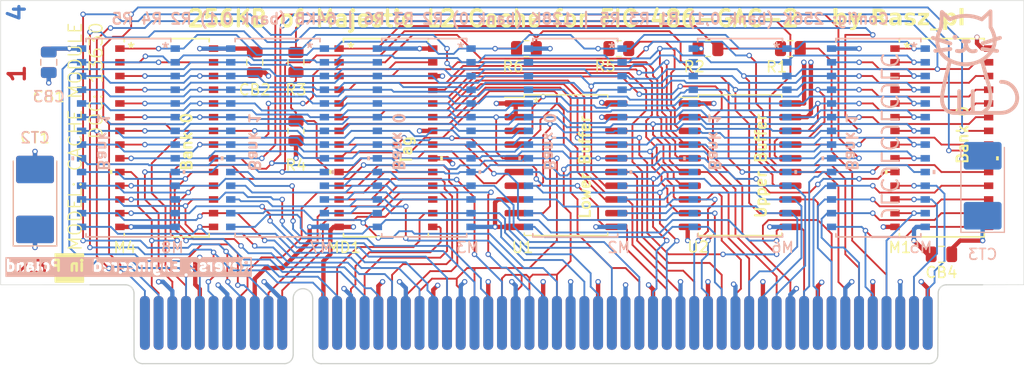
<source format=kicad_pcb>
(kicad_pcb (version 20221018) (generator pcbnew)
  (layers (0 "F.Cu" signal) (1 "In1.Cu" power) (2 "In2.Cu" power) (31 "B.Cu" signal) (36 "B.SilkS" user "B.Silkscreen") (37 "F.SilkS" user "F.Silkscreen") (38 "B.Mask" user) (39 "F.Mask" user) (44 "Edge.Cuts" user))
  (net 0 "")
  (net 1 "+5V")
  (net 2 "Bank0_CS")
  (net 3 "Bank1_CS")
  (net 4 "Bank1_A3")
  (net 5 "Net-(U2-2Y0)")
  (net 8 "Bank0_A3")
  (net 9 "Cache_A17")
  (net 10 "Cache_A15")
  (net 11 "Cache_A10")
  (net 12 "Cache_A9")
  (net 13 "Cache_A8")
  (net 14 "Cache_A7")
  (net 15 "Cache_A6")
  (net 16 "Cache_A5")
  (net 17 "Cache_A4")
  (net 18 "Cache_A13")
  (net 19 "Cache_A14")
  (net 20 "Bank0_OE")
  (net 21 "Bank1_OE")
  (net 22 "CPU_D0")
  (net 23 "CPU_D2")
  (net 24 "CPU_D1")
  (net 25 "CPU_D3")
  (net 26 "CPU_A4")
  (net 27 "GND")
  (net 28 "CPU_D4")
  (net 29 "CPU_D5")
  (net 30 "CPU_D6")
  (net 31 "CPU_D7")
  (net 32 "CPU_D8")
  (net 33 "CPU_D9")
  (net 34 "CPU_D10")
  (net 35 "CPU_D11")
  (net 36 "TAG_Q3")
  (net 37 "TAG_Q7")
  (net 38 "TAG_Q6")
  (net 39 "TAG_Q5")
  (net 40 "TAG_Q4")
  (net 41 "TAG_Q2")
  (net 42 "TAG_Q1")
  (net 43 "TAG_Q0")
  (net 44 "CPU_D12")
  (net 45 "CPU_D13")
  (net 46 "CPU_D14")
  (net 47 "CPU_D15")
  (net 48 "CPU_D16")
  (net 49 "CPU_D17")
  (net 50 "CPU_D18")
  (net 51 "CPU_D19")
  (net 52 "CPU_D20")
  (net 53 "CPU_D21")
  (net 54 "CPU_D22")
  (net 55 "CPU_D23")
  (net 56 "CPU_D24")
  (net 57 "CPU_D25")
  (net 58 "CPU_D26")
  (net 59 "CPU_D27")
  (net 60 "CPU_D28")
  (net 61 "CPU_D29")
  (net 62 "CPU_D30")
  (net 63 "CPU_D31")
  (net 64 "CPU_A17")
  (net 65 "CPU_A13")
  (net 66 "CPU_A15")
  (net 67 "CPU_A14")
  (net 68 "CPU_A16")
  (net 69 "CPU_A12")
  (net 70 "CPU_A11")
  (net 71 "CPU_A10")
  (net 72 "CPU_A9")
  (net 73 "CPU_A8")
  (net 74 "CPU_A7")
  (net 75 "CPU_A6")
  (net 76 "CPU_A5")
  (net 77 "Cache_A12")
  (net 78 "Cache_A11")
  (net 79 "TAG_WE")
  (net 80 "Byte_WE3")
  (net 81 "Byte_WE2")
  (net 82 "Byte_WE0")
  (net 83 "Byte_WE1")
  (net 84 "Cache_A16")
  (net 93 "TAG_A17")
  (net 94 "TAG_A16")
  (footprint "Resistor_SMD:R_0805_2012Metric" (layer "F.Cu") (at 169.9025 82.55 180)
    (fp_text reference "R6")
    (fp_text value "NC" hide)
  )
  (footprint "Resistor_SMD:R_0805_2012Metric" (layer "F.Cu") (at 186.69 82.55)
    (fp_text reference "R2")
    (fp_text value "NC" hide)
  )
  (footprint "Capacitor_SMD:C_0805_2012Metric" (layer "F.Cu") (at 125.73 83.82 -90)
    (fp_text reference "CB1")
    (fp_text value "1uF 16V" hide)
  )
  (footprint "footprints:Cache slot" (layer "F.Cu") (at 171.45 107.95)
    (fp_text reference "J1" hide)
    (fp_text value "Cache_slot" hide)
    (fp_line (start -41.91 -3.527604) (end -38.635855 -3.527604) (stroke (width 0.12)) (layer "Edge.Cuts"))
    (fp_line (start -37.833026 2.947761) (end -37.835855 -2.746836) (stroke (width 0.12)) (layer "Edge.Cuts"))
    (fp_line (start -23.899434 3.772396) (end -37.029946 3.772396) (stroke (width 0.12)) (layer "Edge.Cuts"))
    (fp_line (start -23.115585 -2.267604) (end -23.115585 2.962595) (stroke (width 0.12)) (layer "Edge.Cuts"))
    (fp_line (start -21.310185 -2.267604) (end -21.310185 2.97684) (stroke (width 0.12)) (layer "Edge.Cuts"))
    (fp_line (start -20.517697 3.772396) (end 35.682554 3.772396) (stroke (width 0.12)) (layer "Edge.Cuts"))
    (fp_line (start 36.493288 2.93548) (end 36.529256 -2.766483) (stroke (width 0.12)) (layer "Edge.Cuts"))
    (fp_line (start 37.290587 -3.52614) (end 40.64 -3.527604) (stroke (width 0.12)) (layer "Edge.Cuts"))
    (fp_arc (start -38.635855 -3.527604) (mid -38.074161 -3.302896) (end -37.835855 -2.746836) (stroke (width 0.12)) (layer "Edge.Cuts"))
    (fp_arc (start -37.029965 3.775708) (mid -37.605263 3.530279) (end -37.833026 2.947761) (stroke (width 0.12)) (layer "Edge.Cuts"))
    (fp_arc (start -23.121507 2.962602) (mid -23.347204 3.524341) (end -23.899434 3.772396) (stroke (width 0.12)) (layer "Edge.Cuts"))
    (fp_arc (start -23.115585 -2.267604) (mid -22.215185 -3.168004) (end -21.314785 -2.267604) (stroke (width 0.12)) (layer "Edge.Cuts"))
    (fp_arc (start -20.517689 3.776844) (mid -21.081144 3.542479) (end -21.310184 2.97684) (stroke (width 0.12)) (layer "Edge.Cuts"))
    (fp_arc (start 36.493288 2.93548) (mid 36.266121 3.526563) (end 35.682554 3.772396) (stroke (width 0.12)) (layer "Edge.Cuts"))
    (fp_arc (start 36.529256 -2.766483) (mid 36.752358 -3.304222) (end 37.290587 -3.526139) (stroke (width 0.12)) (layer "Edge.Cuts"))
  )
  (footprint "Capacitor_SMD:C_0805_2012Metric" (layer "F.Cu") (at 144.78 83.82 -90)
    (fp_text reference "CB2")
    (fp_text value "1uF 16V" hide)
  )
  (footprint "Capacitor_Tantalum_SMD:CP_EIA-7132-20_AVX-U" (layer "F.Cu") (at 124.46 96.52 90)
    (fp_text reference "CT1")
    (fp_text value "10uF 16V" hide)
  )
  (footprint "Resistor_SMD:R_0805_2012Metric" (layer "F.Cu") (at 194.31 82.55)
    (fp_text reference "R1")
    (fp_text value "0ohm" hide)
  )
  (footprint "Capacitor_SMD:C_0805_2012Metric" (layer "F.Cu") (at 208.28 101.6 180)
    (fp_text reference "CB4")
    (fp_text value "1uF 16V" hide)
  )
  (footprint "Package_SO:SOIC-20W_7.5x12.8mm_P1.27mm" (layer "F.Cu") (at 173.56 93.345)
    (fp_text reference "U1")
    (fp_text value "74F244" hide)
  )
  (footprint "footprints:SOJ28_18P54X7P75_ISI" (layer "F.Cu") (at 136.6393 90.805)
    (fp_text reference "M4")
    (fp_text value "UM61256AS" hide)
  )
  (footprint "Package_SO:SOIC-20W_7.5x12.8mm_P1.27mm" (layer "F.Cu") (at 189.66 93.345)
    (fp_text reference "U2")
    (fp_text value "74F244" hide)
  )
  (footprint "footprints:SOJ28_18P54X7P75_ISI" (layer "F.Cu") (at 208.313976 90.805)
    (fp_text reference "M1")
    (fp_text value "UM61256AS" hide)
  )
  (footprint "Resistor_SMD:R_0805_2012Metric" (layer "F.Cu") (at 148.59 83.82 90)
    (fp_text reference "R3")
    (fp_text value "0ohm" hide)
  )
  (footprint "Resistor_SMD:R_0805_2012Metric" (layer "F.Cu") (at 148.59 90.17 -90)
    (fp_text reference "R4")
    (fp_text value "NC" hide)
  )
  (footprint "footprints:SOJ28_18P54X7P75_ISI" (layer "F.Cu") (at 156.9085 90.805)
    (fp_text reference "MD1")
    (fp_text value "UM61256AS" hide)
  )
  (footprint "Resistor_SMD:R_0805_2012Metric" (layer "F.Cu") (at 178.44871 82.55)
    (fp_text reference "R5")
    (fp_text value "0ohm" hide)
  )
  (footprint "Capacitor_SMD:C_0805_2012Metric" (layer "B.Cu") (at 125.73 83.82 -90)
    (fp_text reference "CB3")
    (fp_text value "1uF 16V" hide)
  )
  (footprint "footprints:SOJ28_18P54X7P75_ISI" (layer "B.Cu") (at 160.45 90.805 180)
    (fp_text reference "M3")
    (fp_text value "UM61256AS" hide)
  )
  (footprint "footprints:SOJ28_18P54X7P75_ISI" (layer "B.Cu") (at 133.096 90.805 180)
    (fp_text reference "M8")
    (fp_text value "UM61256AS" hide)
  )
  (footprint "footprints:SOJ28_18P54X7P75_ISI" (layer "B.Cu") (at 174.42 90.805 180)
    (fp_text reference "M2")
    (fp_text value "UM61256AS" hide)
  )
  (footprint "Capacitor_Tantalum_SMD:CP_EIA-7132-20_AVX-U" (layer "B.Cu") (at 212.09 95.25 90)
    (fp_text reference "CT3")
    (fp_text value "10uF 16V" hide)
  )
  (footprint "footprints:SOJ28_18P54X7P75_ISI" (layer "B.Cu") (at 189.66 90.805 180)
    (fp_text reference "M6")
    (fp_text value "UM61256AS" hide)
  )
  (footprint "footprints:SOJ28_18P54X7P75_ISI" (layer "B.Cu") (at 202.4507 90.805 180)
    (fp_text reference "M5")
    (fp_text value "UM61256AS" hide)
  )
  (footprint "Capacitor_Tantalum_SMD:CP_EIA-7132-20_AVX-U" (layer "B.Cu") (at 124.46 96.52 90)
    (fp_text reference "CT2")
    (fp_text value "10uF 16V" hide)
  )
  (footprint "footprints:SOJ28_18P54X7P75_ISI" (layer "B.Cu") (at 146.89 90.805 180)
    (fp_text reference "M7")
    (fp_text value "UM61256AS" hide)
  )
  (gr_poly (pts (xy 209.55 81.28) (xy 209.561234 81.280856) (xy 209.572302 81.282264) (xy 209.583189 81.284212) (xy 209.593882 81.286685) (xy 209.604367 81.289669) (xy 209.614631 81.293149) (xy 209.624659 81.297112) (xy 209.634439 81.301544) (xy 209.643956 81.30643) (xy 209.653197 81.311756) (xy 209.662149 81.317509) (xy 209.670796 81.323674) (xy 209.679127 81.330237) (xy 209.687127 81.337184) (xy 209.694782 81.344501) (xy 209.70208 81.352174) (xy 209.709005 81.360189) (xy 209.715545 81.368531) (xy 209.721686 81.377186) (xy 209.727414 81.386141) (xy 209.732716 81.395381) (xy 209.737578 81.404893) (xy 209.741986 81.414661) (xy 209.745926 81.424673) (xy 209.749386 81.434913) (xy 209.75235 81.445369) (xy 209.754807 81.456025) (xy 209.756741 81.466867) (xy 209.758139 81.477883) (xy 209.758988 81.489056) (xy 209.759274 81.500374) (xy 209.758986 81.511692) (xy 209.758131 81.522865) (xy 209.756722 81.533881) (xy 209.754774 81.544723) (xy 209.752301 81.555379) (xy 209.749318 81.565835) (xy 209.745837 81.576075) (xy 209.741874 81.586087) (xy 209.737442 81.595855) (xy 209.732556 81.605367) (xy 209.72723 81.614607) (xy 209.721477 81.623562) (xy 209.715312 81.632217) (xy 209.708749 81.640559) (xy 209.701802 81.648574) (xy 209.694485 81.656247) (xy 209.686812 81.663564) (xy 209.678797 81.670511) (xy 209.670455 81.677074) (xy 209.6618 81.683239) (xy 209.652845 81.688992) (xy 209.643605 81.694318) (xy 209.634093 81.699204) (xy 209.624325 81.703636) (xy 209.614313 81.707599) (xy 209.604072 81.711079) (xy 209.593617 81.714063) (xy 209.582961 81.716536) (xy 209.572119 81.718484) (xy 209.561103 81.719893) (xy 209.54993 81.720748) (xy 209.538612 81.721036) (xy 209.527224 81.720748) (xy 209.51599 81.719893) (xy 209.504922 81.718484) (xy 209.494035 81.716536) (xy 209.483342 81.714063) (xy 209.472857 81.711079) (xy 209.462593 81.707599) (xy 209.452565 81.703636) (xy 209.442785 81.699204) (xy 209.433268 81.694318) (xy 209.424027 81.688992) (xy 209.415075 81.683239) (xy 209.406428 81.677074) (xy 209.398097 81.670511) (xy 209.390097 81.663564) (xy 209.382442 81.656247) (xy 209.375144 81.648574) (xy 209.368219 81.640559) (xy 209.361679 81.632217) (xy 209.355538 81.623562) (xy 209.34981 81.614607) (xy 209.344508 81.605367) (xy 209.339646 81.595855) (xy 209.335238 81.586087) (xy 209.331298 81.576075) (xy 209.327838 81.565835) (xy 209.324874 81.555379) (xy 209.322417 81.544723) (xy 209.320483 81.533881) (xy 209.319085 81.522865) (xy 209.318235 81.511692) (xy 209.317949 81.500374) (xy 209.318235 81.489056) (xy 209.319085 81.477883) (xy 209.320483 81.466867) (xy 209.322417 81.456025) (xy 209.324874 81.445369) (xy 209.327838 81.434913) (xy 209.331298 81.424673) (xy 209.335238 81.414661) (xy 209.339646 81.404893) (xy 209.344508 81.395381) (xy 209.34981 81.386141) (xy 209.355538 81.377186) (xy 209.361679 81.368531) (xy 209.368219 81.360189) (xy 209.375144 81.352174) (xy 209.382442 81.344501) (xy 209.390097 81.337184) (xy 209.398097 81.330237) (xy 209.406427 81.323674) (xy 209.415075 81.317509) (xy 209.424026 81.311756) (xy 209.433268 81.30643) (xy 209.442785 81.301544) (xy 209.452564 81.297112) (xy 209.462593 81.293149) (xy 209.472857 81.289669) (xy 209.483342 81.286685) (xy 209.494035 81.284212) (xy 209.504922 81.282264) (xy 209.51599 81.280856) (xy 209.527224 81.28) (xy 209.538612 81.279712)) (stroke (width 0.017144)) (fill solid) (layer "B.SilkS"))
  (gr_poly (pts (xy 212.819379 78.928426) (xy 212.827443 78.928879) (xy 212.835479 78.929718) (xy 212.843471 78.930943) (xy 212.851405 78.932553) (xy 212.859265 78.934547) (xy 212.867038 78.936926) (xy 212.874707 78.93969) (xy 212.882259 78.942837) (xy 212.889678 78.946368) (xy 212.89695 78.950283) (xy 212.904059 78.954581) (xy 212.910992 78.959261) (xy 212.917733 78.964324) (xy 212.924267 78.969769) (xy 212.930579 78.975597) (xy 212.936656 78.981805) (xy 212.942134 78.988007) (xy 212.947259 78.9944) (xy 212.952031 79.000969) (xy 212.95645 79.007702) (xy 212.960514 79.014583) (xy 212.964226 79.021598) (xy 212.967584 79.028735) (xy 212.970588 79.035979) (xy 212.973239 79.043316) (xy 212.975537 79.050731) (xy 212.977481 79.058212) (xy 212.979071 79.065745) (xy 212.980309 79.073314) (xy 212.981192 79.080906) (xy 212.981722 79.088508) (xy 212.981899 79.096105) (xy 212.990631 80.529618) (xy 213.026315 80.593345) (xy 213.060157 80.656537) (xy 213.092173 80.719199) (xy 213.122381 80.781336) (xy 213.150798 80.842951) (xy 213.177442 80.904051) (xy 213.202331 80.964639) (xy 213.225481 81.024719) (xy 213.246911 81.084298) (xy 213.266637 81.143379) (xy 213.284677 81.201967) (xy 213.301049 81.260066) (xy 213.315769 81.317682) (xy 213.328856 81.374819) (xy 213.340327 81.431481) (xy 213.350199 81.487674) (xy 213.63833 81.394012) (xy 213.646681 81.391557) (xy 213.655056 81.389547) (xy 213.663441 81.387975) (xy 213.671824 81.386834) (xy 213.680192 81.386117) (xy 213.68853 81.385818) (xy 213.696826 81.38593) (xy 213.705067 81.386446) (xy 213.71324 81.38736) (xy 213.72133 81.388665) (xy 213.729326 81.390354) (xy 213.737213 81.392421) (xy 213.744978 81.394859) (xy 213.752609 81.39766) (xy 213.760092 81.40082) (xy 213.767414 81.40433) (xy 213.774561 81.408185) (xy 213.781521 81.412377) (xy 213.78828 81.416899) (xy 213.794825 81.421746) (xy 213.801142 81.42691) (xy 213.807219 81.432385) (xy 213.813042 81.438164) (xy 213.818599 81.444241) (xy 213.823875 81.450608) (xy 213.828857 81.457259) (xy 213.833533 81.464187) (xy 213.837889 81.471386) (xy 213.841912 81.478849) (xy 213.845588 81.48657) (xy 213.848905 81.49454) (xy 213.851849 81.502755) (xy 213.854304 81.511106) (xy 213.856314 81.519481) (xy 213.857886 81.527866) (xy 213.859027 81.536249) (xy 213.859744 81.544616) (xy 213.860043 81.552955) (xy 213.859931 81.561251) (xy 213.859415 81.569492) (xy 213.858501 81.577664) (xy 213.857196 81.585755) (xy 213.855507 81.59375) (xy 213.85344 81.601637) (xy 213.851002 81.609403) (xy 213.8482 81.617034) (xy 213.845041 81.624517) (xy 213.84153 81.631839) (xy 213.837676 81.638986) (xy 213.833484 81.645946) (xy 213.828961 81.652705) (xy 213.824114 81.659249) (xy 213.81895 81.665567) (xy 213.813475 81.671644) (xy 213.807696 81.677467) (xy 213.80162 81.683023) (xy 213.795252 81.688299) (xy 213.788601 81.693282) (xy 213.781673 81.697957) (xy 213.774474 81.702313) (xy 213.767011 81.706336) (xy 213.759291 81.710013) (xy 213.75132 81.71333) (xy 213.743105 81.716274) (xy 213.377186 81.835336) (xy 213.377174 81.841277) (xy 213.377087 81.847143) (xy 213.376992 81.850025) (xy 213.376851 81.852861) (xy 213.376654 81.85564) (xy 213.376393 81.858355) (xy 213.374609 81.905627) (xy 213.371649 81.952495) (xy 213.367525 81.998963) (xy 213.362254 82.045035) (xy 213.355847 82.090717) (xy 213.34832 82.136012) (xy 213.339685 82.180927) (xy 213.329958 82.225464) (xy 213.319152 82.26963) (xy 213.30728 82.313428) (xy 213.294358 82.356863) (xy 213.280398 82.399941) (xy 213.265415 82.442664) (xy 213.249423 82.485039) (xy 213.232436 82.52707) (xy 213.214467 82.568761) (xy 213.446242 82.599718) (xy 213.454866 82.601046) (xy 213.463317 82.60279) (xy 213.471588 82.604938) (xy 213.47967 82.607478) (xy 213.487552 82.610399) (xy 213.495226 82.613688) (xy 213.502684 82.617333) (xy 213.509916 82.621323) (xy 213.516913 82.625645) (xy 213.523666 82.630287) (xy 213.530166 82.635239) (xy 213.536404 82.640487) (xy 213.542371 82.64602) (xy 213.548059 82.651826) (xy 213.553457 82.657894) (xy 213.558558 82.66421) (xy 213.563351 82.670763) (xy 213.567829 82.677542) (xy 213.571981 82.684534) (xy 213.5758 82.691728) (xy 213.579276 82.699111) (xy 213.582399 82.706671) (xy 213.585162 82.714397) (xy 213.587554 82.722278) (xy 213.589568 82.730299) (xy 213.591193 82.738451) (xy 213.592422 82.746721) (xy 213.593244 82.755097) (xy 213.593651 82.763567) (xy 213.593634 82.77212) (xy 213.593184 82.780742) (xy 213.592292 82.789424) (xy 213.590964 82.798047) (xy 213.58922 82.806499) (xy 213.587072 82.81477) (xy 213.584531 82.822851) (xy 213.581611 82.830733) (xy 213.578322 82.838408) (xy 213.574677 82.845866) (xy 213.570687 82.853097) (xy 213.566365 82.860094) (xy 213.561722 82.866847) (xy 213.556771 82.873347) (xy 213.551522 82.879586) (xy 213.545989 82.885553) (xy 213.540183 82.89124) (xy 213.534116 82.896639) (xy 213.5278 82.901739) (xy 213.521246 82.906533) (xy 213.514468 82.911011) (xy 213.507476 82.915163) (xy 213.500282 82.918982) (xy 213.492899 82.922457) (xy 213.485338 82.925581) (xy 213.477612 82.928344) (xy 213.469732 82.930736) (xy 213.46171 82.93275) (xy 213.453558 82.934375) (xy 213.445288 82.935603) (xy 213.436912 82.936426) (xy 213.428442 82.936833) (xy 213.41989 82.936816) (xy 213.411267 82.936366) (xy 213.402586 82.935474) (xy 213.038255 82.887055) (xy 213.02955 82.900116) (xy 213.020705 82.913112) (xy 213.002635 82.938946) (xy 212.984119 82.964632) (xy 212.96523 82.990242) (xy 212.924111 83.044193) (xy 212.88203 83.09681) (xy 212.839012 83.148096) (xy 212.795082 83.198056) (xy 212.750263 83.246696) (xy 212.704581 83.294019) (xy 212.658059 83.340031) (xy 212.610721 83.384736) (xy 212.562593 83.428139) (xy 212.513699 83.470244) (xy 212.464063 83.511056) (xy 212.41371 83.55058) (xy 212.362664 83.588821) (xy 212.310949 83.625782) (xy 212.25859 83.661469) (xy 212.205611 83.695886) (xy 212.715199 85.547704) (xy 212.788658 85.787618) (xy 212.852517 86.022491) (xy 212.905959 86.251894) (xy 212.928517 86.364411) (xy 212.948164 86.475399) (xy 212.964797 86.584807) (xy 212.978314 86.69258) (xy 212.988613 86.798665) (xy 212.995591 86.903008) (xy 212.999146 87.005555) (xy 212.999175 87.106254) (xy 212.995577 87.205051) (xy 212.988249 87.301892) (xy 212.979767 87.377585) (xy 212.968875 87.451948) (xy 212.955525 87.524953) (xy 212.939669 87.596571) (xy 212.92126 87.666776) (xy 212.90025 87.73554) (xy 212.876591 87.802833) (xy 212.850235 87.868629) (xy 212.821136 87.9329) (xy 212.789245 87.995617) (xy 212.754515 88.056753) (xy 212.716898 88.116279) (xy 212.676346 88.174169) (xy 212.632811 88.230393) (xy 212.586247 88.284925) (xy 212.536605 88.337736) (xy 213.375598 88.337736) (xy 213.375598 88.33853) (xy 213.577781 88.337733) (xy 213.769695 88.332155) (xy 213.86222 88.326079) (xy 213.952679 88.317015) (xy 214.041242 88.304365) (xy 214.128073 88.287531) (xy 214.213343 88.265917) (xy 214.297217 88.238924) (xy 214.379863 88.205954) (xy 214.461448 88.16641) (xy 214.542141 88.119695) (xy 214.622108 88.06521) (xy 214.701517 88.002358) (xy 214.780536 87.930542) (xy 214.824717 87.885427) (xy 214.865614 87.838849) (xy 214.903272 87.790908) (xy 214.937735 87.741704) (xy 214.96905 87.691338) (xy 214.997262 87.639909) (xy 215.022416 87.587517) (xy 215.044557 87.534262) (xy 215.063731 87.480245) (xy 215.079982 87.425565) (xy 215.093358 87.370322) (xy 215.103902 87.314617) (xy 215.11166 87.258549) (xy 215.116678 87.202218) (xy 215.119 87.145724) (xy 215.118673 87.089168) (xy 215.117382 87.058205) (xy 215.1153 87.027239) (xy 215.112437 86.996288) (xy 215.108801 86.965367) (xy 215.104403 86.934493) (xy 215.099251 86.903681) (xy 215.093356 86.872948) (xy 215.086725 86.842311) (xy 215.079369 86.811786) (xy 215.071296 86.781388) (xy 215.062517 86.751134) (xy 215.05304 86.721041) (xy 215.042875 86.691125) (xy 215.032031 86.661402) (xy 215.020517 86.631888) (xy 215.008342 86.602599) (xy 214.995368 86.573422) (xy 214.981749 86.544539) (xy 214.967493 86.515965) (xy 214.952606 86.487716) (xy 214.937097 86.459806) (xy 214.920971 86.432251) (xy 214.904236 86.405066) (xy 214.886898 86.378265) (xy 214.868966 86.351865) (xy 214.850445 86.325879) (xy 214.831342 86.300324) (xy 214.811666 86.275214) (xy 214.791422 86.250565) (xy 214.770617 86.226391) (xy 214.749259 86.202707) (xy 214.727354 86.17953) (xy 214.682855 86.13573) (xy 214.636307 86.094005) (xy 214.587767 86.054478) (xy 214.537289 86.01727) (xy 214.484926 85.982504) (xy 214.430735 85.950302) (xy 214.37477 85.920786) (xy 214.317085 85.894077) (xy 214.257735 85.870299) (xy 214.196775 85.849573) (xy 214.134259 85.832021) (xy 214.070241 85.817766) (xy 214.004778 85.806929) (xy 213.937922 85.799632) (xy 213.86973 85.795998) (xy 213.800255 85.796149) (xy 213.791594 85.796153) (xy 213.783033 85.795725) (xy 213.774582 85.794875) (xy 213.766252 85.793614) (xy 213.758054 85.791951) (xy 213.749999 85.789896) (xy 213.742098 85.78746) (xy 213.734361 85.784652) (xy 213.7268 85.781482) (xy 213.719425 85.777961) (xy 213.712248 85.774098) (xy 213.705279 85.769904) (xy 213.698529 85.765388) (xy 213.692009 85.760561) (xy 213.685731 85.755432) (xy 213.679704 85.750012) (xy 213.67394 85.74431) (xy 213.668449 85.738338) (xy 213.663243 85.732104) (xy 213.658333 85.725618) (xy 213.653729 85.718891) (xy 213.649442 85.711934) (xy 213.645484 85.704754) (xy 213.641864 85.697364) (xy 213.638595 85.689773) (xy 213.635686 85.68199) (xy 213.633149 85.674026) (xy 213.630995 85.665892) (xy 213.629234 85.657596) (xy 213.627878 85.649149) (xy 213.626937 85.640561) (xy 213.626423 85.631843) (xy 213.626419 85.623182) (xy 213.626847 85.614621) (xy 213.627697 85.60617) (xy 213.628958 85.59784) (xy 213.630621 85.589642) (xy 213.632676 85.581587) (xy 213.635112 85.573685) (xy 213.63792 85.565949) (xy 213.64109 85.558388) (xy 213.644611 85.551013) (xy 213.648474 85.543836) (xy 213.652668 85.536867) (xy 213.657184 85.530117) (xy 213.662011 85.523597) (xy 213.66714 85.517318) (xy 213.67256 85.511292) (xy 213.678261 85.505527) (xy 213.684234 85.500037) (xy 213.690468 85.494831) (xy 213.696954 85.489921) (xy 213.70368 85.485317) (xy 213.710638 85.48103) (xy 213.717817 85.477071) (xy 213.725208 85.473452) (xy 213.732799 85.470182) (xy 213.740582 85.467274) (xy 213.748546 85.464737) (xy 213.75668 85.462583) (xy 213.764976 85.460822) (xy 213.773423 85.459466) (xy 213.782011 85.458525) (xy 213.790729 85.458011) (xy 213.879224 85.457772) (xy 213.966067 85.462311) (xy 214.05119 85.471479) (xy 214.134522 85.485122) (xy 214.215994 85.503091) (xy 214.295536 85.525235) (xy 214.373077 85.551401) (xy 214.44855 85.581439) (xy 214.521882 85.615198) (xy 214.593006 85.652526) (xy 214.66185 85.693273) (xy 214.728346 85.737287) (xy 214.792424 85.784417) (xy 214.854013 85.834512) (xy 214.913044 85.887421) (xy 214.969448 85.942993) (xy 214.996924 85.97202) (xy 215.023685 86.001643) (xy 215.049723 86.031843) (xy 215.075029 86.062601) (xy 215.099596 86.093898) (xy 215.123415 86.125716) (xy 215.146479 86.158037) (xy 215.168778 86.190841) (xy 215.190306 86.22411) (xy 215.211053 86.257826) (xy 215.231012 86.29197) (xy 215.250175 86.326523) (xy 215.268533 86.361466) (xy 215.286078 86.396782) (xy 215.302803 86.432451) (xy 215.318698 86.468455) (xy 215.333774 86.504802) (xy 215.348037 86.5415) (xy 215.361475 86.578526) (xy 215.374075 86.615857) (xy 215.385823 86.653472) (xy 215.396707 86.691348) (xy 215.406715 86.729464) (xy 215.415833 86.767798) (xy 215.424049 86.806327) (xy 215.43135 86.845029) (xy 215.437723 86.883882) (xy 215.443156 86.922864) (xy 215.447635 86.961953) (xy 215.451148 87.001128) (xy 215.453681 87.040364) (xy 215.455223 87.079642) (xy 215.455744 87.153012) (xy 215.452802 87.226294) (xy 215.446339 87.299361) (xy 215.436297 87.372089) (xy 215.422619 87.444352) (xy 215.405245 87.516025) (xy 215.384118 87.586981) (xy 215.35918 87.657095) (xy 215.330372 87.726242) (xy 215.297636 87.794296) (xy 215.260915 87.861131) (xy 215.220149 87.926623) (xy 215.175282 87.990644) (xy 215.126254 88.053071) (xy 215.073008 88.113777) (xy 215.015486 88.172636) (xy 214.918324 88.261218) (xy 214.869935 88.301317) (xy 214.821632 88.338743) (xy 214.773384 88.37359) (xy 214.725157 88.405948) (xy 214.628644 88.46357) (xy 214.531838 88.512345) (xy 214.434484 88.553012) (xy 214.336328 88.586307) (xy 214.237114 88.612968) (xy 214.13659 88.633731) (xy 214.034499 88.649335) (xy 213.930587 88.660515) (xy 213.8246 88.668009) (xy 213.716283 88.672555) (xy 213.605381 88.67489) (xy 213.374805 88.675873) (xy 213.374805 88.676667) (xy 211.215012 88.676667) (xy 211.209916 88.677817) (xy 211.204755 88.678874) (xy 211.199539 88.67982) (xy 211.194275 88.680635) (xy 211.188975 88.681302) (xy 211.183647 88.681801) (xy 211.1783 88.682114) (xy 211.172943 88.682223) (xy 211.167587 88.682147) (xy 211.16224 88.681913) (xy 211.156912 88.681511) (xy 211.151611 88.680933) (xy 211.146348 88.680169) (xy 211.141131 88.679209) (xy 211.13597 88.678045) (xy 211.133414 88.677383) (xy 211.130875 88.676667) (xy 209.964062 88.676667) (xy 209.958966 88.677817) (xy 209.953805 88.678874) (xy 209.948589 88.67982) (xy 209.943326 88.680635) (xy 209.938025 88.681302) (xy 209.932697 88.681801) (xy 209.92735 88.682114) (xy 209.921993 88.682223) (xy 209.916637 88.682147) (xy 209.91129 88.681913) (xy 209.905962 88.681511) (xy 209.900661 88.680933) (xy 209.895398 88.680169) (xy 209.890182 88.679209) (xy 209.885021 88.678045) (xy 209.882464 88.677383) (xy 209.879925 88.676667) (xy 209.530675 88.676667) (xy 209.526036 88.676654) (xy 209.523782 88.676625) (xy 209.521547 88.676567) (xy 209.519311 88.676473) (xy 209.517057 88.676332) (xy 209.514766 88.676135) (xy 209.512419 88.675873) (xy 209.468524 88.674374) (xy 209.425247 88.671961) (xy 209.382591 88.668629) (xy 209.340559 88.664376) (xy 209.299156 88.659196) (xy 209.258383 88.653088) (xy 209.218245 88.646047) (xy 209.178746 88.63807) (xy 209.139889 88.629154) (xy 209.101676 88.619295) (xy 209.064113 88.608489) (xy 209.027202 88.596734) (xy 208.990946 88.584025) (xy 208.95535 88.570359) (xy 208.920417 88.555732) (xy 208.88615 88.540142) (xy 208.850674 88.522645) (xy 208.815982 88.504084) (xy 208.782079 88.484455) (xy 208.748968 88.463756) (xy 208.716652 88.441982) (xy 208.685134 88.419131) (xy 208.654419 88.395198) (xy 208.62451 88.37018) (xy 208.59541 88.344074) (xy 208.567123 88.316876) (xy 208.539652 88.288583) (xy 208.513001 88.259191) (xy 208.487173 88.228697) (xy 208.462171 88.197098) (xy 208.438 88.164388) (xy 208.414662 88.130567) (xy 208.380484 88.076767) (xy 208.349174 88.022537) (xy 208.320639 87.967898) (xy 208.294785 87.912872) (xy 208.271517 87.857479) (xy 208.250743 87.801742) (xy 208.216299 87.689316) (xy 208.190701 87.575766) (xy 208.173198 87.461259) (xy 208.163039 87.345966) (xy 208.159472 87.230058) (xy 208.160298 87.187791) (xy 208.501181 87.187791) (xy 208.502493 87.288443) (xy 208.509224 87.38784) (xy 208.521991 87.485749) (xy 208.541414 87.581937) (xy 208.568111 87.676172) (xy 208.6027 87.76822) (xy 208.623148 87.813352) (xy 208.645801 87.85785) (xy 208.670736 87.901686) (xy 208.698031 87.94483) (xy 208.71455 87.968838) (xy 208.731661 87.99205) (xy 208.749361 88.014469) (xy 208.767645 88.036098) (xy 208.786511 88.056942) (xy 208.805954 88.077003) (xy 208.825972 88.096285) (xy 208.846561 88.114791) (xy 208.867717 88.132526) (xy 208.889438 88.149492) (xy 208.911718 88.165692) (xy 208.934556 88.181132) (xy 208.957947 88.195813) (xy 208.981888 88.209739) (xy 209.006375 88.222915) (xy 209.031406 88.235343) (xy 209.057599 88.247184) (xy 209.084385 88.258302) (xy 209.111762 88.2687) (xy 209.139728 88.278379) (xy 209.168279 88.287341) (xy 209.197414 88.29559) (xy 209.22713 88.303127) (xy 209.257426 88.309955) (xy 209.288298 88.316076) (xy 209.319745 88.321492) (xy 209.351763 88.326206) (xy 209.384351 88.33022) (xy 209.417507 88.333537) (xy 209.451228 88.336158) (xy 209.485512 88.338086) (xy 209.520356 88.339324) (xy 209.752924 88.339324) (xy 209.752924 86.489887) (xy 209.753146 86.481159) (xy 209.753803 86.472544) (xy 209.754885 86.464053) (xy 209.756382 86.455697) (xy 209.758281 86.447486) (xy 209.760574 86.439431) (xy 209.763248 86.431542) (xy 209.766294 86.423832) (xy 209.7697 86.41631) (xy 209.773456 86.408987) (xy 209.777551 86.401873) (xy 209.781974 86.394981) (xy 209.786714 86.38832) (xy 209.791761 86.381901) (xy 209.797104 86.375734) (xy 209.802732 86.369832) (xy 209.808635 86.364204) (xy 209.814801 86.358861) (xy 209.82122 86.353814) (xy 209.827881 86.349073) (xy 209.834774 86.34465) (xy 209.841887 86.340556) (xy 209.84921 86.3368) (xy 209.856732 86.333394) (xy 209.864442 86.330348) (xy 209.872331 86.327673) (xy 209.880386 86.325381) (xy 209.888597 86.323481) (xy 209.896953 86.321985) (xy 209.905444 86.320902) (xy 209.914059 86.320245) (xy 209.922787 86.320024) (xy 209.931515 86.320245) (xy 209.94013 86.320902) (xy 209.948621 86.321985) (xy 209.956977 86.323481) (xy 209.965188 86.325381) (xy 209.973243 86.327673) (xy 209.981131 86.330348) (xy 209.988842 86.333394) (xy 209.996364 86.3368) (xy 210.003687 86.340556) (xy 210.0108 86.34465) (xy 210.017693 86.349073) (xy 210.024354 86.353814) (xy 210.030773 86.358861) (xy 210.036939 86.364204) (xy 210.042841 86.369832) (xy 210.048469 86.375734) (xy 210.053812 86.381901) (xy 210.058859 86.38832) (xy 210.0636 86.394981) (xy 210.068023 86.401873) (xy 210.072117 86.408987) (xy 210.075873 86.41631) (xy 210.079279 86.423832) (xy 210.082325 86.431542) (xy 210.085 86.439431) (xy 210.087292 86.447486) (xy 210.089192 86.455697) (xy 210.090688 86.464053) (xy 210.091771 86.472544) (xy 210.092428 86.481159) (xy 210.092649 86.489887) (xy 210.092649 88.337736) (xy 211.004668 88.337736) (xy 211.004668 86.489887) (xy 211.004889 86.481159) (xy 211.005546 86.472544) (xy 211.006629 86.464053) (xy 211.008125 86.455697) (xy 211.010025 86.447486) (xy 211.012317 86.439431) (xy 211.014992 86.431542) (xy 211.018037 86.423832) (xy 211.021444 86.41631) (xy 211.025199 86.408987) (xy 211.029294 86.401873) (xy 211.033717 86.394981) (xy 211.038457 86.38832) (xy 211.043504 86.381901) (xy 211.048847 86.375734) (xy 211.054475 86.369832) (xy 211.060378 86.364204) (xy 211.066544 86.358861) (xy 211.072963 86.353814) (xy 211.079624 86.349073) (xy 211.086517 86.34465) (xy 211.09363 86.340556) (xy 211.100953 86.3368) (xy 211.108475 86.333394) (xy 211.116186 86.330348) (xy 211.124074 86.327673) (xy 211.132129 86.325381) (xy 211.14034 86.323481) (xy 211.148696 86.321985) (xy 211.157187 86.320902) (xy 211.165802 86.320245) (xy 211.17453 86.320024) (xy 211.183258 86.320245) (xy 211.191873 86.320902) (xy 211.200364 86.321985) (xy 211.20872 86.323481) (xy 211.216931 86.325381) (xy 211.224986 86.327673) (xy 211.232875 86.330348) (xy 211.240585 86.333394) (xy 211.248107 86.3368) (xy 211.25543 86.340556) (xy 211.262544 86.34465) (xy 211.269436 86.349073) (xy 211.276097 86.353814) (xy 211.282516 86.358861) (xy 211.288682 86.364204) (xy 211.294585 86.369832) (xy 211.300213 86.375734) (xy 211.305556 86.381901) (xy 211.310603 86.38832) (xy 211.315343 86.394981) (xy 211.319766 86.401873) (xy 211.323861 86.408987) (xy 211.327617 86.41631) (xy 211.331023 86.423832) (xy 211.334069 86.431542) (xy 211.336743 86.439431) (xy 211.339036 86.447486) (xy 211.340936 86.455697) (xy 211.342432 86.464053) (xy 211.343514 86.472544) (xy 211.344171 86.481159) (xy 211.344393 86.489887) (xy 211.344393 88.337736) (xy 211.947643 88.337736) (xy 211.954437 88.337547) (xy 211.960583 88.337267) (xy 211.96616 88.336876) (xy 211.971245 88.33636) (xy 211.975916 88.335699) (xy 211.98025 88.334876) (xy 211.984327 88.333874) (xy 211.988224 88.332676) (xy 211.992018 88.331264) (xy 211.995787 88.32962) (xy 211.999611 88.327728) (xy 212.003565 88.325569) (xy 212.007729 88.323127) (xy 212.01218 88.320384) (xy 212.022255 88.313923) (xy 212.050831 88.295667) (xy 212.085747 88.272935) (xy 212.119511 88.249539) (xy 212.152135 88.225486) (xy 212.183629 88.200781) (xy 212.214004 88.175433) (xy 212.243272 88.149445) (xy 212.271444 88.122826) (xy 212.29853 88.09558) (xy 212.324542 88.067715) (xy 212.349491 88.039236) (xy 212.373387 88.01015) (xy 212.396242 87.980463) (xy 212.438873 87.919311) (xy 212.477471 87.85583) (xy 212.512126 87.790071) (xy 212.542925 87.722082) (xy 212.569956 87.651914) (xy 212.593309 87.579618) (xy 212.613071 87.505242) (xy 212.629332 87.428838) (xy 212.642178 87.350454) (xy 212.651699 87.270142) (xy 212.658264 87.182743) (xy 212.661352 87.093227) (xy 212.661058 87.001653) (xy 212.657479 86.90808) (xy 212.650709 86.812568) (xy 212.640844 86.715176) (xy 212.627979 86.615963) (xy 212.61221 86.514988) (xy 212.593632 86.412311) (xy 212.57234 86.307992) (xy 212.548429 86.202088) (xy 212.521996 86.09466) (xy 212.46194 85.875469) (xy 212.392937 85.650892) (xy 212.390556 85.643749) (xy 211.9024 83.866543) (xy 211.866805 83.881872) (xy 211.831359 83.896903) (xy 211.795913 83.911637) (xy 211.760318 83.926074) (xy 211.690111 83.954319) (xy 211.619403 83.980731) (xy 211.54821 84.005339) (xy 211.476553 84.02817) (xy 211.404448 84.049253) (xy 211.331916 84.068614) (xy 211.258975 84.086283) (xy 211.185643 84.102286) (xy 211.106429 84.118285) (xy 211.027141 84.13235) (xy 210.947779 84.144479) (xy 210.868342 84.154674) (xy 210.78883 84.162934) (xy 210.709244 84.169259) (xy 210.629584 84.17365) (xy 210.549849 84.176105) (xy 210.46472 84.17631) (xy 210.379589 84.174243) (xy 210.294455 84.169905) (xy 210.209318 84.163294) (xy 210.124177 84.154408) (xy 210.039029 84.143247) (xy 209.953875 84.129809) (xy 209.868713 84.114093) (xy 209.783541 84.096099) (xy 209.698359 84.075824) (xy 209.613165 84.053269) (xy 209.527958 84.028431) (xy 209.442738 84.001309) (xy 209.357502 83.971902) (xy 209.27225 83.94021) (xy 209.186981 83.90623) (xy 208.897262 85.046055) (xy 208.857351 85.204644) (xy 208.820864 85.354526) (xy 208.78765 85.496223) (xy 208.757562 85.630255) (xy 208.727933 85.767599) (xy 208.699717 85.9039) (xy 208.672842 86.039904) (xy 208.647231 86.176355) (xy 208.611512 86.365267) (xy 208.572451 86.570526) (xy 208.537743 86.777273) (xy 208.523568 86.880623) (xy 208.512337 86.983648) (xy 208.504668 87.086115) (xy 208.501181 87.187791) (xy 208.160298 87.187791) (xy 208.161747 87.113702) (xy 208.169112 86.99707) (xy 208.180816 86.880331) (xy 208.196108 86.763655) (xy 208.234453 86.53117) (xy 208.278137 86.300973) (xy 208.299271 86.192328) (xy 208.313856 86.115236) (xy 208.339628 85.978041) (xy 208.367037 85.839805) (xy 208.396233 85.699782) (xy 208.427362 85.55723) (xy 208.461159 85.406963) (xy 208.495923 85.258184) (xy 208.531728 85.110299) (xy 208.56865 84.962711) (xy 208.879006 83.742718) (xy 208.815335 83.704276) (xy 208.752944 83.664267) (xy 208.691886 83.622704) (xy 208.632212 83.579602) (xy 208.573975 83.534975) (xy 208.517228 83.488836) (xy 208.462023 83.441199) (xy 208.408412 83.392079) (xy 208.356447 83.341489) (xy 208.306181 83.289443) (xy 208.257666 83.235956) (xy 208.210954 83.18104) (xy 208.166098 83.124711) (xy 208.12315 83.066982) (xy 208.082162 83.007867) (xy 208.043188 82.94738) (xy 208.026618 82.920095) (xy 208.018519 82.906639) (xy 208.010643 82.893405) (xy 207.736799 82.927537) (xy 207.728121 82.928354) (xy 207.719504 82.92873) (xy 207.710963 82.928673) (xy 207.702507 82.928192) (xy 207.694149 82.927297) (xy 207.6859 82.925997) (xy 207.677772 82.9243) (xy 207.669777 82.922216) (xy 207.661926 82.919754) (xy 207.654231 82.916924) (xy 207.646703 82.913734) (xy 207.639354 82.910194) (xy 207.632196 82.906312) (xy 207.62524 82.902098) (xy 207.618499 82.897561) (xy 207.611982 82.892711) (xy 207.605703 82.887556) (xy 207.599673 82.882105) (xy 207.593903 82.876368) (xy 207.588405 82.870354) (xy 207.583191 82.864072) (xy 207.578273 82.857531) (xy 207.573661 82.85074) (xy 207.569368 82.843709) (xy 207.565405 82.836447) (xy 207.561784 82.828962) (xy 207.558516 82.821264) (xy 207.555614 82.813362) (xy 207.553088 82.805266) (xy 207.55095 82.796984) (xy 207.549213 82.788525) (xy 207.547887 82.779899) (xy 207.547069 82.77122) (xy 207.546693 82.762604) (xy 207.54675 82.754062) (xy 207.547231 82.745607) (xy 207.548126 82.737249) (xy 207.549427 82.729) (xy 207.551124 82.720872) (xy 207.553208 82.712877) (xy 207.555669 82.705026) (xy 207.5585 82.697331) (xy 207.56169 82.689803) (xy 207.56523 82.682454) (xy 207.569112 82.675296) (xy 207.573326 82.66834) (xy 207.577862 82.661598) (xy 207.582713 82.655082) (xy 207.587868 82.648803) (xy 207.593319 82.642773) (xy 207.599055 82.637003) (xy 207.60507 82.631505) (xy 207.611352 82.626291) (xy 207.617893 82.621372) (xy 207.624683 82.616761) (xy 207.631714 82.612468) (xy 207.638977 82.608505) (xy 207.646462 82.604883) (xy 207.65416 82.601616) (xy 207.662061 82.598713) (xy 207.670158 82.596187) (xy 207.67844 82.59405) (xy 207.686899 82.592312) (xy 207.695524 82.590987) (xy 207.858243 82.571143) (xy 207.842655 82.527435) (xy 207.828045 82.483229) (xy 207.814423 82.43853) (xy 207.8018 82.393343) (xy 207.790186 82.347672) (xy 207.779592 82.301522) (xy 207.770028 82.254898) (xy 207.761505 82.207804) (xy 207.754033 82.160245) (xy 207.747622 82.112225) (xy 207.742283 82.06375) (xy 207.738027 82.014823) (xy 207.734864 81.96545) (xy 207.73316 81.924237) (xy 208.073349 81.924237) (xy 208.075431 81.964829) (xy 208.078394 82.005046) (xy 208.082227 82.044883) (xy 208.086918 82.084338) (xy 208.092455 82.123408) (xy 208.098827 82.162087) (xy 208.106022 82.200374) (xy 208.114029 82.238264) (xy 208.122836 82.275754) (xy 208.132431 82.312841) (xy 208.142803 82.34952) (xy 208.15394 82.38579) (xy 208.178462 82.457083) (xy 208.205906 82.526693) (xy 209.079824 82.417949) (xy 209.088503 82.417131) (xy 209.097119 82.416755) (xy 209.105661 82.416813) (xy 209.114117 82.417293) (xy 209.122475 82.418188) (xy 209.130724 82.419489) (xy 209.138851 82.421186) (xy 209.146847 82.42327) (xy 209.154698 82.425731) (xy 209.162393 82.428562) (xy 209.169921 82.431752) (xy 209.17727 82.435292) (xy 209.184428 82.439174) (xy 209.191384 82.443388) (xy 209.198125 82.447924) (xy 209.204642 82.452775) (xy 209.210921 82.45793) (xy 209.216951 82.463381) (xy 209.222721 82.469117) (xy 209.228218 82.475132) (xy 209.233433 82.481414) (xy 209.238351 82.487955) (xy 209.242963 82.494745) (xy 209.247256 82.501776) (xy 209.251219 82.509039) (xy 209.25484 82.516524) (xy 209.258108 82.524222) (xy 209.26101 82.532124) (xy 209.263536 82.54022) (xy 209.265674 82.548502) (xy 209.267411 82.556961) (xy 209.268737 82.565587) (xy 209.269555 82.574268) (xy 209.269931 82.58289) (xy 209.269873 82.591442) (xy 209.269393 82.599912) (xy 209.268498 82.608286) (xy 209.267197 82.616554) (xy 209.2655 82.624703) (xy 209.263416 82.63272) (xy 209.260955 82.640595) (xy 209.258124 82.648315) (xy 209.254934 82.655868) (xy 209.251394 82.663241) (xy 209.247512 82.670423) (xy 209.243298 82.677402) (xy 209.238762 82.684165) (xy 209.233911 82.690701) (xy 209.228756 82.696998) (xy 209.223305 82.703043) (xy 209.217568 82.708824) (xy 209.211554 82.714329) (xy 209.205272 82.719547) (xy 209.198731 82.724465) (xy 209.191941 82.729071) (xy 209.184909 82.733353) (xy 209.177647 82.737299) (xy 209.170162 82.740897) (xy 209.162464 82.744135) (xy 209.154562 82.747) (xy 209.146466 82.749482) (xy 209.138184 82.751567) (xy 209.129725 82.753243) (xy 209.121099 82.754499) (xy 208.382912 82.846574) (xy 208.416885 82.893686) (xy 208.452398 82.939765) (xy 208.489411 82.984803) (xy 208.527883 83.028789) (xy 208.567774 83.071715) (xy 208.609042 83.113572) (xy 208.651648 83.154349) (xy 208.69555 83.194038) (xy 208.740708 83.23263) (xy 208.787081 83.270114) (xy 208.834628 83.306482) (xy 208.883309 83.341725) (xy 208.933083 83.375833) (xy 208.983909 83.408797) (xy 209.035747 83.440607) (xy 209.088556 83.471255) (xy 209.148814 83.504144) (xy 209.210195 83.535533) (xy 209.27265 83.565411) (xy 209.336131 83.593766) (xy 209.400589 83.620585) (xy 209.465975 83.645858) (xy 209.532239 83.669574) (xy 209.599334 83.691719) (xy 209.66721 83.712284) (xy 209.735818 83.731255) (xy 209.805111 83.748622) (xy 209.875038 83.764372) (xy 209.945551 83.778495) (xy 210.016601 83.790978) (xy 210.08814 83.80181) (xy 210.160118 83.81098) (xy 210.288287 83.823176) (xy 210.417219 83.829968) (xy 210.546634 83.831309) (xy 210.676254 83.827153) (xy 210.741054 83.822998) (xy 210.8058 83.817453) (xy 210.870457 83.810509) (xy 210.934992 83.802162) (xy 210.999368 83.792406) (xy 211.063552 83.781235) (xy 211.127507 83.768643) (xy 211.1912 83.754624) (xy 211.240015 83.742308) (xy 211.288831 83.729174) (xy 211.337646 83.715222) (xy 211.386462 83.70045) (xy 211.435278 83.684861) (xy 211.484093 83.668452) (xy 211.532909 83.651226) (xy 211.581724 83.63318) (xy 211.65795 83.601784) (xy 211.73329 83.568006) (xy 211.807677 83.531828) (xy 211.881042 83.493232) (xy 211.95332 83.452199) (xy 212.024441 83.40871) (xy 212.09434 83.362747) (xy 212.162948 83.314291) (xy 212.230197 83.263324) (xy 212.296022 83.209826) (xy 212.360353 83.15378) (xy 212.423124 83.095167) (xy 212.484267 83.033967) (xy 212.543715 82.970164) (xy 212.6014 82.903737) (xy 212.657256 82.834668) (xy 212.052418 82.753705) (xy 212.043795 82.752377) (xy 212.035343 82.750633) (xy 212.027072 82.748485) (xy 212.018991 82.745944) (xy 212.011109 82.743024) (xy 212.003434 82.739735) (xy 211.995977 82.73609) (xy 211.988745 82.7321) (xy 211.981748 82.727778) (xy 211.974995 82.723135) (xy 211.968495 82.718184) (xy 211.962256 82.712936) (xy 211.956289 82.707402) (xy 211.950602 82.701596) (xy 211.945203 82.695529) (xy 211.940103 82.689213) (xy 211.935309 82.68266) (xy 211.930832 82.675881) (xy 211.926679 82.668889) (xy 211.92286 82.661695) (xy 211.919385 82.654312) (xy 211.916261 82.646752) (xy 211.913499 82.639025) (xy 211.911106 82.631145) (xy 211.909092 82.623123) (xy 211.907467 82.614971) (xy 211.906239 82.606702) (xy 211.905416 82.598326) (xy 211.905009 82.589855) (xy 211.905026 82.581303) (xy 211.905476 82.57268) (xy 211.906368 82.563999) (xy 211.907697 82.555376) (xy 211.909441 82.546924) (xy 211.911589 82.538653) (xy 211.914129 82.530572) (xy 211.91705 82.522689) (xy 211.920338 82.515015) (xy 211.923984 82.507557) (xy 211.927973 82.500326) (xy 211.932295 82.493329) (xy 211.936938 82.486576) (xy 211.94189 82.480075) (xy 211.947138 82.473837) (xy 211.952671 82.46787) (xy 211.958477 82.462182) (xy 211.964544 82.456784) (xy 211.970861 82.451683) (xy 211.977414 82.44689) (xy 211.984193 82.442412) (xy 211.991185 82.43826) (xy 211.998378 82.434441) (xy 212.005761 82.430965) (xy 212.013322 82.427842) (xy 212.021048 82.425079) (xy 212.028928 82.422687) (xy 212.03695 82.420673) (xy 212.045102 82.419048) (xy 212.053372 82.417819) (xy 212.061748 82.416997) (xy 212.070218 82.41659) (xy 212.078771 82.416607) (xy 212.087393 82.417057) (xy 212.096074 82.417949) (xy 212.861249 82.520343) (xy 212.878409 82.486298) (xy 212.894759 82.452024) (xy 212.910288 82.417519) (xy 212.924985 82.382776) (xy 212.938841 82.347791) (xy 212.951844 82.31256) (xy 212.963984 82.277078) (xy 212.975252 82.24134) (xy 212.985635 82.205341) (xy 212.995125 82.169077) (xy 213.00371 82.132544) (xy 213.01138 82.095736) (xy 213.018124 82.058649) (xy 213.023933 82.021279) (xy 213.028795 81.98362) (xy 213.0327 81.945668) (xy 212.126238 82.239356) (xy 212.117887 82.24181) (xy 212.109512 82.24382) (xy 212.101127 82.245392) (xy 212.092744 82.246534) (xy 212.084376 82.24725) (xy 212.076038 82.247549) (xy 212.067742 82.247437) (xy 212.059501 82.246921) (xy 212.051328 82.246007) (xy 212.043238 82.244702) (xy 212.035242 82.243013) (xy 212.027355 82.240946) (xy 212.01959 82.238509) (xy 212.011959 82.235707) (xy 212.004476 82.232547) (xy 211.997154 82.229037) (xy 211.990007 82.225182) (xy 211.983047 82.220991) (xy 211.976288 82.216468) (xy 211.969743 82.211621) (xy 211.963426 82.206457) (xy 211.957349 82.200982) (xy 211.951526 82.195203) (xy 211.94597 82.189126) (xy 211.940694 82.182759) (xy 211.935711 82.176108) (xy 211.931035 82.16918) (xy 211.926679 82.161981) (xy 211.922656 82.154518) (xy 211.91898 82.146797) (xy 211.915663 82.138827) (xy 211.912719 82.130612) (xy 211.910264 82.122261) (xy 211.908254 82.113886) (xy 211.906682 82.105501) (xy 211.905541 82.097118) (xy 211.904824 82.08875) (xy 211.904525 82.080412) (xy 211.904637 82.072116) (xy 211.905153 82.063875) (xy 211.906067 82.055703) (xy 211.907372 82.047612) (xy 211.909062 82.039617) (xy 211.911128 82.03173) (xy 211.913566 82.023964) (xy 211.916368 82.016333) (xy 211.919527 82.00885) (xy 211.923038 82.001528) (xy 211.926892 81.994381) (xy 211.931084 81.987421) (xy 211.935607 81.980662) (xy 211.940454 81.974118) (xy 211.945618 81.9678) (xy 211.951093 81.961723) (xy 211.956872 81.9559) (xy 211.962948 81.950344) (xy 211.969315 81.945068) (xy 211.975966 81.940085) (xy 211.982895 81.93541) (xy 211.990094 81.931054) (xy 211.997557 81.927031) (xy 212.005277 81.923354) (xy 212.013248 81.920037) (xy 212.021462 81.917093) (xy 213.023968 81.591656) (xy 213.016096 81.538216) (xy 213.006458 81.484157) (xy 212.995036 81.429472) (xy 212.981813 81.374156) (xy 212.966771 81.318203) (xy 212.949894 81.261606) (xy 212.931163 81.204361) (xy 212.910561 81.146461) (xy 212.888072 81.087901) (xy 212.863676 81.028675) (xy 212.837357 80.968776) (xy 212.809098 80.9082) (xy 212.778881 80.84694) (xy 212.746688 80.78499) (xy 212.712502 80.722346) (xy 212.676306 80.659) (xy 212.673693 80.654331) (xy 212.671215 80.649555) (xy 212.668876 80.644677) (xy 212.666682 80.639702) (xy 212.664636 80.634633) (xy 212.662744 80.629476) (xy 212.66101 80.624235) (xy 212.659439 80.618915) (xy 212.658035 80.613521) (xy 212.656803 80.608057) (xy 212.655748 80.602528) (xy 212.654875 80.596938) (xy 212.654187 80.591293) (xy 212.65369 80.585597) (xy 212.653389 80.579853) (xy 212.653287 80.574069) (xy 212.646936 79.484249) (xy 212.136556 79.962087) (xy 212.131934 79.966749) (xy 212.127152 79.971209) (xy 212.122216 79.975464) (xy 212.117133 79.979512) (xy 212.106557 79.986978) (xy 212.095479 79.993589) (xy 212.083954 79.999325) (xy 212.072038 80.004168) (xy 212.059788 80.008099) (xy 212.047258 80.011101) (xy 212.034506 80.013153) (xy 212.021586 80.014239) (xy 212.008554 80.014338) (xy 212.002013 80.014012) (xy 211.995466 80.013432) (xy 211.988919 80.012597) (xy 211.982379 80.011504) (xy 211.975852 80.01015) (xy 211.969347 80.008534) (xy 211.962869 80.006652) (xy 211.956427 80.004503) (xy 211.950026 80.002084) (xy 211.943674 79.999393) (xy 211.854117 79.959979) (xy 211.764634 79.923281) (xy 211.675225 79.889284) (xy 211.585891 79.857969) (xy 211.496632 79.829319) (xy 211.407446 79.803317) (xy 211.318336 79.779944) (xy 211.229299 79.759184) (xy 211.140337 79.74102) (xy 211.05145 79.725433) (xy 210.962636 79.712406) (xy 210.873898 79.701923) (xy 210.785233 79.693965) (xy 210.696643 79.688514) (xy 210.608128 79.685555) (xy 210.519687 79.685068) (xy 210.431292 79.687046) (xy 210.342914 79.69148) (xy 210.254553 79.698351) (xy 210.166207 79.70764) (xy 210.077875 79.719329) (xy 209.989556 79.7334) (xy 209.901249 79.749833) (xy 209.812951 79.76861) (xy 209.724664 79.789713) (xy 209.636384 79.813122) (xy 209.548111 79.83882) (xy 209.459844 79.866787) (xy 209.371582 79.897005) (xy 209.283323 79.929456) (xy 209.195067 79.964121) (xy 209.106812 80.000981) (xy 209.095369 80.005315) (xy 209.083697 80.008794) (xy 209.071843 80.011417) (xy 209.059857 80.013184) (xy 209.047786 80.014096) (xy 209.035681 80.014152) (xy 209.02359 80.013352) (xy 209.011562 80.011696) (xy 208.999645 80.009185) (xy 208.987889 80.005817) (xy 208.976342 80.001594) (xy 208.965053 79.996516) (xy 208.954071 79.990581) (xy 208.943445 79.983791) (xy 208.933224 79.976145) (xy 208.923456 79.967643) (xy 208.468637 79.535049) (xy 208.417837 80.583593) (xy 208.417623 80.588057) (xy 208.417279 80.592519) (xy 208.416805 80.596977) (xy 208.4162 80.601427) (xy 208.415465 80.605869) (xy 208.4146 80.610298) (xy 208.413605 80.614714) (xy 208.412479 80.619113) (xy 208.411223 80.623494) (xy 208.409837 80.627854) (xy 208.408321 80.63219) (xy 208.406675 80.636501) (xy 208.404898 80.640784) (xy 208.402991 80.645037) (xy 208.400954 80.649257) (xy 208.398787 80.653443) (xy 208.367484 80.714675) (xy 208.337857 80.775438) (xy 208.309891 80.835727) (xy 208.283569 80.895536) (xy 208.258875 80.954862) (xy 208.235792 81.0137) (xy 208.214305 81.072044) (xy 208.194396 81.129891) (xy 208.176051 81.187236) (xy 208.159251 81.244073) (xy 208.143982 81.300399) (xy 208.130227 81.356209) (xy 208.117969 81.411498) (xy 208.107192 81.466261) (xy 208.097881 81.520494) (xy 208.090018 81.574193) (xy 209.152056 81.91868) (xy 209.16027 81.921555) (xy 209.168241 81.92481) (xy 209.175961 81.928434) (xy 209.183424 81.932413) (xy 209.190623 81.936732) (xy 209.197552 81.941378) (xy 209.204203 81.946337) (xy 209.21057 81.951596) (xy 209.216646 81.957141) (xy 209.222425 81.962959) (xy 209.2279 81.969035) (xy 209.233065 81.975356) (xy 209.237911 81.981908) (xy 209.242434 81.988679) (xy 209.246626 81.995653) (xy 209.250481 82.002818) (xy 209.253991 82.010159) (xy 209.25715 82.017664) (xy 209.259952 82.025318) (xy 209.26239 82.033107) (xy 209.264457 82.041019) (xy 209.266146 82.049039) (xy 209.267451 82.057154) (xy 209.268365 82.06535) (xy 209.268881 82.073614) (xy 209.268993 82.081931) (xy 209.268694 82.090288) (xy 209.267977 82.098672) (xy 209.266836 82.107069) (xy 209.265264 82.115465) (xy 209.263254 82.123846) (xy 209.260799 82.132199) (xy 209.257925 82.140414) (xy 209.254669 82.148384) (xy 209.251045 82.156105) (xy 209.247067 82.163568) (xy 209.242748 82.170767) (xy 209.238102 82.177695) (xy 209.233143 82.184346) (xy 209.227884 82.190713) (xy 209.222339 82.19679) (xy 209.216521 82.202569) (xy 209.210445 82.208044) (xy 209.204124 82.213208) (xy 209.197571 82.218055) (xy 209.190801 82.222577) (xy 209.183827 82.226769) (xy 209.176662 82.230624) (xy 209.16932 82.234134) (xy 209.161816 82.237294) (xy 209.154162 82.240095) (xy 209.146372 82.242533) (xy 209.138461 82.2446) (xy 209.13044 82.246289) (xy 209.122325 82.247594) (xy 209.114129 82.248508) (xy 209.105866 82.249024) (xy 209.097549 82.249136) (xy 209.089191 82.248837) (xy 209.080807 82.24812) (xy 209.072411 82.246979) (xy 209.064015 82.245407) (xy 209.055634 82.243397) (xy 209.047281 82.240942) (xy 208.073349 81.924237) (xy 207.73316 81.924237) (xy 207.732804 81.915636) (xy 207.731858 81.865384) (xy 207.732037 81.814699) (xy 207.431999 81.717068) (xy 207.423785 81.714194) (xy 207.415814 81.710938) (xy 207.408094 81.707314) (xy 207.400631 81.703335) (xy 207.393432 81.699016) (xy 207.386503 81.69437) (xy 207.379852 81.689411) (xy 207.373485 81.684152) (xy 207.367409 81.678607) (xy 207.36163 81.67279) (xy 207.356155 81.666713) (xy 207.35099 81.660392) (xy 207.346144 81.65384) (xy 207.341621 81.647069) (xy 207.337429 81.640095) (xy 207.333574 81.63293) (xy 207.330064 81.625589) (xy 207.326905 81.618084) (xy 207.324103 81.610431) (xy 207.321665 81.602641) (xy 207.319598 81.594729) (xy 207.317909 81.586709) (xy 207.316604 81.578594) (xy 207.31569 81.570398) (xy 207.315174 81.562134) (xy 207.315062 81.553817) (xy 207.315361 81.54546) (xy 207.316078 81.537076) (xy 207.317219 81.528679) (xy 207.318791 81.520283) (xy 207.320801 81.511902) (xy 207.323256 81.503549) (xy 207.32613 81.495335) (xy 207.329386 81.487364) (xy 207.33301 81.479644) (xy 207.336988 81.472181) (xy 207.341307 81.464982) (xy 207.345953 81.458053) (xy 207.350913 81.451402) (xy 207.356172 81.445035) (xy 207.361717 81.438959) (xy 207.367534 81.43318) (xy 207.37361 81.427705) (xy 207.379931 81.42254) (xy 207.386484 81.417693) (xy 207.393254 81.413171) (xy 207.400228 81.408979) (xy 207.407393 81.405124) (xy 207.414735 81.401614) (xy 207.422239 81.398455) (xy 207.429893 81.395653) (xy 207.437683 81.393215) (xy 207.445595 81.391148) (xy 207.453615 81.389459) (xy 207.46173 81.388154) (xy 207.469926 81.38724) (xy 207.478189 81.386724) (xy 207.486507 81.386612) (xy 207.494864 81.386911) (xy 207.503248 81.387628) (xy 207.511644 81.388769) (xy 207.52004 81.390341) (xy 207.528421 81.392351) (xy 207.536774 81.394805) (xy 207.762993 81.468624) (xy 207.772576 81.413195) (xy 207.783476 81.357341) (xy 207.795705 81.301064) (xy 207.809279 81.244365) (xy 207.840514 81.129715) (xy 207.877293 81.013409) (xy 207.919728 80.895465) (xy 207.96793 80.775904) (xy 208.02201 80.654742) (xy 208.082081 80.531999) (xy 208.148756 79.150081) (xy 208.149417 79.141436) (xy 208.150499 79.132923) (xy 208.151993 79.124551) (xy 208.153887 79.116331) (xy 208.156171 79.108272) (xy 208.158833 79.100385) (xy 208.161863 79.09268) (xy 208.165251 79.085167) (xy 208.168985 79.077856) (xy 208.173055 79.070758) (xy 208.177449 79.063882) (xy 208.182158 79.05724) (xy 208.187171 79.05084) (xy 208.192476 79.044694) (xy 208.198063 79.038811) (xy 208.203921 79.033201) (xy 208.21004 79.027875) (xy 208.216409 79.022843) (xy 208.223016 79.018115) (xy 208.229852 79.013701) (xy 208.236905 79.009612) (xy 208.244164 79.005857) (xy 208.25162 79.002447) (xy 208.259261 78.999392) (xy 208.267076 78.996702) (xy 208.275055 78.994387) (xy 208.283186 78.992458) (xy 208.29146 78.990924) (xy 208.299865 78.989797) (xy 208.308391 78.989085) (xy 208.317027 78.988799) (xy 208.325762 78.988949) (xy 208.333733 78.989431) (xy 208.341569 78.990276) (xy 208.349265 78.991475) (xy 208.356817 78.993017) (xy 208.364221 78.994895) (xy 208.371471 78.997098) (xy 208.378563 78.999617) (xy 208.385492 79.002443) (xy 208.392253 79.005567) (xy 208.398843 79.008979) (xy 208.405256 79.01267) (xy 208.411487 79.016631) (xy 208.417532 79.020853) (xy 208.423387 79.025325) (xy 208.429046 79.03004) (xy 208.434506 79.034987) (xy 209.076649 79.646174) (xy 209.165993 79.611202) (xy 209.255429 79.578327) (xy 209.344959 79.547564) (xy 209.434581 79.518926) (xy 209.524296 79.492428) (xy 209.614105 79.468083) (xy 209.704006 79.445905) (xy 209.794001 79.425909) (xy 209.884088 79.408107) (xy 209.974269 79.392515) (xy 210.064542 79.379146) (xy 210.154909 79.368014) (xy 210.245369 79.359134) (xy 210.335921 79.352518) (xy 210.426567 79.348181) (xy 210.517305 79.346137) (xy 210.608407 79.346567) (xy 210.699547 79.349358) (xy 210.790726 79.354526) (xy 210.881947 79.362086) (xy 210.973209 79.372056) (xy 211.064514 79.384451) (xy 211.155863 79.399287) (xy 211.247258 79.416582) (xy 211.338699 79.436351) (xy 211.430188 79.45861) (xy 211.521725 79.483377) (xy 211.613313 79.510666) (xy 211.704952 79.540495) (xy 211.796643 79.572879) (xy 211.888387 79.607836) (xy 211.980186 79.64538) (xy 212.69853 78.973868) (xy 212.705039 78.96811) (xy 212.711756 78.962743) (xy 212.718667 78.957765) (xy 212.725757 78.953178) (xy 212.73301 78.94898) (xy 212.740413 78.945171) (xy 212.74795 78.941751) (xy 212.755606 78.93872) (xy 212.763367 78.936077) (xy 212.771218 78.933822) (xy 212.779144 78.931955) (xy 212.78713 78.930475) (xy 212.795161 78.929383) (xy 212.803223 78.928677) (xy 212.8113 78.928358)) (stroke (width 0.017144)) (fill solid) (layer "B.SilkS"))
  (gr_poly (pts (xy 211.587556 81.28) (xy 211.59879 81.280856) (xy 211.609858 81.282264) (xy 211.620745 81.284212) (xy 211.631438 81.286685) (xy 211.641923 81.289669) (xy 211.652187 81.293149) (xy 211.662216 81.297112) (xy 211.671995 81.301544) (xy 211.681513 81.30643) (xy 211.690754 81.311756) (xy 211.699705 81.317509) (xy 211.708353 81.323674) (xy 211.716683 81.330237) (xy 211.724683 81.337184) (xy 211.732338 81.344501) (xy 211.739636 81.352174) (xy 211.746561 81.360189) (xy 211.753101 81.368531) (xy 211.759242 81.377186) (xy 211.76497 81.386141) (xy 211.770272 81.395381) (xy 211.775134 81.404893) (xy 211.779542 81.414661) (xy 211.783482 81.424673) (xy 211.786942 81.434913) (xy 211.789906 81.445369) (xy 211.792363 81.456025) (xy 211.794297 81.466867) (xy 211.795695 81.477883) (xy 211.796545 81.489056) (xy 211.796831 81.500374) (xy 211.796542 81.511692) (xy 211.795687 81.522865) (xy 211.794278 81.533881) (xy 211.79233 81.544723) (xy 211.789857 81.555379) (xy 211.786874 81.565835) (xy 211.783393 81.576075) (xy 211.77943 81.586087) (xy 211.774998 81.595855) (xy 211.770112 81.605367) (xy 211.764786 81.614607) (xy 211.759033 81.623562) (xy 211.752868 81.632217) (xy 211.746305 81.640559) (xy 211.739358 81.648574) (xy 211.732041 81.656247) (xy 211.724368 81.663564) (xy 211.716354 81.670511) (xy 211.708011 81.677074) (xy 211.699356 81.683239) (xy 211.690401 81.688992) (xy 211.681161 81.694318) (xy 211.671649 81.699204) (xy 211.661881 81.703636) (xy 211.651869 81.707599) (xy 211.641629 81.711079) (xy 211.631173 81.714063) (xy 211.620517 81.716536) (xy 211.609675 81.718484) (xy 211.59866 81.719893) (xy 211.587486 81.720748) (xy 211.576168 81.721036) (xy 211.564848 81.72075) (xy 211.553668 81.719901) (xy 211.542642 81.718503) (xy 211.531785 81.71657) (xy 211.521111 81.714115) (xy 211.510634 81.711153) (xy 211.50037 81.707696) (xy 211.490332 81.70376) (xy 211.480534 81.699357) (xy 211.470991 81.694502) (xy 211.461718 81.689209) (xy 211.452729 81.68349) (xy 211.444038 81.67736) (xy 211.43566 81.670834) (xy 211.427609 81.663923) (xy 211.419899 81.656644) (xy 211.412544 81.649008) (xy 211.405561 81.64103) (xy 211.398961 81.632725) (xy 211.392761 81.624104) (xy 211.386974 81.615184) (xy 211.381614 81.605976) (xy 211.376697 81.596496) (xy 211.372236 81.586756) (xy 211.368247 81.576772) (xy 211.364742 81.566555) (xy 211.361737 81.556121) (xy 211.359246 81.545483) (xy 211.357284 81.534655) (xy 211.355865 81.52365) (xy 211.355002 81.512484) (xy 211.354712 81.501168) (xy 211.355 81.489848) (xy 211.355856 81.478668) (xy 211.357265 81.467642) (xy 211.359214 81.456785) (xy 211.361688 81.446111) (xy 211.364674 81.435634) (xy 211.368158 81.42537) (xy 211.372125 81.415331) (xy 211.376562 81.405534) (xy 211.381454 81.395991) (xy 211.386789 81.386718) (xy 211.392551 81.377729) (xy 211.398728 81.369038) (xy 211.405304 81.36066) (xy 211.412266 81.352608) (xy 211.419601 81.344898) (xy 211.427293 81.337544) (xy 211.43533 81.33056) (xy 211.443697 81.323961) (xy 211.45238 81.31776) (xy 211.461366 81.311973) (xy 211.47064 81.306614) (xy 211.480188 81.301697) (xy 211.489997 81.297236) (xy 211.500052 81.293246) (xy 211.51034 81.289742) (xy 211.520846 81.286737) (xy 211.531557 81.284246) (xy 211.542459 81.282284) (xy 211.553537 81.280864) (xy 211.564778 81.280002) (xy 211.576168 81.279712)) (stroke (width 0.017144)) (fill solid) (layer "B.SilkS"))
  (gr_poly (pts (xy 210.819721 81.712527) (xy 210.828336 81.713184) (xy 210.836827 81.714266) (xy 210.845183 81.715763) (xy 210.853394 81.717662) (xy 210.861449 81.719955) (xy 210.869338 81.722629) (xy 210.877048 81.725675) (xy 210.88457 81.729081) (xy 210.891893 81.732837) (xy 210.899006 81.736932) (xy 210.905899 81.741355) (xy 210.91256 81.746095) (xy 210.918979 81.751142) (xy 210.925145 81.756485) (xy 210.931048 81.762113) (xy 210.936676 81.768016) (xy 210.942019 81.774182) (xy 210.947066 81.780601) (xy 210.951806 81.787262) (xy 210.956229 81.794155) (xy 210.960324 81.801268) (xy 210.96408 81.808591) (xy 210.967486 81.816113) (xy 210.970532 81.823824) (xy 210.973206 81.831712) (xy 210.975499 81.839767) (xy 210.977399 81.847978) (xy 210.978895 81.856334) (xy 210.979977 81.864825) (xy 210.980634 81.87344) (xy 210.980856 81.882168) (xy 210.980634 81.890896) (xy 210.979977 81.899511) (xy 210.978895 81.908002) (xy 210.977399 81.916358) (xy 210.975499 81.924569) (xy 210.973206 81.932624) (xy 210.970532 81.940512) (xy 210.967486 81.948223) (xy 210.96408 81.955745) (xy 210.960324 81.963068) (xy 210.956229 81.970181) (xy 210.951806 81.977074) (xy 210.947066 81.983735) (xy 210.942019 81.990154) (xy 210.936676 81.99632) (xy 210.931048 82.002222) (xy 210.925145 82.007851) (xy 210.918979 82.013193) (xy 210.91256 82.01824) (xy 210.905899 82.022981) (xy 210.899006 82.027404) (xy 210.891893 82.031499) (xy 210.88457 82.035254) (xy 210.877048 82.03866) (xy 210.869338 82.041706) (xy 210.861449 82.044381) (xy 210.853394 82.046673) (xy 210.845183 82.048573) (xy 210.836827 82.050069) (xy 210.828336 82.051152) (xy 210.819721 82.051809) (xy 210.810993 82.05203) (xy 210.715743 82.05203) (xy 210.718641 82.088676) (xy 210.722552 82.124187) (xy 210.727449 82.158545) (xy 210.733305 82.19173) (xy 210.740091 82.223725) (xy 210.747778 82.254511) (xy 210.756341 82.284069) (xy 210.765749 82.31238) (xy 210.773273 82.332863) (xy 210.781249 82.35264) (xy 210.789668 82.371712) (xy 210.798516 82.390081) (xy 210.807784 82.407747) (xy 210.817458 82.424713) (xy 210.827528 82.440978) (xy 210.837981 82.456545) (xy 210.848806 82.471414) (xy 210.859992 82.485587) (xy 210.871526 82.499064) (xy 210.883398 82.511847) (xy 210.895595 82.523937) (xy 210.908107 82.535336) (xy 210.92092 82.546043) (xy 210.934024 82.556061) (xy 210.947129 82.565298) (xy 210.960539 82.573958) (xy 210.974245 82.582041) (xy 210.988235 82.589548) (xy 211.0025 82.596478) (xy 211.017029 82.602831) (xy 211.031811 82.608607) (xy 211.046836 82.613807) (xy 211.062094 82.61843) (xy 211.077574 82.622476) (xy 211.093265 82.625946) (xy 211.109158 82.628838) (xy 211.125241 82.631155) (xy 211.141505 82.632894) (xy 211.157938 82.634057) (xy 211.17453 82.634643) (xy 211.187376 82.634773) (xy 211.200312 82.63457) (xy 211.213336 82.634034) (xy 211.226447 82.633167) (xy 211.239641 82.631969) (xy 211.252916 82.630443) (xy 211.266271 82.628589) (xy 211.279702 82.626408) (xy 211.293208 82.623901) (xy 211.306786 82.62107) (xy 211.320434 82.617916) (xy 211.334149 82.614439) (xy 211.347929 82.610642) (xy 211.361772 82.606525) (xy 211.375675 82.602089) (xy 211.389637 82.597336) (xy 211.39792 82.594659) (xy 211.406241 82.592426) (xy 211.414585 82.590631) (xy 211.42294 82.589269) (xy 211.431291 82.588332) (xy 211.439626 82.587814) (xy 211.447929 82.587709) (xy 211.456188 82.58801) (xy 211.464388 82.588711) (xy 211.472517 82.589806) (xy 211.480561 82.591288) (xy 211.488505 82.593151) (xy 211.496337 82.595388) (xy 211.504042 82.597993) (xy 211.511607 82.60096) (xy 211.519018 82.604282) (xy 211.526262 82.607953) (xy 211.533324 82.611966) (xy 211.540192 82.616315) (xy 211.546852 82.620994) (xy 211.553289 82.625996) (xy 211.559491 82.631315) (xy 211.565443 82.636944) (xy 211.571133 82.642878) (xy 211.576545 82.649109) (xy 211.581667 82.655631) (xy 211.586485 82.662439) (xy 211.590986 82.669524) (xy 211.595155 82.676882) (xy 211.598978 82.684506) (xy 211.602444 82.692388) (xy 211.605537 82.700524) (xy 211.608214 82.708807) (xy 211.610447 82.717128) (xy 211.612242 82.725473) (xy 211.613604 82.733827) (xy 211.614541 82.742179) (xy 211.615059 82.750513) (xy 211.615164 82.758816) (xy 211.614863 82.767075) (xy 211.614162 82.775276) (xy 211.613067 82.783404) (xy 211.611585 82.791448) (xy 211.609722 82.799392) (xy 211.607485 82.807224) (xy 211.60488 82.814929) (xy 211.601913 82.822494) (xy 211.598591 82.829905) (xy 211.594921 82.837149) (xy 211.590907 82.844212) (xy 211.586558 82.85108) (xy 211.581879 82.857739) (xy 211.576877 82.864177) (xy 211.571558 82.870378) (xy 211.565929 82.876331) (xy 211.559995 82.88202) (xy 211.553764 82.887432) (xy 211.547242 82.892554) (xy 211.540435 82.897372) (xy 211.533349 82.901873) (xy 211.525991 82.906042) (xy 211.518368 82.909866) (xy 211.510485 82.913331) (xy 211.502349 82.916424) (xy 211.481356 82.923623) (xy 211.460349 82.930338) (xy 211.439332 82.936566) (xy 211.418311 82.942308) (xy 211.39729 82.947561) (xy 211.376273 82.952324) (xy 211.355266 82.956597) (xy 211.334273 82.960378) (xy 211.313298 82.963666) (xy 211.292347 82.96646) (xy 211.271423 82.968758) (xy 211.250532 82.97056) (xy 211.229678 82.971865) (xy 211.208866 82.97267) (xy 211.188101 82.972976) (xy 211.167387 82.97278) (xy 211.137745 82.971672) (xy 211.108362 82.969537) (xy 211.079257 82.966369) (xy 211.050445 82.962164) (xy 211.021945 82.956917) (xy 210.993774 82.950623) (xy 210.96595 82.943279) (xy 210.938489 82.934878) (xy 210.91141 82.925418) (xy 210.88473 82.914892) (xy 210.858466 82.903297) (xy 210.832635 82.890627) (xy 210.807256 82.876878) (xy 210.782345 82.862046) (xy 210.75792 82.846125) (xy 210.733999 82.829111) (xy 210.722308 82.820209) (xy 210.71075 82.811064) (xy 210.699329 82.801675) (xy 210.688049 82.792041) (xy 210.676913 82.78216) (xy 210.665924 82.772031) (xy 210.655087 82.761653) (xy 210.644405 82.751026) (xy 210.63388 82.740147) (xy 210.623518 82.729017) (xy 210.61332 82.717632) (xy 210.603291 82.705993) (xy 210.593434 82.694098) (xy 210.583753 82.681946) (xy 210.57425 82.669537) (xy 210.564931 82.656867) (xy 210.556652 82.669937) (xy 210.548187 82.68266) (xy 210.539537 82.69504) (xy 210.5307 82.707084) (xy 210.521677 82.718799) (xy 210.512469 82.730188) (xy 210.503074 82.74126) (xy 210.493493 82.752018) (xy 210.483726 82.76247) (xy 210.473773 82.77262) (xy 210.463634 82.782475) (xy 210.453309 82.792041) (xy 210.442798 82.801322) (xy 210.432101 82.810326) (xy 210.421218 82.819058) (xy 210.410149 82.827524) (xy 210.372476 82.853371) (xy 210.333603 82.875953) (xy 210.29358 82.895426) (xy 210.252453 82.911946) (xy 210.210271 82.925672) (xy 210.16708 82.936759) (xy 210.122929 82.945365) (xy 210.077866 82.951646) (xy 210.031937 82.955761) (xy 209.985191 82.957865) (xy 209.937675 82.958115) (xy 209.889437 82.956669) (xy 209.840525 82.953684) (xy 209.790986 82.949316) (xy 209.740867 82.943723) (xy 209.690218 82.937061) (xy 209.681597 82.935659) (xy 209.673152 82.933841) (xy 209.664892 82.931619) (xy 209.656826 82.929006) (xy 209.648963 82.926014) (xy 209.641312 82.922655) (xy 209.633882 82.918942) (xy 209.626681 82.914886) (xy 209.619718 82.9105) (xy 209.613003 82.905796) (xy 209.606543 82.900786) (xy 209.600349 82.895482) (xy 209.594429 82.889898) (xy 209.588791 82.884044) (xy 209.583444 82.877933) (xy 209.578399 82.871577) (xy 209.573662 82.864989) (xy 209.569243 82.85818) (xy 209.565152 82.851163) (xy 209.561396 82.843951) (xy 209.557986 82.836554) (xy 209.554928 82.828986) (xy 209.552234 82.821259) (xy 209.54991 82.813385) (xy 209.547967 82.805376) (xy 209.546413 82.797244) (xy 209.545257 82.789002) (xy 209.544508 82.780661) (xy 209.544174 82.772235) (xy 209.544265 82.763735) (xy 209.544789 82.755173) (xy 209.545756 82.746561) (xy 209.547158 82.73794) (xy 209.548976 82.729495) (xy 209.551198 82.721235) (xy 209.553811 82.713169) (xy 209.556803 82.705307) (xy 209.560162 82.697655) (xy 209.563875 82.690225) (xy 209.567931 82.683024) (xy 209.572317 82.676061) (xy 209.577021 82.669346) (xy 209.582031 82.662887) (xy 209.587334 82.656692) (xy 209.592919 82.650772) (xy 209.598773 82.645134) (xy 209.604884 82.639788) (xy 209.61124 82.634742) (xy 209.617828 82.630005) (xy 209.624637 82.625587) (xy 209.631653 82.621495) (xy 209.638866 82.61774) (xy 209.646262 82.614329) (xy 209.65383 82.611272) (xy 209.661557 82.608577) (xy 209.669432 82.606254) (xy 209.677441 82.60431) (xy 209.685573 82.602756) (xy 209.693815 82.6016) (xy 209.702155 82.600851) (xy 209.710582 82.600517) (xy 209.719082 82.600608) (xy 209.727644 82.601132) (xy 209.736256 82.602099) (xy 209.807789 82.611092) (xy 209.876774 82.617341) (xy 209.910142 82.619207) (xy 209.942671 82.620112) (xy 209.974292 82.619963) (xy 210.00494 82.618668) (xy 210.034545 82.616137) (xy 210.063042 82.612276) (xy 210.090361 82.606995) (xy 210.116437 82.600201) (xy 210.141201 82.591803) (xy 210.164586 82.581708) (xy 210.186524 82.569824) (xy 210.206949 82.556061) (xy 210.21578 82.54913) (xy 210.224413 82.541724) (xy 210.232843 82.533834) (xy 210.241066 82.525451) (xy 210.24908 82.516564) (xy 210.25688 82.507166) (xy 210.264463 82.497246) (xy 210.271826 82.486794) (xy 210.278964 82.475802) (xy 210.285873 82.46426) (xy 210.292552 82.452158) (xy 210.298995 82.439487) (xy 210.305199 82.426238) (xy 210.31116 82.4124) (xy 210.316875 82.397966) (xy 210.32234 82.382924) (xy 210.332507 82.350984) (xy 210.341631 82.316502) (xy 210.349682 82.279405) (xy 210.356633 82.239615) (xy 210.362453 82.197059) (xy 210.367115 82.151659) (xy 210.370587 82.103342) (xy 210.372843 82.05203) (xy 210.286324 82.05203) (xy 210.277596 82.051809) (xy 210.268982 82.051152) (xy 210.260491 82.050069) (xy 210.252134 82.048573) (xy 210.243923 82.046673) (xy 210.235868 82.044381) (xy 210.22798 82.041706) (xy 210.22027 82.03866) (xy 210.212747 82.035254) (xy 210.205424 82.031499) (xy 210.198311 82.027404) (xy 210.191419 82.022981) (xy 210.184757 82.01824) (xy 210.178338 82.013193) (xy 210.172172 82.007851) (xy 210.16627 82.002222) (xy 210.160642 81.99632) (xy 210.155299 81.990154) (xy 210.150252 81.983735) (xy 210.145511 81.977074) (xy 210.141088 81.970181) (xy 210.136994 81.963068) (xy 210.133238 81.955745) (xy 210.129832 81.948223) (xy 210.126786 81.940512) (xy 210.124112 81.932624) (xy 210.121819 81.924569) (xy 210.119919 81.916358) (xy 210.118423 81.908002) (xy 210.117341 81.899511) (xy 210.116683 81.890896) (xy 210.116462 81.882168) (xy 210.116683 81.87344) (xy 210.117341 81.864825) (xy 210.118423 81.856334) (xy 210.119919 81.847978) (xy 210.121819 81.839767) (xy 210.124112 81.831712) (xy 210.126786 81.823824) (xy 210.129832 81.816113) (xy 210.133238 81.808591) (xy 210.136994 81.801268) (xy 210.141088 81.794155) (xy 210.145511 81.787262) (xy 210.150252 81.780601) (xy 210.155299 81.774182) (xy 210.160642 81.768016) (xy 210.16627 81.762113) (xy 210.172172 81.756485) (xy 210.178338 81.751142) (xy 210.184757 81.746095) (xy 210.191419 81.741355) (xy 210.198311 81.736932) (xy 210.205424 81.732837) (xy 210.212747 81.729081) (xy 210.22027 81.725675) (xy 210.22798 81.722629) (xy 210.235868 81.719955) (xy 210.243923 81.717662) (xy 210.252134 81.715763) (xy 210.260491 81.714266) (xy 210.268982 81.713184) (xy 210.277596 81.712527) (xy 210.286324 81.712305) (xy 210.810993 81.712305)) (stroke (width 0.017144)) (fill solid) (layer "B.SilkS"))
  (gr_rect (start 126.365 101.6) (end 128.905 104.14) (stroke (width 0.2)) (fill solid) (layer "F.SilkS"))
  (gr_line (start 121.285 78.105) (end 215.9 78.105) (stroke (width 0.05)) (layer "Edge.Cuts"))
  (gr_line (start 212.09 104.422396) (end 215.899012 104.411825) (stroke (width 0.05)) (layer "Edge.Cuts"))
  (gr_line (start 121.285 104.421973) (end 121.285 78.105) (stroke (width 0.05)) (layer "Edge.Cuts"))
  (gr_line (start 215.9 78.105) (end 215.899012 104.411825) (stroke (width 0.05)) (layer "Edge.Cuts"))
  (gr_line (start 129.54 104.422396) (end 121.285 104.421973) (stroke (width 0.05)) (layer "Edge.Cuts"))
  (gr_text "2.3" (at 122.555 103.505) (layer "F.Cu") (effects (font (size 1.2 1.2) (thickness 0.24) bold) (justify left bottom)))
  (gr_text "1" (at 123.668463 85.872738 90) (layer "F.Cu") (effects (font (size 1.5 1.7) (thickness 0.3) bold) (justify left bottom)))
  (gr_text "4" (at 123.667699 80.230027 90) (layer "B.Cu") (effects (font (size 1.5 1.7) (thickness 0.3) bold) (justify left bottom)))
  (gr_text "Reverse Engineered in Poland" (at 144.659508 103.242832) (layer "B.SilkS" knockout) (effects (font (size 1 1) (thickness 0.25) bold) (justify left bottom mirror)))
  (gr_text "Bank 0" (at 171.45 93.98 270) (layer "B.SilkS") (effects (font (size 1 1) (thickness 0.2) bold) (justify left bottom mirror)))
  (gr_text "Config: 256K (bank 0,1) R1 R3 R5 | 128K (bank 0) R2 R3 R6 | 64KB (bank 0,1) R2 R4 R5" (at 203.545345 80.376669) (layer "B.SilkS") (effects (font (size 1 1) (thickness 0.2) bold) (justify left bottom mirror)))
  (gr_text "Bank 1" (at 130.175 93.98 270) (layer "B.SilkS") (effects (font (size 1 1) (thickness 0.2) bold) (justify left bottom mirror)))
  (gr_text "Bank 1" (at 186.69 93.98 270) (layer "B.SilkS") (effects (font (size 1 1) (thickness 0.2) bold) (justify left bottom mirror)))
  (gr_text "Bank 1" (at 144.145 93.98 270) (layer "B.SilkS") (effects (font (size 1 1) (thickness 0.2) bold) (justify left bottom mirror)))
  (gr_text "Bank 0" (at 157.48 93.98 270) (layer "B.SilkS") (effects (font (size 1 1) (thickness 0.2) bold) (justify left bottom mirror)))
  (gr_text "JLCJLCJLCJLC" (at 202.565 98.425 270) (layer "B.SilkS") (effects (font (size 1.5 1.5) (thickness 0.1875)) (justify left bottom mirror)))
  (gr_text "Bank 1" (at 199.39 93.98 270) (layer "B.SilkS") (effects (font (size 1 1) (thickness 0.2) bold) (justify left bottom mirror)))
  (gr_text "Lower Buffer" (at 175.895 98.425 90) (layer "F.SilkS") (effects (font (size 1 1) (thickness 0.2) bold) (justify left bottom)))
  (gr_text "MODEL: CACHE MODULE\nDOC: 13630" (at 130.81 80.01 90) (layer "F.SilkS") (effects (font (size 1.2 1.2) (thickness 0.125)) (justify right bottom)))
  (gr_text "Tag" (at 159.385 93.345 90) (layer "F.SilkS") (effects (font (size 1 1) (thickness 0.2) bold) (justify left bottom)))
  (gr_text "Bank 0" (at 139.065 93.98 90) (layer "F.SilkS") (effects (font (size 1 1) (thickness 0.2) bold) (justify left bottom)))
  (gr_text "256KB of Majestic L2 Cache for FIC 486-GAC-2" (at 138.43 80.645) (layer "F.SilkS") (effects (font (size 1.5 1.5) (thickness 0.3) bold) (justify left bottom)))
  (gr_text "Bank 0" (at 210.82 93.345 90) (layer "F.SilkS") (effects (font (size 1 1) (thickness 0.2) bold) (justify left bottom)))
  (gr_text "Upper Buffer" (at 192.167719 98.354026 90) (layer "F.SilkS") (effects (font (size 1 1) (thickness 0.2) bold) (justify left bottom)))
  (gr_text "by Rasz_pl" (at 198.12 80.645) (layer "F.SilkS") (effects (font (size 1.5 1.5) (thickness 0.3) bold) (justify left bottom)))
  (segment (start 212.09 100.33) (end 210.002378 100.33) (width 0.4) (layer "F.Cu") (net 1))
  (segment (start 126.05 82.55) (end 125.73 82.87) (width 0.4) (layer "F.Cu") (net 1))
  (segment (start 211.569282 82.069444) (end 212.049838 82.55) (width 0.4) (layer "F.Cu") (net 1))
  (segment (start 195.58 87.63) (end 194.31 87.63) (width 0.4) (layer "F.Cu") (net 1))
  (segment (start 176.949795 87.63) (end 178.21 87.63) (width 0.4) (layer "F.Cu") (net 1))
  (segment (start 148.594862 92.71) (end 148.594862 92.263397) (width 0.4) (layer "F.Cu") (net 1))
  (segment (start 211.569282 81.504947) (end 211.569282 82.069444) (width 0.4) (layer "F.Cu") (net 1))
  (segment (start 162.127402 85.09) (end 161.2392 85.09) (width 0.4) (layer "F.Cu") (net 1))
  (segment (start 209.23 101.102378) (end 209.23 101.6) (width 0.4) (layer "F.Cu") (net 1))
  (segment (start 124.46 100.965) (end 124.46 99.295) (width 0.4) (layer "F.Cu") (net 1))
  (segment (start 139.7 82.55) (end 140.97 82.55) (width 0.4) (layer "F.Cu") (net 1))
  (segment (start 161.2392 82.55) (end 160.02 82.55) (width 0.4) (layer "F.Cu") (net 1))
  (segment (start 148.59 91.0825) (end 148.59 92.258535) (width 0.4) (layer "F.Cu") (net 1))
  (segment (start 210.002378 100.33) (end 209.23 101.102378) (width 0.4) (layer "F.Cu") (net 1))
  (segment (start 162.135884 85.098482) (end 162.127402 85.09) (width 0.4) (layer "F.Cu") (net 1))
  (segment (start 124.46 100.33) (end 124.46 99.295) (width 0.4) (layer "F.Cu") (net 1))
  (segment (start 176.862712 87.542917) (end 176.949795 87.63) (width 0.4) (layer "F.Cu") (net 1))
  (segment (start 195.554877 83.82) (end 195.58 83.845123) (width 0.4) (layer "F.Cu") (net 1))
  (segment (start 195.58 83.845123) (end 195.58 87.63) (width 0.4) (layer "F.Cu") (net 1))
  (segment (start 148.59 92.258535) (end 148.594862 92.263397) (width 0.4) (layer "F.Cu") (net 1))
  (segment (start 212.049838 82.55) (end 212.644676 82.55) (width 0.4) (layer "F.Cu") (net 1))
  (segment (start 127.635 82.55) (end 126.05 82.55) (width 0.4) (layer "F.Cu") (net 1))
  (segment (start 144.78 82.87) (end 144.78 82.55) (width 0.4) (layer "F.Cu") (net 1))
  (segment (start 144.78 82.55) (end 140.97 82.55) (width 0.4) (layer "F.Cu") (net 1))
  (segment (start 186.055 82.55) (end 185.7775 82.55) (width 0.4) (layer "F.Cu") (net 1))
  (via (at 160.02 82.55) (size 0.5) (drill 0.3) (layers "F.Cu" "B.Cu") (net 1))
  (via (at 194.864484 104.775) (size 0.5) (drill 0.3) (layers "F.Cu" "B.Cu") (net 1))
  (via (at 212.09 100.33) (size 0.5) (drill 0.3) (layers "F.Cu" "B.Cu") (net 1))
  (via (at 172.085 82.55) (size 0.5) (drill 0.3) (layers "F.Cu" "B.Cu") (net 1))
  (via (at 186.055 82.55) (size 0.5) (drill 0.3) (layers "F.Cu" "B.Cu") (net 1))
  (via (at 176.862712 87.542917) (size 0.5) (drill 0.3) (layers "F.Cu" "B.Cu") (net 1))
  (via (at 211.569282 81.504947) (size 0.5) (drill 0.3) (layers "F.Cu" "B.Cu") (net 1))
  (via (at 148.594862 92.71) (size 0.5) (drill 0.3) (layers "F.Cu" "B.Cu") (net 1))
  (via (at 184.15 104.14) (size 0.5) (drill 0.3) (layers "F.Cu" "B.Cu") (net 1))
  (via (at 127.635 82.55) (size 0.5) (drill 0.3) (layers "F.Cu" "B.Cu") (net 1))
  (via (at 162.135884 85.098482) (size 0.5) (drill 0.3) (layers "F.Cu" "B.Cu") (net 1))
  (via (at 189.05819 104.365145) (size 0.5) (drill 0.3) (layers "F.Cu" "B.Cu") (net 1))
  (via (at 200.66 82.55) (size 0.5) (drill 0.3) (layers "F.Cu" "B.Cu") (net 1))
  (via (at 145.646178 104.14) (size 0.5) (drill 0.3) (layers "F.Cu" "B.Cu") (net 1))
  (via (at 124.46 100.965) (size 0.5) (drill 0.3) (layers "F.Cu" "B.Cu") (net 1))
  (via (at 199.984438 104.14) (size 0.5) (drill 0.3) (layers "F.Cu" "B.Cu") (net 1))
  (via (at 135.89 104.14) (size 0.5) (drill 0.3) (layers "F.Cu" "B.Cu") (net 1))
  (via (at 158.168338 104.14) (size 0.5) (drill 0.3) (layers "F.Cu" "B.Cu") (net 1))
  (via (at 195.554877 83.82) (size 0.5) (drill 0.3) (layers "F.Cu" "B.Cu") (net 1))
  (via (at 139.7 82.55) (size 0.5) (drill 0.3) (layers "F.Cu" "B.Cu") (net 1))
  (via (at 168.549944 104.14) (size 0.5) (drill 0.3) (layers "F.Cu" "B.Cu") (net 1))
  (segment (start 194.864484 104.775) (end 194.31 105.329484) (width 0.4) (layer "B.Cu") (net 1))
  (segment (start 124.46 100.965) (end 124.46 99.295) (width 0.4) (layer "B.Cu") (net 1))
  (segment (start 126.05 82.55) (end 125.73 82.87) (width 0.4) (layer "B.Cu") (net 1))
  (segment (start 147.32 105.813822) (end 147.32 107.95) (width 0.4) (layer "B.Cu") (net 1))
  (segment (start 184.15 107.95) (end 184.15 104.14) (width 0.4) (layer "B.Cu") (net 1))
  (segment (start 142.5593 82.55) (end 139.7 82.55) (width 0.4) (layer "B.Cu") (net 1))
  (segment (start 127.635 82.55) (end 126.05 82.55) (width 0.4) (layer "B.Cu") (net 1))
  (segment (start 145.646178 104.14) (end 147.32 105.813822) (width 0.4) (layer "B.Cu") (net 1))
  (segment (start 168.549944 104.14) (end 168.91 104.500056) (width 0.4) (layer "B.Cu") (net 1))
  (segment (start 198.12 82.55) (end 200.66 82.55) (width 0.4) (layer "B.Cu") (net 1))
  (segment (start 170.0893 82.55) (end 172.085 82.55) (width 0.4) (layer "B.Cu") (net 1))
  (segment (start 168.91 104.500056) (end 168.91 107.95) (width 0.4) (layer "B.Cu") (net 1))
  (segment (start 189.23 104.536955) (end 189.23 107.95) (width 0.4) (layer "B.Cu") (net 1))
  (segment (start 186.055 82.55) (end 185.3293 82.55) (width 0.4) (layer "B.Cu") (net 1))
  (segment (start 136.300831 104.14) (end 135.89 104.14) (width 0.4) (layer "B.Cu") (net 1))
  (segment (start 137.16 104.999169) (end 136.300831 104.14) (width 0.4) (layer "B.Cu") (net 1))
  (segment (start 194.31 105.329484) (end 194.31 107.95) (width 0.4) (layer "B.Cu") (net 1))
  (segment (start 158.75 104.721662) (end 158.75 107.95) (width 0.4) (layer "B.Cu") (net 1))
  (segment (start 199.984438 104.14) (end 199.39 104.734438) (width 0.4) (layer "B.Cu") (net 1))
  (segment (start 189.05819 104.365145) (end 189.23 104.536955) (width 0.4) (layer "B.Cu") (net 1))
  (segment (start 158.168338 104.14) (end 158.75 104.721662) (width 0.4) (layer "B.Cu") (net 1))
  (segment (start 156.1193 82.55) (end 160.02 82.55) (width 0.4) (layer "B.Cu") (net 1))
  (segment (start 128.7653 82.55) (end 127.635 82.55) (width 0.4) (layer "B.Cu") (net 1))
  (segment (start 212.09 98.025) (end 212.09 100.33) (width 0.4) (layer "B.Cu") (net 1))
  (segment (start 199.39 104.734438) (end 199.39 107.95) (width 0.4) (layer "B.Cu") (net 1))
  (segment (start 137.16 107.95) (end 137.16 104.999169) (width 0.4) (layer "B.Cu") (net 1))
  (segment (start 145.844584 93.671876) (end 144.471876 93.671876) (width 0.17) (layer "F.Cu") (net 2))
  (segment (start 165.1 102.87) (end 170.18 102.87) (width 0.17) (layer "F.Cu") (net 2))
  (segment (start 160.02 107.95) (end 160.02 105.009086) (width 0.17) (layer "F.Cu") (net 2))
  (segment (start 147.15209 80.623646) (end 147.15209 92.36437) (width 0.17) (layer "F.Cu") (net 2))
  (segment (start 160.02 105.009086) (end 161.175053 103.854033) (width 0.17) (layer "F.Cu") (net 2))
  (segment (start 163.457844 103.831538) (end 164.419382 102.87) (width 0.17) (layer "F.Cu") (net 2))
  (segment (start 163.83 104.849914) (end 163.457844 104.477758) (width 0.17) (layer "F.Cu") (net 2))
  (segment (start 146.358123 93.158337) (end 145.844584 93.671876) (width 0.17) (layer "F.Cu") (net 2))
  (segment (start 147.15209 92.36437) (end 146.358123 93.158337) (width 0.17) (layer "F.Cu") (net 2))
  (segment (start 163.83 107.95) (end 163.83 104.849914) (width 0.17) (layer "F.Cu") (net 2))
  (segment (start 161.175053 103.854033) (end 162.56 103.854033) (width 0.17) (layer "F.Cu") (net 2))
  (segment (start 210.569568 91.991902) (end 208.963103 91.991902) (width 0.17) (layer "F.Cu") (net 2))
  (segment (start 147.351301 80.424435) (end 147.15209 80.623646) (width 0.17) (layer "F.Cu") (net 2))
  (segment (start 164.419382 102.87) (end 165.1 102.87) (width 0.17) (layer "F.Cu") (net 2))
  (segment (start 172.72 100.33) (end 172.72 92.71) (width 0.17) (layer "F.Cu") (net 2))
  (segment (start 165.1 102.87) (end 165.1 107.95) (width 0.17) (layer "F.Cu") (net 2))
  (segment (start 212.644676 92.71) (end 211.287666 92.71) (width 0.17) (layer "F.Cu") (net 2))
  (segment (start 144.471876 93.671876) (end 143.51 92.71) (width 0.17) (layer "F.Cu") (net 2))
  (segment (start 143.51 92.71) (end 140.97 92.71) (width 0.17) (layer "F.Cu") (net 2))
  (segment (start 170.18 102.87) (end 172.72 100.33) (width 0.17) (layer "F.Cu") (net 2))
  (segment (start 211.287666 92.71) (end 210.569568 91.991902) (width 0.17) (layer "F.Cu") (net 2))
  (segment (start 162.56 103.854033) (end 162.56 107.95) (width 0.17) (layer "F.Cu") (net 2))
  (segment (start 163.457844 104.477758) (end 163.457844 103.831538) (width 0.17) (layer "F.Cu") (net 2))
  (segment (start 163.435349 103.854033) (end 162.56 103.854033) (width 0.17) (layer "F.Cu") (net 2))
  (via (at 208.963103 91.991902) (size 0.5) (drill 0.3) (layers "F.Cu" "B.Cu") (net 2))
  (via (at 147.351301 80.424435) (size 0.5) (drill 0.3) (layers "F.Cu" "B.Cu") (net 2))
  (via (at 172.72 92.71) (size 0.5) (drill 0.3) (layers "F.Cu" "B.Cu") (net 2))
  (via (at 146.358123 93.158337) (size 0.5) (drill 0.3) (layers "F.Cu" "B.Cu") (net 2))
  (segment (start 154.567682 92.71) (end 153.935888 93.341794) (width 0.17) (layer "B.Cu") (net 2))
  (segment (start 166.049732 92.926966) (end 169.470271 92.926966) (width 0.17) (layer "B.Cu") (net 2))
  (segment (start 157.450981 92.71) (end 158.101239 93.360258) (width 0.17) (layer "B.Cu") (net 2))
  (segment (start 162.63376 93.700981) (end 163.439784 93.700981) (width 0.17) (layer "B.Cu") (net 2))
  (segment (start 208.963103 81.963103) (end 208.963103 91.991902) (width 0.17) (layer "B.Cu") (net 2))
  (segment (start 158.101239 93.360258) (end 162.293037 93.360258) (width 0.17) (layer "B.Cu") (net 2))
  (segment (start 153.935888 93.341794) (end 148.333312 93.341794) (width 0.17) (layer "B.Cu") (net 2))
  (segment (start 170.0893 92.71) (end 172.72 92.71) (width 0.17) (layer "B.Cu") (net 2))
  (segment (start 147.351301 80.424435) (end 148.400736 79.375) (width 0.17) (layer "B.Cu") (net 2))
  (segment (start 156.1193 92.71) (end 157.450981 92.71) (width 0.17) (layer "B.Cu") (net 2))
  (segment (start 169.470271 92.926966) (end 169.687237 92.71) (width 0.17) (layer "B.Cu") (net 2))
  (segment (start 169.687237 92.71) (end 170.0893 92.71) (width 0.17) (layer "B.Cu") (net 2))
  (segment (start 165.61644 93.360258) (end 166.049732 92.926966) (width 0.17) (layer "B.Cu") (net 2))
  (segment (start 156.1193 92.71) (end 154.567682 92.71) (width 0.17) (layer "B.Cu") (net 2))
  (segment (start 146.360283 93.160497) (end 146.358123 93.158337) (width 0.17) (layer "B.Cu") (net 2))
  (segment (start 163.439784 93.700981) (end 163.780507 93.360258) (width 0.17) (layer "B.Cu") (net 2))
  (segment (start 148.333312 93.341794) (end 148.152015 93.160497) (width 0.17) (layer "B.Cu") (net 2))
  (segment (start 148.400736 79.375) (end 206.375 79.375) (width 0.17) (layer "B.Cu") (net 2))
  (segment (start 163.780507 93.360258) (end 165.61644 93.360258) (width 0.17) (layer "B.Cu") (net 2))
  (segment (start 162.293037 93.360258) (end 162.63376 93.700981) (width 0.17) (layer "B.Cu") (net 2))
  (segment (start 206.375 79.375) (end 208.963103 81.963103) (width 0.17) (layer "B.Cu") (net 2))
  (segment (start 146.33896 93.1775) (end 146.358123 93.158337) (width 0.17) (layer "B.Cu") (net 2))
  (segment (start 148.152015 93.160497) (end 146.360283 93.160497) (width 0.17) (layer "B.Cu") (net 2))
  (segment (start 168.91 107.95) (end 168.91 105.063279) (width 0.17) (layer "F.Cu") (net 3))
  (segment (start 198.755 90.805) (end 200.66 92.71) (width 0.17) (layer "F.Cu") (net 3))
  (segment (start 147.299513 79.395487) (end 197.509524 79.395487) (width 0.17) (layer "F.Cu") (net 3))
  (segment (start 173.99 97.79) (end 173.99 102.211862) (width 0.17) (layer "F.Cu") (net 3))
  (segment (start 167.64 103.822155) (end 167.64 107.95) (width 0.17) (layer "F.Cu") (net 3))
  (segment (start 173.355 93.737128) (end 173.355 97.155) (width 0.17) (layer "F.Cu") (net 3))
  (segment (start 173.355 97.155) (end 173.99 97.79) (width 0.17) (layer "F.Cu") (net 3))
  (segment (start 146.682568 80.012432) (end 147.299513 79.395487) (width 0.17) (layer "F.Cu") (net 3))
  (segment (start 170.18 107.95) (end 170.18 103.791245) (width 0.17) (layer "F.Cu") (net 3))
  (segment (start 170.18 103.791245) (end 169.893755 103.505) (width 0.17) (layer "F.Cu") (net 3))
  (segment (start 146.682568 91.463713) (end 146.682568 80.012432) (width 0.17) (layer "F.Cu") (net 3))
  (segment (start 172.72 103.481862) (end 172.72 107.95) (width 0.17) (layer "F.Cu") (net 3))
  (segment (start 167.957155 103.505) (end 167.64 103.822155) (width 0.17) (layer "F.Cu") (net 3))
  (segment (start 169.455917 103.505) (end 167.957155 103.505) (width 0.17) (layer "F.Cu") (net 3))
  (segment (start 173.99 102.211862) (end 172.72 103.481862) (width 0.17) (layer "F.Cu") (net 3))
  (segment (start 170.18 103.791245) (end 170.489383 103.481862) (width 0.17) (layer "F.Cu") (net 3))
  (segment (start 198.755 80.640963) (end 198.755 90.805) (width 0.17) (layer "F.Cu") (net 3))
  (segment (start 169.455917 104.517362) (end 169.455917 103.505) (width 0.17) (layer "F.Cu") (net 3))
  (segment (start 197.509524 79.395487) (end 198.755 80.640963) (width 0.17) (layer "F.Cu") (net 3))
  (segment (start 168.91 105.063279) (end 169.455917 104.517362) (width 0.17) (layer "F.Cu") (net 3))
  (segment (start 170.489383 103.481862) (end 172.72 103.481862) (width 0.17) (layer "F.Cu") (net 3))
  (segment (start 169.893755 103.505) (end 169.455917 103.505) (width 0.17) (layer "F.Cu") (net 3))
  (segment (start 145.436281 92.71) (end 146.682568 91.463713) (width 0.17) (layer "F.Cu") (net 3))
  (via (at 145.436281 92.71) (size 0.5) (drill 0.3) (layers "F.Cu" "B.Cu") (net 3))
  (via (at 200.66 92.71) (size 0.5) (drill 0.3) (layers "F.Cu" "B.Cu") (net 3))
  (via (at 173.355 93.737128) (size 0.5) (drill 0.3) (layers "F.Cu" "B.Cu") (net 3))
  (segment (start 187.015282 93.345) (end 196.502312 93.345) (width 0.17) (layer "B.Cu") (net 3))
  (segment (start 129.3138 93.2585) (end 134.918855 93.2585) (width 0.17) (layer "B.Cu") (net 3))
  (segment (start 182.369074 92.71) (end 186.380282 92.71) (width 0.17) (layer "B.Cu") (net 3))
  (segment (start 135.005355 93.345) (end 140.518129 93.345) (width 0.17) (layer "B.Cu") (net 3))
  (segment (start 173.747128 93.345) (end 181.734074 93.345) (width 0.17) (layer "B.Cu") (net 3))
  (segment (start 186.380282 92.71) (end 187.015282 93.345) (width 0.17) (layer "B.Cu") (net 3))
  (segment (start 128.7653 92.71) (end 129.3138 93.2585) (width 0.17) (layer "B.Cu") (net 3))
  (segment (start 196.502312 93.345) (end 197.137312 92.71) (width 0.17) (layer "B.Cu") (net 3))
  (segment (start 140.518129 93.345) (end 141.153129 92.71) (width 0.17) (layer "B.Cu") (net 3))
  (segment (start 173.355 93.737128) (end 173.747128 93.345) (width 0.17) (layer "B.Cu") (net 3))
  (segment (start 142.5593 92.71) (end 145.436281 92.71) (width 0.17) (layer "B.Cu") (net 3))
  (segment (start 134.918855 93.2585) (end 135.005355 93.345) (width 0.17) (layer "B.Cu") (net 3))
  (segment (start 181.734074 93.345) (end 182.369074 92.71) (width 0.17) (layer "B.Cu") (net 3))
  (segment (start 141.153129 92.71) (end 142.5593 92.71) (width 0.17) (layer "B.Cu") (net 3))
  (segment (start 197.137312 92.71) (end 200.66 92.71) (width 0.17) (layer "B.Cu") (net 3))
  (segment (start 147.582977 84.096) (end 147.858977 83.82) (width 0.17) (layer "F.Cu") (net 4))
  (segment (start 135.89 102.87) (end 137.16 104.14) (width 0.17) (layer "F.Cu") (net 4))
  (segment (start 183.125413 80.939554) (end 184.160359 81.9745) (width 0.17) (layer "F.Cu") (net 4))
  (segment (start 187.856986 85.09) (end 188.595 85.828014) (width 0.17) (layer "F.Cu") (net 4))
  (segment (start 134.62 96.52) (end 135.89 97.79) (width 0.17) (layer "F.Cu") (net 4))
  (segment (start 170.809917 81.564168) (end 170.815 81.569251) (width 0.17) (layer "F.Cu") (net 4))
  (segment (start 188.595 85.828014) (end 188.595 92.71) (width 0.17) (layer "F.Cu") (net 4))
  (segment (start 150.495 83.185) (end 156.380814 83.185) (width 0.17) (layer "F.Cu") (net 4))
  (segment (start 156.380814 83.185) (end 158.62626 80.939554) (width 0.17) (layer "F.Cu") (net 4))
  (segment (start 147.858977 83.82) (end 149.86 83.82) (width 0.17) (layer "F.Cu") (net 4))
  (segment (start 158.62626 80.939554) (end 170.185303 80.939554) (width 0.17) (layer "F.Cu") (net 4))
  (segment (start 171.434531 80.939554) (end 183.125413 80.939554) (width 0.17) (layer "F.Cu") (net 4))
  (segment (start 137.16 104.14) (end 137.16 107.95) (width 0.17) (layer "F.Cu") (net 4))
  (segment (start 184.160359 81.9745) (end 184.160359 83.656089) (width 0.17) (layer "F.Cu") (net 4))
  (segment (start 134.62 93.98) (end 134.62 96.52) (width 0.17) (layer "F.Cu") (net 4))
  (segment (start 188.595 92.71) (end 189.865 93.98) (width 0.17) (layer "F.Cu") (net 4))
  (segment (start 170.809917 81.564168) (end 171.434531 80.939554) (width 0.17) (layer "F.Cu") (net 4))
  (segment (start 149.86 83.82) (end 150.495 83.185) (width 0.17) (layer "F.Cu") (net 4))
  (segment (start 170.815 81.569251) (end 170.815 82.55) (width 0.17) (layer "F.Cu") (net 4))
  (segment (start 184.160359 83.656089) (end 185.59427 85.09) (width 0.17) (layer "F.Cu") (net 4))
  (segment (start 170.185303 80.939554) (end 170.809917 81.564168) (width 0.17) (layer "F.Cu") (net 4))
  (segment (start 147.582977 93.717023) (end 147.582977 84.096) (width 0.17) (layer "F.Cu") (net 4))
  (segment (start 147.32 93.98) (end 147.582977 93.717023) (width 0.17) (layer "F.Cu") (net 4))
  (segment (start 185.59427 85.09) (end 187.856986 85.09) (width 0.17) (layer "F.Cu") (net 4))
  (segment (start 135.89 97.79) (end 135.89 102.87) (width 0.17) (layer "F.Cu") (net 4))
  (via (at 189.865 93.98) (size 0.5) (drill 0.3) (layers "F.Cu" "B.Cu") (net 4))
  (via (at 147.32 93.98) (size 0.5) (drill 0.3) (layers "F.Cu" "B.Cu") (net 4))
  (via (at 134.62 93.98) (size 0.5) (drill 0.3) (layers "F.Cu" "B.Cu") (net 4))
  (segment (start 205.74 93.98) (end 206.7814 93.98) (width 0.17) (layer "B.Cu") (net 4))
  (segment (start 144.499964 93.318964) (end 141.442283 93.318964) (width 0.17) (layer "B.Cu") (net 4))
  (segment (start 197.120673 93.342549) (end 205.102549 93.342549) (width 0.17) (layer "B.Cu") (net 4))
  (segment (start 189.865 93.98) (end 193.9907 93.98) (width 0.17) (layer "B.Cu") (net 4))
  (segment (start 145.161 93.98) (end 144.499964 93.318964) (width 0.17) (layer "B.Cu") (net 4))
  (segment (start 140.781247 93.98) (end 137.4267 93.98) (width 0.17) (layer "B.Cu") (net 4))
  (segment (start 193.9907 93.98) (end 196.483222 93.98) (width 0.17) (layer "B.Cu") (net 4))
  (segment (start 196.483222 93.98) (end 197.120673 93.342549) (width 0.17) (layer "B.Cu") (net 4))
  (segment (start 151.2207 93.98) (end 147.32 93.98) (width 0.17) (layer "B.Cu") (net 4))
  (segment (start 141.442283 93.318964) (end 140.781247 93.98) (width 0.17) (layer "B.Cu") (net 4))
  (segment (start 147.32 93.98) (end 145.161 93.98) (width 0.17) (layer "B.Cu") (net 4))
  (segment (start 205.102549 93.342549) (end 205.74 93.98) (width 0.17) (layer "B.Cu") (net 4))
  (segment (start 134.62 93.98) (end 137.4267 93.98) (width 0.17) (layer "B.Cu") (net 4))
  (segment (start 179.735518 82.55) (end 179.36121 82.55) (width 0.17) (layer "F.Cu") (net 5))
  (segment (start 183.625038 89.614443) (end 183.625038 88.109232) (width 0.17) (layer "F.Cu") (net 5))
  (segment (start 183.604982 84.481357) (end 183.604982 82.753223) (width 0.17) (layer "F.Cu") (net 5))
  (segment (start 184.180595 90.17) (end 183.625038 89.614443) (width 0.17) (layer "F.Cu") (net 5))
  (segment (start 182.766759 81.915) (end 180.370518 81.915) (width 0.17) (layer "F.Cu") (net 5))
  (segment (start 180.370518 81.915) (end 179.735518 82.55) (width 0.17) (layer "F.Cu") (net 5))
  (segment (start 183.287623 87.771817) (end 183.287623 84.798716) (width 0.17) (layer "F.Cu") (net 5))
  (segment (start 183.625038 88.109232) (end 183.287623 87.771817) (width 0.17) (layer "F.Cu") (net 5))
  (segment (start 183.604982 82.753223) (end 182.766759 81.915) (width 0.17) (layer "F.Cu") (net 5))
  (segment (start 183.287623 84.798716) (end 183.604982 84.481357) (width 0.17) (layer "F.Cu") (net 5))
  (segment (start 185.01 90.17) (end 184.180595 90.17) (width 0.17) (layer "F.Cu") (net 5))
  (segment (start 200.671212 94.480712) (end 200.66 94.4695) (width 0.17) (layer "F.Cu") (net 8))
  (segment (start 202.407964 94.609811) (end 203.037775 93.98) (width 0.17) (layer "F.Cu") (net 8))
  (segment (start 135.255 98.425) (end 135.255 100.33) (width 0.17) (layer "F.Cu") (net 8))
  (segment (start 200.671212 94.609811) (end 202.407964 94.609811) (width 0.17) (layer "F.Cu") (net 8))
  (segment (start 137.607959 100.325768) (end 137.607959 100.314775) (width 0.17) (layer "F.Cu") (net 8))
  (segment (start 137.618952 100.325768) (end 137.607959 100.325768) (width 0.17) (layer "F.Cu") (net 8))
  (segment (start 135.255 100.33) (end 135.255 104.558124) (width 0.17) (layer "F.Cu") (net 8))
  (segment (start 137.639002 100.345818) (end 137.618952 100.325768) (width 0.17) (layer "F.Cu") (net 8))
  (segment (start 137.607959 100.314775) (end 136.997348 99.704164) (width 0.17) (layer "F.Cu") (net 8))
  (segment (start 143.942015 94.61581) (end 153.554653 94.61581) (width 0.17) (layer "F.Cu") (net 8))
  (segment (start 153.554653 94.61581) (end 154.841619 93.328844) (width 0.17) (layer "F.Cu") (net 8))
  (segment (start 133.35 93.98) (end 133.985 94.615) (width 0.17) (layer "F.Cu") (net 8))
  (segment (start 137.795811 93.344189) (end 142.670394 93.344189) (width 0.17) (layer "F.Cu") (net 8))
  (segment (start 132.3086 93.98) (end 133.35 93.98) (width 0.17) (layer "F.Cu") (net 8))
  (segment (start 135.255 104.558124) (end 135.89 105.193124) (width 0.17) (layer "F.Cu") (net 8))
  (segment (start 133.985 97.155) (end 135.255 98.425) (width 0.17) (layer "F.Cu") (net 8))
  (segment (start 192.405 95.885) (end 191.135 94.615) (width 0.17) (layer "F.Cu") (net 8))
  (segment (start 196.08888 95.885) (end 192.405 95.885) (width 0.17) (layer "F.Cu") (net 8))
  (segment (start 133.985 94.615) (end 133.985 97.155) (width 0.17) (layer "F.Cu") (net 8))
  (segment (start 196.85 95.12388) (end 196.08888 95.885) (width 0.17) (layer "F.Cu") (net 8))
  (segment (start 136.997348 99.704164) (end 136.997348 94.142652) (width 0.17) (layer "F.Cu") (net 8))
  (segment (start 135.89 105.193124) (end 135.89 107.95) (width 0.17) (layer "F.Cu") (net 8))
  (segment (start 136.997348 94.142652) (end 137.795811 93.344189) (width 0.17) (layer "F.Cu") (net 8))
  (segment (start 142.670394 93.344189) (end 143.942015 94.61581) (width 0.17) (layer "F.Cu") (net 8))
  (segment (start 203.037775 93.98) (end 203.983276 93.98) (width 0.17) (layer "F.Cu") (net 8))
  (via (at 196.85 95.12388) (size 0.5) (drill 0.3) (layers "F.Cu" "B.Cu") (net 8))
  (via (at 191.135 94.615) (size 0.5) (drill 0.3) (layers "F.Cu" "B.Cu") (net 8))
  (via (at 200.671212 94.609811) (size 0.5) (drill 0.3) (layers "F.Cu" "B.Cu") (net 8))
  (via (at 154.841619 93.328844) (size 0.5) (drill 0.3) (layers "F.Cu" "B.Cu") (net 8))
  (via (at 135.255 100.33) (size 0.5) (drill 0.3) (layers "F.Cu" "B.Cu") (net 8))
  (via (at 137.607959 100.325768) (size 0.5) (drill 0.3) (layers "F.Cu" "B.Cu") (net 8))
  (segment (start 186.861911 93.98) (end 188.595 93.98) (width 0.17) (layer "B.Cu") (net 8))
  (segment (start 154.841619 93.328844) (end 157.426883 93.328844) (width 0.17) (layer "B.Cu") (net 8))
  (segment (start 172.07152 93.33152) (end 173.037128 94.297128) (width 0.17) (layer "B.Cu") (net 8))
  (segment (start 162.278438 93.98) (end 162.41609 94.117652) (width 0.17) (layer "B.Cu") (net 8))
  (segment (start 189.23 94.615) (end 191.135 94.615) (width 0.17) (layer "B.Cu") (net 8))
  (segment (start 188.595 93.98) (end 189.23 94.615) (width 0.17) (layer "B.Cu") (net 8))
  (segment (start 200.666023 94.615) (end 200.671212 94.609811) (width 0.17) (layer "B.Cu") (net 8))
  (segment (start 181.798391 93.98) (end 182.433391 93.345) (width 0.17) (layer "B.Cu") (net 8))
  (segment (start 197.35888 94.615) (end 200.666023 94.615) (width 0.17) (layer "B.Cu") (net 8))
  (segment (start 173.99 93.98) (end 178.7507 93.98) (width 0.17) (layer "B.Cu") (net 8))
  (segment (start 166.558658 93.33152) (end 172.07152 93.33152) (width 0.17) (layer "B.Cu") (net 8))
  (segment (start 137.603727 100.33) (end 135.255 100.33) (width 0.17) (layer "B.Cu") (net 8))
  (segment (start 165.910178 93.98) (end 166.558658 93.33152) (width 0.17) (layer "B.Cu") (net 8))
  (segment (start 162.41609 94.117652) (end 163.604905 94.117652) (width 0.17) (layer "B.Cu") (net 8))
  (segment (start 186.226911 93.345) (end 186.861911 93.98) (width 0.17) (layer "B.Cu") (net 8))
  (segment (start 163.742557 93.98) (end 165.910178 93.98) (width 0.17) (layer "B.Cu") (net 8))
  (segment (start 196.85 95.12388) (end 197.35888 94.615) (width 0.17) (layer "B.Cu") (net 8))
  (segment (start 157.426883 93.328844) (end 158.078039 93.98) (width 0.17) (layer "B.Cu") (net 8))
  (segment (start 158.078039 93.98) (end 162.278438 93.98) (width 0.17) (layer "B.Cu") (net 8))
  (segment (start 182.433391 93.345) (end 186.226911 93.345) (width 0.17) (layer "B.Cu") (net 8))
  (segment (start 181.798391 93.98) (end 178.7507 93.98) (width 0.17) (layer "B.Cu") (net 8))
  (segment (start 173.672872 94.297128) (end 173.99 93.98) (width 0.17) (layer "B.Cu") (net 8))
  (segment (start 173.037128 94.297128) (end 173.672872 94.297128) (width 0.17) (layer "B.Cu") (net 8))
  (segment (start 137.607959 100.325768) (end 137.603727 100.33) (width 0.17) (layer "B.Cu") (net 8))
  (segment (start 163.604905 94.117652) (end 163.742557 93.98) (width 0.17) (layer "B.Cu") (net 8))
  (segment (start 203.983276 82.55) (end 205.74 82.55) (width 0.17) (layer "F.Cu") (net 9))
  (segment (start 132.3086 82.55) (end 135.89 82.55) (width 0.17) (layer "F.Cu") (net 9))
  (segment (start 176.53 82.55) (end 177.53621 82.55) (width 0.17) (layer "F.Cu") (net 9))
  (segment (start 167.005 82.55) (end 168.99 82.55) (width 0.17) (layer "F.Cu") (net 9))
  (via (at 205.74 82.55) (size 0.5) (drill 0.3) (layers "F.Cu" "B.Cu") (net 9))
  (via (at 176.53 82.55) (size 0.5) (drill 0.3) (layers "F.Cu" "B.Cu") (net 9))
  (via (at 135.89 82.55) (size 0.5) (drill 0.3) (layers "F.Cu" "B.Cu") (net 9))
  (via (at 167.005 82.55) (size 0.5) (drill 0.3) (layers "F.Cu" "B.Cu") (net 9))
  (segment (start 193.9907 82.55) (end 194.945 82.55) (width 0.17) (layer "B.Cu") (net 9))
  (segment (start 149.605265 83.133028) (end 150.188293 82.55) (width 0.17) (layer "B.Cu") (net 9))
  (segment (start 161.779 83.039) (end 163.1735 83.039) (width 0.17) (layer "B.Cu") (net 9))
  (segment (start 164.7807 82.55) (end 168.91 82.55) (width 0.17) (layer "B.Cu") (net 9))
  (segment (start 163.6625 82.55) (end 164.7807 82.55) (width 0.17) (layer "B.Cu") (net 9))
  (segment (start 137.4267 82.55) (end 138.192813 82.55) (width 0.17) (layer "B.Cu") (net 9))
  (segment (start 188.31841 81.28) (end 189.58841 82.55) (width 0.17) (layer "B.Cu") (net 9))
  (segment (start 194.945 82.55) (end 195.58 81.915) (width 0.17) (layer "B.Cu") (net 9))
  (segment (start 175.26 82.55) (end 178.7507 82.55) (width 0.17) (layer "B.Cu") (net 9))
  (segment (start 138.192813 82.55) (end 139.462813 81.28) (width 0.17) (layer "B.Cu") (net 9))
  (segment (start 163.1735 83.039) (end 163.6625 82.55) (width 0.17) (layer "B.Cu") (net 9))
  (segment (start 143.083912 81.28) (end 144.93694 83.133028) (width 0.17) (layer "B.Cu") (net 9))
  (segment (start 178.7507 82.55) (end 179.5214 82.55) (width 0.17) (layer "B.Cu") (net 9))
  (segment (start 205.105 81.915) (end 205.74 82.55) (width 0.17) (layer "B.Cu") (net 9))
  (segment (start 168.91 82.55) (end 170.18 81.28) (width 0.17) (layer "B.Cu") (net 9))
  (segment (start 160.655 81.915) (end 161.779 83.039) (width 0.17) (layer "B.Cu") (net 9))
  (segment (start 170.18 81.28) (end 173.99 81.28) (width 0.17) (layer "B.Cu") (net 9))
  (segment (start 137.4267 82.55) (end 135.89 82.55) (width 0.17) (layer "B.Cu") (net 9))
  (segment (start 179.5214 82.55) (end 180.7914 81.28) (width 0.17) (layer "B.Cu") (net 9))
  (segment (start 180.7914 81.28) (end 188.31841 81.28) (width 0.17) (layer "B.Cu") (net 9))
  (segment (start 195.58 81.915) (end 205.105 81.915) (width 0.17) (layer "B.Cu") (net 9))
  (segment (start 152.82635 81.915) (end 160.655 81.915) (width 0.17) (layer "B.Cu") (net 9))
  (segment (start 152.19135 82.55) (end 152.82635 81.915) (width 0.17) (layer "B.Cu") (net 9))
  (segment (start 144.93694 83.133028) (end 149.605265 83.133028) (width 0.17) (layer "B.Cu") (net 9))
  (segment (start 189.58841 82.55) (end 193.9907 82.55) (width 0.17) (layer "B.Cu") (net 9))
  (segment (start 139.462813 81.28) (end 143.083912 81.28) (width 0.17) (layer "B.Cu") (net 9))
  (segment (start 151.2207 82.55) (end 152.19135 82.55) (width 0.17) (layer "B.Cu") (net 9))
  (segment (start 173.99 81.28) (end 175.26 82.55) (width 0.17) (layer "B.Cu") (net 9))
  (segment (start 206.7814 82.55) (end 205.74 82.55) (width 0.17) (layer "B.Cu") (net 9))
  (segment (start 150.188293 82.55) (end 151.2207 82.55) (width 0.17) (layer "B.Cu") (net 9))
  (segment (start 182.444861 84.360605) (end 182.444861 88.432568) (width 0.17) (layer "F.Cu") (net 10))
  (segment (start 183.662929 91.157797) (end 183.662929 92.397162) (width 0.17) (layer "F.Cu") (net 10))
  (segment (start 182.848778 88.836485) (end 182.848778 90.343646) (width 0.17) (layer "F.Cu") (net 10))
  (segment (start 182.245 84.160744) (end 182.444861 84.360605) (width 0.17) (layer "F.Cu") (net 10))
  (segment (start 134.11251 83.82) (end 132.3086 83.82) (width 0.17) (layer "F.Cu") (net 10))
  (segment (start 182.848778 90.343646) (end 183.662929 91.157797) (width 0.17) (layer "F.Cu") (net 10))
  (segment (start 183.662929 92.397162) (end 183.975767 92.71) (width 0.17) (layer "F.Cu") (net 10))
  (segment (start 203.983276 83.82) (end 205.74 83.82) (width 0.17) (layer "F.Cu") (net 10))
  (segment (start 183.975767 92.71) (end 185.01 92.71) (width 0.17) (layer "F.Cu") (net 10))
  (segment (start 182.245 82.55) (end 182.245 84.160744) (width 0.17) (layer "F.Cu") (net 10))
  (segment (start 182.444861 88.432568) (end 182.848778 88.836485) (width 0.17) (layer "F.Cu") (net 10))
  (segment (start 134.667268 83.265242) (end 134.11251 83.82) (width 0.17) (layer "F.Cu") (net 10))
  (via (at 205.74 83.82) (size 0.5) (drill 0.3) (layers "F.Cu" "B.Cu") (net 10))
  (via (at 182.245 82.55) (size 0.5) (drill 0.3) (layers "F.Cu" "B.Cu") (net 10))
  (via (at 134.667268 83.265242) (size 0.5) (drill 0.3) (layers "F.Cu" "B.Cu") (net 10))
  (segment (start 164.7807 83.82) (end 165.461975 83.82) (width 0.17) (layer "B.Cu") (net 10))
  (segment (start 157.714067 83.426712) (end 163.522399 83.426712) (width 0.17) (layer "B.Cu") (net 10))
  (segment (start 178.7507 83.82) (end 179.354609 83.82) (width 0.17) (layer "B.Cu") (net 10))
  (segment (start 152.217158 83.82) (end 152.844513 83.192645) (width 0.17) (layer "B.Cu") (net 10))
  (segment (start 138.196346 83.177354) (end 144.251577 83.177354) (width 0.17) (layer "B.Cu") (net 10))
  (segment (start 137.5537 83.82) (end 138.196346 83.177354) (width 0.17) (layer "B.Cu") (net 10))
  (segment (start 186.971407 83.82) (end 193.9907 83.82) (width 0.17) (layer "B.Cu") (net 10))
  (segment (start 152.844513 83.192645) (end 157.48 83.192645) (width 0.17) (layer "B.Cu") (net 10))
  (segment (start 186.336407 83.185) (end 186.971407 83.82) (width 0.17) (layer "B.Cu") (net 10))
  (segment (start 134.667268 83.265242) (end 136.280595 83.265242) (width 0.17) (layer "B.Cu") (net 10))
  (segment (start 177.165 83.185) (end 177.8 83.82) (width 0.17) (layer "B.Cu") (net 10))
  (segment (start 177.8 83.82) (end 178.7507 83.82) (width 0.17) (layer "B.Cu") (net 10))
  (segment (start 150.298758 83.623758) (end 150.495 83.82) (width 0.17) (layer "B.Cu") (net 10))
  (segment (start 181.340536 83.454464) (end 182.241902 82.553098) (width 0.17) (layer "B.Cu") (net 10))
  (segment (start 179.720145 83.454464) (end 181.340536 83.454464) (width 0.17) (layer "B.Cu") (net 10))
  (segment (start 136.280595 83.265242) (end 136.835353 83.82) (width 0.17) (layer "B.Cu") (net 10))
  (segment (start 144.697981 83.623758) (end 150.298758 83.623758) (width 0.17) (layer "B.Cu") (net 10))
  (segment (start 194.616729 83.193971) (end 205.113971 83.193971) (width 0.17) (layer "B.Cu") (net 10))
  (segment (start 184.328554 83.185) (end 186.336407 83.185) (width 0.17) (layer "B.Cu") (net 10))
  (segment (start 179.354609 83.82) (end 179.720145 83.454464) (width 0.17) (layer "B.Cu") (net 10))
  (segment (start 151.2207 83.82) (end 152.217158 83.82) (width 0.17) (layer "B.Cu") (net 10))
  (segment (start 205.113971 83.193971) (end 205.74 83.82) (width 0.17) (layer "B.Cu") (net 10))
  (segment (start 183.696652 82.553098) (end 184.328554 83.185) (width 0.17) (layer "B.Cu") (net 10))
  (segment (start 150.495 83.82) (end 151.2207 83.82) (width 0.17) (layer "B.Cu") (net 10))
  (segment (start 165.461975 83.82) (end 166.096975 83.185) (width 0.17) (layer "B.Cu") (net 10))
  (segment (start 137.4267 83.82) (end 137.5537 83.82) (width 0.17) (layer "B.Cu") (net 10))
  (segment (start 206.7814 83.82) (end 205.74 83.82) (width 0.17) (layer "B.Cu") (net 10))
  (segment (start 182.241902 82.553098) (end 183.696652 82.553098) (width 0.17) (layer "B.Cu") (net 10))
  (segment (start 163.522399 83.426712) (end 163.915687 83.82) (width 0.17) (layer "B.Cu") (net 10))
  (segment (start 166.096975 83.185) (end 177.165 83.185) (width 0.17) (layer "B.Cu") (net 10))
  (segment (start 157.48 83.192645) (end 157.714067 83.426712) (width 0.17) (layer "B.Cu") (net 10))
  (segment (start 163.915687 83.82) (end 164.7807 83.82) (width 0.17) (layer "B.Cu") (net 10))
  (segment (start 144.251577 83.177354) (end 144.697981 83.623758) (width 0.17) (layer "B.Cu") (net 10))
  (segment (start 193.9907 83.82) (end 194.616729 83.193971) (width 0.17) (layer "B.Cu") (net 10))
  (segment (start 136.835353 83.82) (end 137.4267 83.82) (width 0.17) (layer "B.Cu") (net 10))
  (segment (start 203.983276 85.09) (end 205.74 85.09) (width 0.17) (layer "F.Cu") (net 11))
  (segment (start 192.661774 94.236774) (end 192.661774 95.043202) (width 0.17) (layer "F.Cu") (net 11))
  (segment (start 192.661774 95.043202) (end 192.868572 95.25) (width 0.17) (layer "F.Cu") (net 11))
  (segment (start 190.5 85.581928) (end 190.5 88.265) (width 0.17) (layer "F.Cu") (net 11))
  (segment (start 191.135 92.71) (end 192.661774 94.236774) (width 0.17) (layer "F.Cu") (net 11))
  (segment (start 190.5 88.265) (end 191.135 88.9) (width 0.17) (layer "F.Cu") (net 11))
  (segment (start 191.135 88.9) (end 191.135 92.71) (width 0.17) (layer "F.Cu") (net 11))
  (segment (start 134.62 85.09) (end 132.3086 85.09) (width 0.17) (layer "F.Cu") (net 11))
  (segment (start 192.868572 95.25) (end 194.31 95.25) (width 0.17) (layer "F.Cu") (net 11))
  (segment (start 190.008072 85.09) (end 190.5 85.581928) (width 0.17) (layer "F.Cu") (net 11))
  (via (at 205.74 85.09) (size 0.5) (drill 0.3) (layers "F.Cu" "B.Cu") (net 11))
  (via (at 134.62 85.09) (size 0.5) (drill 0.3) (layers "F.Cu" "B.Cu") (net 11))
  (via (at 190.008072 85.09) (size 0.5) (drill 0.3) (layers "F.Cu" "B.Cu") (net 11))
  (segment (start 164.7807 85.09) (end 165.435131 85.09) (width 0.17) (layer "B.Cu") (net 11))
  (segment (start 137.4267 85.09) (end 138.221913 85.09) (width 0.17) (layer "B.Cu") (net 11))
  (segment (start 206.7814 85.09) (end 205.74 85.09) (width 0.17) (layer "B.Cu") (net 11))
  (segment (start 146.14743 84.462645) (end 146.774785 85.09) (width 0.17) (layer "B.Cu") (net 11))
  (segment (start 195.408454 84.455) (end 194.773454 85.09) (width 0.17) (layer "B.Cu") (net 11))
  (segment (start 151.2207 85.09) (end 152.241661 85.09) (width 0.17) (layer "B.Cu") (net 11))
  (segment (start 166.062781 84.46235) (end 175.26735 84.46235) (width 0.17) (layer "B.Cu") (net 11))
  (segment (start 205.105 84.455) (end 195.408454 84.455) (width 0.17) (layer "B.Cu") (net 11))
  (segment (start 194.773454 85.09) (end 193.9907 85.09) (width 0.17) (layer "B.Cu") (net 11))
  (segment (start 179.248412 85.09) (end 179.497811 85.339399) (width 0.17) (layer "B.Cu") (net 11))
  (segment (start 190.008072 85.09) (end 193.9907 85.09) (width 0.17) (layer "B.Cu") (net 11))
  (segment (start 175.895 85.09) (end 178.7507 85.09) (width 0.17) (layer "B.Cu") (net 11))
  (segment (start 178.7507 85.09) (end 179.248412 85.09) (width 0.17) (layer "B.Cu") (net 11))
  (segment (start 205.74 85.09) (end 205.105 84.455) (width 0.17) (layer "B.Cu") (net 11))
  (segment (start 152.241661 85.09) (end 152.878177 84.453484) (width 0.17) (layer "B.Cu") (net 11))
  (segment (start 162.935799 85.09) (end 164.7807 85.09) (width 0.17) (layer "B.Cu") (net 11))
  (segment (start 146.774785 85.09) (end 151.2207 85.09) (width 0.17) (layer "B.Cu") (net 11))
  (segment (start 152.878177 84.453484) (end 162.299283 84.453484) (width 0.17) (layer "B.Cu") (net 11))
  (segment (start 182.894426 84.455) (end 189.373072 84.455) (width 0.17) (layer "B.Cu") (net 11))
  (segment (start 179.497811 85.339399) (end 182.010027 85.339399) (width 0.17) (layer "B.Cu") (net 11))
  (segment (start 162.299283 84.453484) (end 162.935799 85.09) (width 0.17) (layer "B.Cu") (net 11))
  (segment (start 175.26735 84.46235) (end 175.895 85.09) (width 0.17) (layer "B.Cu") (net 11))
  (segment (start 182.010027 85.339399) (end 182.894426 84.455) (width 0.17) (layer "B.Cu") (net 11))
  (segment (start 189.373072 84.455) (end 190.008072 85.09) (width 0.17) (layer "B.Cu") (net 11))
  (segment (start 138.221913 85.09) (end 138.849268 84.462645) (width 0.17) (layer "B.Cu") (net 11))
  (segment (start 138.849268 84.462645) (end 146.14743 84.462645) (width 0.17) (layer "B.Cu") (net 11))
  (segment (start 137.4267 85.09) (end 134.62 85.09) (width 0.17) (layer "B.Cu") (net 11))
  (segment (start 165.435131 85.09) (end 166.062781 84.46235) (width 0.17) (layer "B.Cu") (net 11))
  (segment (start 189.23 88.265) (end 190.5 89.535) (width 0.17) (layer "F.Cu") (net 12))
  (segment (start 134.62 86.36) (end 132.3086 86.36) (width 0.17) (layer "F.Cu") (net 12))
  (segment (start 189.23 86.36) (end 189.23 88.265) (width 0.17) (layer "F.Cu") (net 12))
  (segment (start 190.5 89.535) (end 190.5 96.845957) (width 0.17) (layer "F.Cu") (net 12))
  (segment (start 191.444043 97.79) (end 194.31 97.79) (width 0.17) (layer "F.Cu") (net 12))
  (segment (start 190.5 96.845957) (end 191.444043 97.79) (width 0.17) (layer "F.Cu") (net 12))
  (segment (start 203.983276 86.36) (end 205.74 86.36) (width 0.17) (layer "F.Cu") (net 12))
  (via (at 134.62 86.36) (size 0.5) (drill 0.3) (layers "F.Cu" "B.Cu") (net 12))
  (via (at 189.23 86.36) (size 0.5) (drill 0.3) (layers "F.Cu" "B.Cu") (net 12))
  (via (at 205.74 86.36) (size 0.5) (drill 0.3) (layers "F.Cu" "B.Cu") (net 12))
  (segment (start 153.043544 85.730736) (end 158.120736 85.730736) (width 0.17) (layer "B.Cu") (net 12))
  (segment (start 176.31781 86.628594) (end 176.586404 86.36) (width 0.17) (layer "B.Cu") (net 12))
  (segment (start 184.487947 85.518752) (end 183.292816 85.518752) (width 0.17) (layer "B.Cu") (net 12))
  (segment (start 179.475877 86.36) (end 178.7507 86.36) (width 0.17) (layer "B.Cu") (net 12))
  (segment (start 193.9907 86.36) (end 189.23 86.36) (width 0.17) (layer "B.Cu") (net 12))
  (segment (start 158.120736 85.730736) (end 158.509934 86.119934) (width 0.17) (layer "B.Cu") (net 12))
  (segment (start 138.208643 86.36) (end 138.863549 85.705094) (width 0.17) (layer "B.Cu") (net 12))
  (segment (start 152.41428 86.36) (end 153.043544 85.730736) (width 0.17) (layer "B.Cu") (net 12))
  (segment (start 164.7807 86.36) (end 165.465714 86.36) (width 0.17) (layer "B.Cu") (net 12))
  (segment (start 144.7825 85.705094) (end 145.215869 86.138463) (width 0.17) (layer "B.Cu") (net 12))
  (segment (start 182.622354 86.189214) (end 179.646663 86.189214) (width 0.17) (layer "B.Cu") (net 12))
  (segment (start 194.922081 86.36) (end 195.57504 85.707041) (width 0.17) (layer "B.Cu") (net 12))
  (segment (start 150.495 86.36) (end 151.2207 86.36) (width 0.17) (layer "B.Cu") (net 12))
  (segment (start 150.273463 86.138463) (end 150.495 86.36) (width 0.17) (layer "B.Cu") (net 12))
  (segment (start 158.509934 86.119934) (end 163.809152 86.119934) (width 0.17) (layer "B.Cu") (net 12))
  (segment (start 205.087041 85.707041) (end 205.74 86.36) (width 0.17) (layer "B.Cu") (net 12))
  (segment (start 166.100714 85.725) (end 174.278307 85.725) (width 0.17) (layer "B.Cu") (net 12))
  (segment (start 184.694195 85.725) (end 184.487947 85.518752) (width 0.17) (layer "B.Cu") (net 12))
  (segment (start 189.23 86.36) (end 188.595 85.725) (width 0.17) (layer "B.Cu") (net 12))
  (segment (start 151.2207 86.36) (end 152.41428 86.36) (width 0.17) (layer "B.Cu") (net 12))
  (segment (start 195.57504 85.707041) (end 205.087041 85.707041) (width 0.17) (layer "B.Cu") (net 12))
  (segment (start 165.465714 86.36) (end 166.100714 85.725) (width 0.17) (layer "B.Cu") (net 12))
  (segment (start 137.4267 86.36) (end 134.62 86.36) (width 0.17) (layer "B.Cu") (net 12))
  (segment (start 176.586404 86.36) (end 178.7507 86.36) (width 0.17) (layer "B.Cu") (net 12))
  (segment (start 179.646663 86.189214) (end 179.475877 86.36) (width 0.17) (layer "B.Cu") (net 12))
  (segment (start 188.595 85.725) (end 184.694195 85.725) (width 0.17) (layer "B.Cu") (net 12))
  (segment (start 174.278307 85.725) (end 175.181901 86.628594) (width 0.17) (layer "B.Cu") (net 12))
  (segment (start 193.9907 86.36) (end 194.922081 86.36) (width 0.17) (layer "B.Cu") (net 12))
  (segment (start 175.181901 86.628594) (end 176.31781 86.628594) (width 0.17) (layer "B.Cu") (net 12))
  (segment (start 145.215869 86.138463) (end 150.273463 86.138463) (width 0.17) (layer "B.Cu") (net 12))
  (segment (start 183.292816 85.518752) (end 182.622354 86.189214) (width 0.17) (layer "B.Cu") (net 12))
  (segment (start 138.863549 85.705094) (end 144.7825 85.705094) (width 0.17) (layer "B.Cu") (net 12))
  (segment (start 137.4267 86.36) (end 138.208643 86.36) (width 0.17) (layer "B.Cu") (net 12))
  (segment (start 163.809152 86.119934) (end 164.049218 86.36) (width 0.17) (layer "B.Cu") (net 12))
  (segment (start 206.7814 86.36) (end 205.74 86.36) (width 0.17) (layer "B.Cu") (net 12))
  (segment (start 164.049218 86.36) (end 164.7807 86.36) (width 0.17) (layer "B.Cu") (net 12))
  (segment (start 170.457913 89.993905) (end 170.457913 87.987087) (width 0.17) (layer "F.Cu") (net 13))
  (segment (start 134.62 87.63) (end 132.3086 87.63) (width 0.17) (layer "F.Cu") (net 13))
  (segment (start 170.281818 90.17) (end 170.457913 89.993905) (width 0.17) (layer "F.Cu") (net 13))
  (segment (start 168.91 90.17) (end 170.281818 90.17) (width 0.17) (layer "F.Cu") (net 13))
  (segment (start 203.983276 87.63) (end 205.74 87.63) (width 0.17) (layer "F.Cu") (net 13))
  (segment (start 170.457913 87.987087) (end 171.45 86.995) (width 0.17) (layer "F.Cu") (net 13))
  (via (at 205.74 87.63) (size 0.5) (drill 0.3) (layers "F.Cu" "B.Cu") (net 13))
  (via (at 171.45 86.995) (size 0.5) (drill 0.3) (layers "F.Cu" "B.Cu") (net 13))
  (via (at 134.62 87.63) (size 0.5) (drill 0.3) (layers "F.Cu" "B.Cu") (net 13))
  (segment (start 150.145403 87.63) (end 151.2207 87.63) (width 0.17) (layer "B.Cu") (net 13))
  (segment (start 152.577501 87.63) (end 153.223094 86.984407) (width 0.17) (layer "B.Cu") (net 13))
  (segment (start 173.093422 86.995) (end 173.905521 87.807099) (width 0.17) (layer "B.Cu") (net 13))
  (segment (start 177.33539 88.031917) (end 177.737307 87.63) (width 0.17) (layer "B.Cu") (net 13))
  (segment (start 184.415713 86.995) (end 188.09655 86.995) (width 0.17) (layer "B.Cu") (net 13))
  (segment (start 164.7807 87.63) (end 165.491716 87.63) (width 0.17) (layer "B.Cu") (net 13))
  (segment (start 162.650289 86.984407) (end 163.295882 87.63) (width 0.17) (layer "B.Cu") (net 13))
  (segment (start 176.372242 88.031917) (end 177.33539 88.031917) (width 0.17) (layer "B.Cu") (net 13))
  (segment (start 206.7814 87.63) (end 205.74 87.63) (width 0.17) (layer "B.Cu") (net 13))
  (segment (start 137.4267 87.63) (end 138.202513 87.63) (width 0.17) (layer "B.Cu") (net 13))
  (segment (start 188.73155 87.63) (end 193.9907 87.63) (width 0.17) (layer "B.Cu") (net 13))
  (segment (start 205.101995 86.991995) (end 205.74 87.63) (width 0.17) (layer "B.Cu") (net 13))
  (segment (start 195.489318 87.63) (end 196.127323 86.991995) (width 0.17) (layer "B.Cu") (net 13))
  (segment (start 176.147424 87.807099) (end 176.372242 88.031917) (width 0.17) (layer "B.Cu") (net 13))
  (segment (start 183.59405 87.816663) (end 184.415713 86.995) (width 0.17) (layer "B.Cu") (net 13))
  (segment (start 137.4267 87.63) (end 134.62 87.63) (width 0.17) (layer "B.Cu") (net 13))
  (segment (start 173.905521 87.807099) (end 176.147424 87.807099) (width 0.17) (layer "B.Cu") (net 13))
  (segment (start 193.9907 87.63) (end 195.489318 87.63) (width 0.17) (layer "B.Cu") (net 13))
  (segment (start 188.09655 86.995) (end 188.73155 87.63) (width 0.17) (layer "B.Cu") (net 13))
  (segment (start 153.223094 86.984407) (end 162.650289 86.984407) (width 0.17) (layer "B.Cu") (net 13))
  (segment (start 166.126716 86.995) (end 171.45 86.995) (width 0.17) (layer "B.Cu") (net 13))
  (segment (start 178.7507 87.63) (end 179.101661 87.63) (width 0.17) (layer "B.Cu") (net 13))
  (segment (start 196.127323 86.991995) (end 205.101995 86.991995) (width 0.17) (layer "B.Cu") (net 13))
  (segment (start 171.45 86.995) (end 173.093422 86.995) (width 0.17) (layer "B.Cu") (net 13))
  (segment (start 151.2207 87.63) (end 152.577501 87.63) (width 0.17) (layer "B.Cu") (net 13))
  (segment (start 177.737307 87.63) (end 178.7507 87.63) (width 0.17) (layer "B.Cu") (net 13))
  (segment (start 138.838324 86.994189) (end 149.509592 86.994189) (width 0.17) (layer "B.Cu") (net 13))
  (segment (start 179.288324 87.816663) (end 183.59405 87.816663) (width 0.17) (layer "B.Cu") (net 13))
  (segment (start 149.509592 86.994189) (end 150.145403 87.63) (width 0.17) (layer "B.Cu") (net 13))
  (segment (start 179.101661 87.63) (end 179.288324 87.816663) (width 0.17) (layer "B.Cu") (net 13))
  (segment (start 138.202513 87.63) (end 138.838324 86.994189) (width 0.17) (layer "B.Cu") (net 13))
  (segment (start 165.491716 87.63) (end 166.126716 86.995) (width 0.17) (layer "B.Cu") (net 13))
  (segment (start 163.295882 87.63) (end 164.7807 87.63) (width 0.17) (layer "B.Cu") (net 13))
  (segment (start 167.705128 92.71) (end 168.91 92.71) (width 0.17) (layer "F.Cu") (net 14))
  (segment (start 134.62 88.9) (end 132.3086 88.9) (width 0.17) (layer "F.Cu") (net 14))
  (segment (start 167.105614 92.110486) (end 167.705128 92.71) (width 0.17) (layer "F.Cu") (net 14))
  (segment (start 167.105614 88.900835) (end 167.105614 92.110486) (width 0.17) (layer "F.Cu") (net 14))
  (segment (start 167.104779 88.9) (end 167.105614 88.900835) (width 0.17) (layer "F.Cu") (net 14))
  (segment (start 203.983276 88.9) (end 205.74 88.9) (width 0.17) (layer "F.Cu") (net 14))
  (via (at 134.62 88.9) (size 0.5) (drill 0.3) (layers "F.Cu" "B.Cu") (net 14))
  (via (at 167.104779 88.9) (size 0.5) (drill 0.3) (layers "F.Cu" "B.Cu") (net 14))
  (via (at 205.74 88.9) (size 0.5) (drill 0.3) (layers "F.Cu" "B.Cu") (net 14))
  (segment (start 149.90535 88.9) (end 151.2207 88.9) (width 0.17) (layer "B.Cu") (net 14))
  (segment (start 162.774393 88.265829) (end 163.408564 88.9) (width 0.17) (layer "B.Cu") (net 14))
  (segment (start 137.4267 88.9) (end 138.203523 88.9) (width 0.17) (layer "B.Cu") (net 14))
  (segment (start 137.4267 88.9) (end 134.62 88.9) (width 0.17) (layer "B.Cu") (net 14))
  (segment (start 144.539442 88.259308) (end 144.938892 88.658758) (width 0.17) (layer "B.Cu") (net 14))
  (segment (start 193.9907 88.9) (end 196.485489 88.9) (width 0.17) (layer "B.Cu") (net 14))
  (segment (start 168.792867 88.265829) (end 172.850286 88.265829) (width 0.17) (layer "B.Cu") (net 14))
  (segment (start 138.844215 88.259308) (end 144.539442 88.259308) (width 0.17) (layer "B.Cu") (net 14))
  (segment (start 174.02292 89.438463) (end 177.182772 89.438463) (width 0.17) (layer "B.Cu") (net 14))
  (segment (start 206.7814 88.9) (end 205.74 88.9) (width 0.17) (layer "B.Cu") (net 14))
  (segment (start 205.105 88.265) (end 205.74 88.9) (width 0.17) (layer "B.Cu") (net 14))
  (segment (start 151.2207 88.9) (end 152.753454 88.9) (width 0.17) (layer "B.Cu") (net 14))
  (segment (start 152.753454 88.9) (end 153.387625 88.265829) (width 0.17) (layer "B.Cu") (net 14))
  (segment (start 168.158696 88.9) (end 168.792867 88.265829) (width 0.17) (layer "B.Cu") (net 14))
  (segment (start 196.485489 88.9) (end 197.120489 88.265) (width 0.17) (layer "B.Cu") (net 14))
  (segment (start 186.687961 88.9) (end 193.9907 88.9) (width 0.17) (layer "B.Cu") (net 14))
  (segment (start 153.387625 88.265829) (end 162.774393 88.265829) (width 0.17) (layer "B.Cu") (net 14))
  (segment (start 144.938892 88.658758) (end 149.664108 88.658758) (width 0.17) (layer "B.Cu") (net 14))
  (segment (start 197.120489 88.265) (end 205.105 88.265) (width 0.17) (layer "B.Cu") (net 14))
  (segment (start 138.203523 88.9) (end 138.844215 88.259308) (width 0.17) (layer "B.Cu") (net 14))
  (segment (start 178.7507 88.9) (end 183.746022 88.9) (width 0.17) (layer "B.Cu") (net 14))
  (segment (start 186.052961 88.265) (end 186.687961 88.9) (width 0.17) (layer "B.Cu") (net 14))
  (segment (start 177.721235 88.9) (end 178.7507 88.9) (width 0.17) (layer "B.Cu") (net 14))
  (segment (start 163.408564 88.9) (end 164.7807 88.9) (width 0.17) (layer "B.Cu") (net 14))
  (segment (start 167.104779 88.9) (end 168.158696 88.9) (width 0.17) (layer "B.Cu") (net 14))
  (segment (start 183.746022 88.9) (end 184.381022 88.265) (width 0.17) (layer "B.Cu") (net 14))
  (segment (start 149.664108 88.658758) (end 149.90535 88.9) (width 0.17) (layer "B.Cu") (net 14))
  (segment (start 184.381022 88.265) (end 186.052961 88.265) (width 0.17) (layer "B.Cu") (net 14))
  (segment (start 172.850286 88.265829) (end 174.02292 89.438463) (width 0.17) (layer "B.Cu") (net 14))
  (segment (start 177.182772 89.438463) (end 177.721235 88.9) (width 0.17) (layer "B.Cu") (net 14))
  (segment (start 167.104779 88.9) (end 164.7807 88.9) (width 0.17) (layer "B.Cu") (net 14))
  (segment (start 172.085 89.535) (end 172.085 89.939294) (width 0.17) (layer "F.Cu") (net 15))
  (segment (start 171.45 90.574294) (end 171.45 94.915) (width 0.17) (layer "F.Cu") (net 15))
  (segment (start 132.3086 90.17) (end 134.62 90.17) (width 0.17) (layer "F.Cu") (net 15))
  (segment (start 171.115 95.25) (end 168.91 95.25) (width 0.17) (layer "F.Cu") (net 15))
  (segment (start 171.45 94.915) (end 171.115 95.25) (width 0.17) (layer "F.Cu") (net 15))
  (segment (start 203.983276 90.17) (end 205.74 90.17) (width 0.17) (layer "F.Cu") (net 15))
  (segment (start 172.085 89.939294) (end 171.45 90.574294) (width 0.17) (layer "F.Cu") (net 15))
  (via (at 172.085 89.535) (size 0.5) (drill 0.3) (layers "F.Cu" "B.Cu") (net 15))
  (via (at 205.74 90.17) (size 0.5) (drill 0.3) (layers "F.Cu" "B.Cu") (net 15))
  (via (at 134.62 90.17) (size 0.5) (drill 0.3) (layers "F.Cu" "B.Cu") (net 15))
  (segment (start 168.510602 90.17) (end 169.145602 89.535) (width 0.17) (layer "B.Cu") (net 15))
  (segment (start 186.502292 89.982292) (end 192.477339 89.982292) (width 0.17) (layer "B.Cu") (net 15))
  (segment (start 163.014341 89.52927) (end 163.655071 90.17) (width 0.17) (layer "B.Cu") (net 15))
  (segment (start 205.105 89.535) (end 205.74 90.17) (width 0.17) (layer "B.Cu") (net 15))
  (segment (start 193.9907 90.17) (end 196.520184 90.17) (width 0.17) (layer "B.Cu") (net 15))
  (segment (start 151.2207 90.17) (end 152.929407 90.17) (width 0.17) (layer "B.Cu") (net 15))
  (segment (start 184.405724 89.535) (end 186.055 89.535) (width 0.17) (layer "B.Cu") (net 15))
  (segment (start 137.4267 90.17) (end 138.187222 90.17) (width 0.17) (layer "B.Cu") (net 15))
  (segment (start 149.464036 90.17) (end 151.2207 90.17) (width 0.17) (layer "B.Cu") (net 15))
  (segment (start 138.827952 89.52927) (end 148.823306 89.52927) (width 0.17) (layer "B.Cu") (net 15))
  (segment (start 148.823306 89.52927) (end 149.464036 90.17) (width 0.17) (layer "B.Cu") (net 15))
  (segment (start 164.7807 90.17) (end 168.510602 90.17) (width 0.17) (layer "B.Cu") (net 15))
  (segment (start 186.055 89.535) (end 186.502292 89.982292) (width 0.17) (layer "B.Cu") (net 15))
  (segment (start 178.7507 90.17) (end 183.770724 90.17) (width 0.17) (layer "B.Cu") (net 15))
  (segment (start 173.425577 90.309326) (end 177.941824 90.309326) (width 0.17) (layer "B.Cu") (net 15))
  (segment (start 183.770724 90.17) (end 184.405724 89.535) (width 0.17) (layer "B.Cu") (net 15))
  (segment (start 152.929407 90.17) (end 153.570137 89.52927) (width 0.17) (layer "B.Cu") (net 15))
  (segment (start 153.570137 89.52927) (end 163.014341 89.52927) (width 0.17) (layer "B.Cu") (net 15))
  (segment (start 137.4267 90.17) (end 134.62 90.17) (width 0.17) (layer "B.Cu") (net 15))
  (segment (start 172.651251 89.535) (end 173.425577 90.309326) (width 0.17) (layer "B.Cu") (net 15))
  (segment (start 172.085 89.535) (end 172.651251 89.535) (width 0.17) (layer "B.Cu") (net 15))
  (segment (start 163.655071 90.17) (end 164.7807 90.17) (width 0.17) (layer "B.Cu") (net 15))
  (segment (start 178.08115 90.17) (end 178.7507 90.17) (width 0.17) (layer "B.Cu") (net 15))
  (segment (start 192.665047 90.17) (end 193.9907 90.17) (width 0.17) (layer "B.Cu") (net 15))
  (segment (start 206.7814 90.17) (end 205.74 90.17) (width 0.17) (layer "B.Cu") (net 15))
  (segment (start 196.520184 90.17) (end 197.155184 89.535) (width 0.17) (layer "B.Cu") (net 15))
  (segment (start 138.187222 90.17) (end 138.827952 89.52927) (width 0.17) (layer "B.Cu") (net 15))
  (segment (start 192.477339 89.982292) (end 192.665047 90.17) (width 0.17) (layer "B.Cu") (net 15))
  (segment (start 169.145602 89.535) (end 172.085 89.535) (width 0.17) (layer "B.Cu") (net 15))
  (segment (start 177.941824 90.309326) (end 178.08115 90.17) (width 0.17) (layer "B.Cu") (net 15))
  (segment (start 197.155184 89.535) (end 205.105 89.535) (width 0.17) (layer "B.Cu") (net 15))
  (segment (start 172.085 97.153802) (end 172.085 90.805) (width 0.17) (layer "F.Cu") (net 16))
  (segment (start 203.983276 91.44) (end 205.74 91.44) (width 0.17) (layer "F.Cu") (net 16))
  (segment (start 171.448802 97.79) (end 172.085 97.153802) (width 0.17) (layer "F.Cu") (net 16))
  (segment (start 168.91 97.79) (end 171.448802 97.79) (width 0.17) (layer "F.Cu") (net 16))
  (segment (start 132.3086 91.44) (end 134.62 91.44) (width 0.17) (layer "F.Cu") (net 16))
  (via (at 134.62 91.44) (size 0.5) (drill 0.3) (layers "F.Cu" "B.Cu") (net 16))
  (via (at 205.74 91.44) (size 0.5) (drill 0.3) (layers "F.Cu" "B.Cu") (net 16))
  (via (at 172.085 90.805) (size 0.5) (drill 0.3) (layers "F.Cu" "B.Cu") (net 16))
  (segment (start 148.728848 90.79882) (end 149.370028 91.44) (width 0.17) (layer "B.Cu") (net 16))
  (segment (start 164.7807 91.44) (end 168.675845 91.44) (width 0.17) (layer "B.Cu") (net 16))
  (segment (start 172.074408 90.815592) (end 172.085 90.805) (width 0.17) (layer "B.Cu") (net 16))
  (segment (start 181.668412 90.805) (end 186.580119 90.805) (width 0.17) (layer "B.Cu") (net 16))
  (segment (start 197.144039 90.805) (end 205.105 90.805) (width 0.17) (layer "B.Cu") (net 16))
  (segment (start 187.215119 91.44) (end 193.9907 91.44) (width 0.17) (layer "B.Cu") (net 16))
  (segment (start 149.370028 91.44) (end 151.2207 91.44) (width 0.17) (layer "B.Cu") (net 16))
  (segment (start 186.580119 90.805) (end 187.215119 91.44) (width 0.17) (layer "B.Cu") (net 16))
  (segment (start 196.509039 91.44) (end 197.144039 90.805) (width 0.17) (layer "B.Cu") (net 16))
  (segment (start 168.675845 91.44) (end 169.300253 90.815592) (width 0.17) (layer "B.Cu") (net 16))
  (segment (start 169.300253 90.815592) (end 172.074408 90.815592) (width 0.17) (layer "B.Cu") (net 16))
  (segment (start 138.17815 91.44) (end 138.81933 90.79882) (width 0.17) (layer "B.Cu") (net 16))
  (segment (start 173.575816 90.815592) (end 174.200224 91.44) (width 0.17) (layer "B.Cu") (net 16))
  (segment (start 205.105 90.805) (end 205.74 91.44) (width 0.17) (layer "B.Cu") (net 16))
  (segment (start 181.033412 91.44) (end 181.668412 90.805) (width 0.17) (layer "B.Cu") (net 16))
  (segment (start 174.200224 91.44) (end 178.7507 91.44) (width 0.17) (layer "B.Cu") (net 16))
  (segment (start 193.9907 91.44) (end 196.509039 91.44) (width 0.17) (layer "B.Cu") (net 16))
  (segment (start 134.62 91.44) (end 138.17815 91.44) (width 0.17) (layer "B.Cu") (net 16))
  (segment (start 172.095592 90.815592) (end 173.575816 90.815592) (width 0.17) (layer "B.Cu") (net 16))
  (segment (start 153.412941 91.44) (end 154.037349 90.815592) (width 0.17) (layer "B.Cu") (net 16))
  (segment (start 206.7814 91.44) (end 205.74 91.44) (width 0.17) (layer "B.Cu") (net 16))
  (segment (start 151.2207 91.44) (end 153.412941 91.44) (width 0.17) (layer "B.Cu") (net 16))
  (segment (start 178.7507 91.44) (end 181.033412 91.44) (width 0.17) (layer "B.Cu") (net 16))
  (segment (start 158.128445 91.44) (end 164.7807 91.44) (width 0.17) (layer "B.Cu") (net 16))
  (segment (start 157.504037 90.815592) (end 158.128445 91.44) (width 0.17) (layer "B.Cu") (net 16))
  (segment (start 154.037349 90.815592) (end 157.504037 90.815592) (width 0.17) (layer "B.Cu") (net 16))
  (segment (start 172.085 90.805) (end 172.095592 90.815592) (width 0.17) (layer "B.Cu") (net 16))
  (segment (start 138.81933 90.79882) (end 148.728848 90.79882) (width 0.17) (layer "B.Cu") (net 16))
  (segment (start 132.3086 92.71) (end 133.35 92.71) (width 0.17) (layer "F.Cu") (net 17))
  (segment (start 178.21 92.71) (end 176.53 92.71) (width 0.17) (layer "F.Cu") (net 17))
  (segment (start 203.983276 92.71) (end 205.74 92.71) (width 0.17) (layer "F.Cu") (net 17))
  (via (at 176.53 92.71) (size 0.5) (drill 0.3) (layers "F.Cu" "B.Cu") (net 17))
  (via (at 133.35 92.71) (size 0.5) (drill 0.3) (layers "F.Cu" "B.Cu") (net 17))
  (via (at 205.74 92.71) (size 0.5) (drill 0.3) (layers "F.Cu" "B.Cu") (net 17))
  (segment (start 149.258368 92.681248) (end 151.191948 92.681248) (width 0.17) (layer "B.Cu") (net 17))
  (segment (start 193.9907 92.71) (end 196.487406 92.71) (width 0.17) (layer "B.Cu") (net 17))
  (segment (start 176.53 92.71) (end 178.7507 92.71) (width 0.17) (layer "B.Cu") (net 17))
  (segment (start 140.466054 92.71) (end 141.11382 92.062234) (width 0.17) (layer "B.Cu") (net 17))
  (segment (start 186.990332 92.71) (end 193.9907 92.71) (width 0.17) (layer "B.Cu") (net 17))
  (segment (start 197.122406 92.075) (end 205.105 92.075) (width 0.17) (layer "B.Cu") (net 17))
  (segment (start 141.11382 92.062234) (end 148.639354 92.062234) (width 0.17) (layer "B.Cu") (net 17))
  (segment (start 151.2207 92.71) (end 153.810721 92.71) (width 0.17) (layer "B.Cu") (net 17))
  (segment (start 173.250091 92.075) (end 173.885091 92.71) (width 0.17) (layer "B.Cu") (net 17))
  (segment (start 205.105 92.075) (end 205.74 92.71) (width 0.17) (layer "B.Cu") (net 17))
  (segment (start 154.476877 92.043844) (end 157.46504 92.043844) (width 0.17) (layer "B.Cu") (net 17))
  (segment (start 165.590509 92.71) (end 165.799508 92.501001) (width 0.17) (layer "B.Cu") (net 17))
  (segment (start 206.7814 92.71) (end 205.74 92.71) (width 0.17) (layer "B.Cu") (net 17))
  (segment (start 186.355332 92.075) (end 186.990332 92.71) (width 0.17) (layer "B.Cu") (net 17))
  (segment (start 157.46504 92.043844) (end 158.131196 92.71) (width 0.17) (layer "B.Cu") (net 17))
  (segment (start 151.191948 92.681248) (end 151.2207 92.71) (width 0.17) (layer "B.Cu") (net 17))
  (segment (start 169.050085 92.501001) (end 169.476086 92.075) (width 0.17) (layer "B.Cu") (net 17))
  (segment (start 165.799508 92.501001) (end 169.050085 92.501001) (width 0.17) (layer "B.Cu") (net 17))
  (segment (start 137.4267 92.71) (end 133.35 92.71) (width 0.17) (layer "B.Cu") (net 17))
  (segment (start 148.639354 92.062234) (end 149.258368 92.681248) (width 0.17) (layer "B.Cu") (net 17))
  (segment (start 181.639059 92.71) (end 182.274059 92.075) (width 0.17) (layer "B.Cu") (net 17))
  (segment (start 153.810721 92.71) (end 154.476877 92.043844) (width 0.17) (layer "B.Cu") (net 17))
  (segment (start 178.7507 92.71) (end 181.639059 92.71) (width 0.17) (layer "B.Cu") (net 17))
  (segment (start 173.885091 92.71) (end 176.53 92.71) (width 0.17) (layer "B.Cu") (net 17))
  (segment (start 164.7807 92.71) (end 165.590509 92.71) (width 0.17) (layer "B.Cu") (net 17))
  (segment (start 182.274059 92.075) (end 186.355332 92.075) (width 0.17) (layer "B.Cu") (net 17))
  (segment (start 196.487406 92.71) (end 197.122406 92.075) (width 0.17) (layer "B.Cu") (net 17))
  (segment (start 158.131196 92.71) (end 164.7807 92.71) (width 0.17) (layer "B.Cu") (net 17))
  (segment (start 169.476086 92.075) (end 173.250091 92.075) (width 0.17) (layer "B.Cu") (net 17))
  (segment (start 137.4267 92.71) (end 140.466054 92.71) (width 0.17) (layer "B.Cu") (net 17))
  (segment (start 139.7 91.44) (end 140.97 91.44) (width 0.17) (layer "F.Cu") (net 18))
  (segment (start 207.635421 90.795421) (end 208.28 91.44) (width 0.17) (layer "F.Cu") (net 18))
  (segment (start 183.9737 97.79) (end 185.01 97.79) (width 0.17) (layer "F.Cu") (net 18))
  (segment (start 182.93809 96.75439) (end 183.9737 97.79) (width 0.17) (layer "F.Cu") (net 18))
  (segment (start 182.396508 95.000898) (end 182.93809 95.54248) (width 0.17) (layer "F.Cu") (net 18))
  (segment (start 182.396508 94.373151) (end 182.396508 95.000898) (width 0.17) (layer "F.Cu") (net 18))
  (segment (start 182.93809 95.54248) (end 182.93809 96.75439) (width 0.17) (layer "F.Cu") (net 18))
  (segment (start 181.325392 92.078518) (end 181.532235 92.285361) (width 0.17) (layer "F.Cu") (net 18))
  (segment (start 201.304579 90.795421) (end 207.635421 90.795421) (width 0.17) (layer "F.Cu") (net 18))
  (segment (start 181.532235 92.285361) (end 181.532235 93.508878) (width 0.17) (layer "F.Cu") (net 18))
  (segment (start 208.28 91.44) (end 212.644676 91.44) (width 0.17) (layer "F.Cu") (net 18))
  (segment (start 181.532235 93.508878) (end 182.396508 94.373151) (width 0.17) (layer "F.Cu") (net 18))
  (segment (start 200.66 91.44) (end 201.304579 90.795421) (width 0.17) (layer "F.Cu") (net 18))
  (via (at 181.325392 92.078518) (size 0.5) (drill 0.3) (layers "F.Cu" "B.Cu") (net 18))
  (via (at 139.7 91.44) (size 0.5) (drill 0.3) (layers "F.Cu" "B.Cu") (net 18))
  (via (at 200.66 91.44) (size 0.5) (drill 0.3) (layers "F.Cu" "B.Cu") (net 18))
  (segment (start 173.355 91.44) (end 174.000592 92.085592) (width 0.17) (layer "B.Cu") (net 18))
  (segment (start 170.0893 91.44) (end 173.355 91.44) (width 0.17) (layer "B.Cu") (net 18))
  (segment (start 142.5593 91.44) (end 139.704759 91.44) (width 0.17) (layer "B.Cu") (net 18))
  (segment (start 181.325392 92.078518) (end 181.96391 91.44) (width 0.17) (layer "B.Cu") (net 18))
  (segment (start 132.721754 92.081754) (end 132.08 91.44) (width 0.17) (layer "B.Cu") (net 18))
  (segment (start 168.830112 92.096388) (end 169.4865 91.44) (width 0.17) (layer "B.Cu") (net 18))
  (segment (start 139.704759 91.44) (end 139.063005 92.081754) (width 0.17) (layer "B.Cu") (net 18))
  (segment (start 174.000592 92.085592) (end 181.318318 92.085592) (width 0.17) (layer "B.Cu") (net 18))
  (segment (start 185.3293 91.44) (end 186.461777 91.44) (width 0.17) (layer "B.Cu") (net 18))
  (segment (start 169.4865 91.44) (end 170.0893 91.44) (width 0.17) (layer "B.Cu") (net 18))
  (segment (start 149.32918 92.07907) (end 153.606212 92.07907) (width 0.17) (layer "B.Cu") (net 18))
  (segment (start 157.466866 91.44) (end 158.123254 92.096388) (width 0.17) (layer "B.Cu") (net 18))
  (segment (start 186.461777 91.44) (end 187.099982 92.078205) (width 0.17) (layer "B.Cu") (net 18))
  (segment (start 158.123254 92.096388) (end 168.830112 92.096388) (width 0.17) (layer "B.Cu") (net 18))
  (segment (start 198.12 91.44) (end 200.66 91.44) (width 0.17) (layer "B.Cu") (net 18))
  (segment (start 181.96391 91.44) (end 185.3293 91.44) (width 0.17) (layer "B.Cu") (net 18))
  (segment (start 187.099982 92.078205) (end 196.504459 92.078205) (width 0.17) (layer "B.Cu") (net 18))
  (segment (start 148.69011 91.44) (end 149.32918 92.07907) (width 0.17) (layer "B.Cu") (net 18))
  (segment (start 156.1193 91.44) (end 157.466866 91.44) (width 0.17) (layer "B.Cu") (net 18))
  (segment (start 153.606212 92.07907) (end 154.245282 91.44) (width 0.17) (layer "B.Cu") (net 18))
  (segment (start 181.318318 92.085592) (end 181.325392 92.078518) (width 0.17) (layer "B.Cu") (net 18))
  (segment (start 196.504459 92.078205) (end 197.142664 91.44) (width 0.17) (layer "B.Cu") (net 18))
  (segment (start 132.08 91.44) (end 128.7653 91.44) (width 0.17) (layer "B.Cu") (net 18))
  (segment (start 142.5593 91.44) (end 148.69011 91.44) (width 0.17) (layer "B.Cu") (net 18))
  (segment (start 197.142664 91.44) (end 198.12 91.44) (width 0.17) (layer "B.Cu") (net 18))
  (segment (start 139.063005 92.081754) (end 132.721754 92.081754) (width 0.17) (layer "B.Cu") (net 18))
  (segment (start 154.245282 91.44) (end 156.1193 91.44) (width 0.17) (layer "B.Cu") (net 18))
  (segment (start 202.563795 89.533795) (end 210.818795 89.533795) (width 0.17) (layer "F.Cu") (net 19))
  (segment (start 201.93 88.9) (end 202.563795 89.533795) (width 0.17) (layer "F.Cu") (net 19))
  (segment (start 183.520188 94.492794) (end 184.277394 95.25) (width 0.17) (layer "F.Cu") (net 19))
  (segment (start 181.61 89.546373) (end 181.61 90.521204) (width 0.17) (layer "F.Cu") (net 19))
  (segment (start 210.818795 89.533795) (end 210.82 89.535) (width 0.17) (layer "F.Cu") (net 19))
  (segment (start 182.572553 91.483757) (end 182.572553 93.041744) (width 0.17) (layer "F.Cu") (net 19))
  (segment (start 184.277394 95.25) (end 185.01 95.25) (width 0.17) (layer "F.Cu") (net 19))
  (segment (start 210.82 89.535) (end 211.455 88.9) (width 0.17) (layer "F.Cu") (net 19))
  (segment (start 211.455 88.9) (end 212.644676 88.9) (width 0.17) (layer "F.Cu") (net 19))
  (segment (start 183.520188 93.989379) (end 183.520188 94.492794) (width 0.17) (layer "F.Cu") (net 19))
  (segment (start 181.61 90.521204) (end 182.572553 91.483757) (width 0.17) (layer "F.Cu") (net 19))
  (segment (start 200.66 88.9) (end 201.93 88.9) (width 0.17) (layer "F.Cu") (net 19))
  (segment (start 182.572553 93.041744) (end 183.520188 93.989379) (width 0.17) (layer "F.Cu") (net 19))
  (segment (start 139.7 88.9) (end 140.97 88.9) (width 0.17) (layer "F.Cu") (net 19))
  (via (at 200.66 88.9) (size 0.5) (drill 0.3) (layers "F.Cu" "B.Cu") (net 19))
  (via (at 181.61 89.546373) (size 0.5) (drill 0.3) (layers "F.Cu" "B.Cu") (net 19))
  (via (at 139.7 88.9) (size 0.5) (drill 0.3) (layers "F.Cu" "B.Cu") (net 19))
  (segment (start 181.61 89.546373) (end 177.940406 89.546373) (width 0.17) (layer "B.Cu") (net 19))
  (segment (start 138.857419 88.9) (end 142.5593 88.9) (width 0.17) (layer "B.Cu") (net 19))
  (segment (start 198.12 88.9) (end 200.66 88.9) (width 0.17) (layer "B.Cu") (net 19))
  (segment (start 149.223845 89.070525) (end 149.68832 89.535) (width 0.17) (layer "B.Cu") (net 19))
  (segment (start 168.934452 88.9) (end 170.0893 88.9) (width 0.17) (layer "B.Cu") (net 19))
  (segment (start 185.3293 88.9) (end 185.9321 88.9) (width 0.17) (layer "B.Cu") (net 19))
  (segment (start 181.616602 89.539771) (end 181.61 89.546373) (width 0.17) (layer "B.Cu") (net 19))
  (segment (start 156.1193 88.9) (end 162.958698 88.9) (width 0.17) (layer "B.Cu") (net 19))
  (segment (start 144.145 88.9) (end 144.315525 89.070525) (width 0.17) (layer "B.Cu") (net 19))
  (segment (start 130.81 88.9) (end 131.462075 89.552075) (width 0.17) (layer "B.Cu") (net 19))
  (segment (start 149.68832 89.535) (end 152.889629 89.535) (width 0.17) (layer "B.Cu") (net 19))
  (segment (start 185.9321 88.9) (end 186.5671 89.535) (width 0.17) (layer "B.Cu") (net 19))
  (segment (start 185.3293 88.9) (end 184.467213 88.9) (width 0.17) (layer "B.Cu") (net 19))
  (segment (start 173.653 89.833) (end 172.72 88.9) (width 0.17) (layer "B.Cu") (net 19))
  (segment (start 197.141093 88.9) (end 198.12 88.9) (width 0.17) (layer "B.Cu") (net 19))
  (segment (start 172.72 88.9) (end 170.0893 88.9) (width 0.17) (layer "B.Cu") (net 19))
  (segment (start 168.270385 89.564067) (end 168.934452 88.9) (width 0.17) (layer "B.Cu") (net 19))
  (segment (start 153.524629 88.9) (end 156.1193 88.9) (width 0.17) (layer "B.Cu") (net 19))
  (segment (start 131.462075 89.552075) (end 138.205344 89.552075) (width 0.17) (layer "B.Cu") (net 19))
  (segment (start 144.315525 89.070525) (end 149.223845 89.070525) (width 0.17) (layer "B.Cu") (net 19))
  (segment (start 142.5593 88.9) (end 144.145 88.9) (width 0.17) (layer "B.Cu") (net 19))
  (segment (start 163.622765 89.564067) (end 168.270385 89.564067) (width 0.17) (layer "B.Cu") (net 19))
  (segment (start 196.506093 89.535) (end 197.141093 88.9) (width 0.17) (layer "B.Cu") (net 19))
  (segment (start 184.467213 88.9) (end 183.827442 89.539771) (width 0.17) (layer "B.Cu") (net 19))
  (segment (start 177.653779 89.833) (end 173.653 89.833) (width 0.17) (layer "B.Cu") (net 19))
  (segment (start 128.7653 88.9) (end 130.81 88.9) (width 0.17) (layer "B.Cu") (net 19))
  (segment (start 152.889629 89.535) (end 153.524629 88.9) (width 0.17) (layer "B.Cu") (net 19))
  (segment (start 138.205344 89.552075) (end 138.857419 88.9) (width 0.17) (layer "B.Cu") (net 19))
  (segment (start 162.958698 88.9) (end 163.622765 89.564067) (width 0.17) (layer "B.Cu") (net 19))
  (segment (start 177.940406 89.546373) (end 177.653779 89.833) (width 0.17) (layer "B.Cu") (net 19))
  (segment (start 186.5671 89.535) (end 196.506093 89.535) (width 0.17) (layer "B.Cu") (net 19))
  (segment (start 183.827442 89.539771) (end 181.616602 89.539771) (width 0.17) (layer "B.Cu") (net 19))
  (segment (start 130.772458 88.984467) (end 131.30931 89.521319) (width 0.17) (layer "F.Cu") (net 20))
  (segment (start 132.35379 102.565426) (end 131.30931 101.520946) (width 0.17) (layer "F.Cu") (net 20))
  (segment (start 136.525 89.535) (end 131.322991 89.535) (width 0.17) (layer "F.Cu") (net 20))
  (segment (start 131.322991 89.535) (end 131.30931 89.521319) (width 0.17) (layer "F.Cu") (net 20))
  (segment (start 133.35 79.375) (end 133.35 80.645) (width 0.17) (layer "F.Cu") (net 20))
  (segment (start 137.16 90.17) (end 136.525 89.535) (width 0.17) (layer "F.Cu") (net 20))
  (segment (start 212.644676 90.17) (end 210.185 90.17) (width 0.17) (layer "F.Cu") (net 20))
  (segment (start 132.53532 81.45968) (end 131.663181 81.45968) (width 0.17) (layer "F.Cu") (net 20))
  (segment (start 131.663181 81.45968) (end 130.772458 82.350403) (width 0.17) (layer "F.Cu") (net 20))
  (segment (start 140.97 90.17) (end 137.16 90.17) (width 0.17) (layer "F.Cu") (net 20))
  (segment (start 133.35 80.645) (end 132.53532 81.45968) (width 0.17) (layer "F.Cu") (net 20))
  (segment (start 131.30931 101.520946) (end 131.30931 89.521319) (width 0.17) (layer "F.Cu") (net 20))
  (segment (start 140.97 90.17) (end 144.78 90.17) (width 0.17) (layer "F.Cu") (net 20))
  (segment (start 132.35379 103.257061) (end 132.35379 102.565426) (width 0.17) (layer "F.Cu") (net 20))
  (segment (start 130.772458 82.350403) (end 130.772458 88.984467) (width 0.17) (layer "F.Cu") (net 20))
  (via (at 133.35 79.375) (size 0.5) (drill 0.3) (layers "F.Cu" "B.Cu") (net 20))
  (via (at 144.78 90.17) (size 0.5) (drill 0.3) (layers "F.Cu" "B.Cu") (net 20))
  (via (at 210.185 90.17) (size 0.5) (drill 0.3) (layers "F.Cu" "B.Cu") (net 20))
  (via (at 132.35379 103.257061) (size 0.5) (drill 0.3) (layers "F.Cu" "B.Cu") (net 20))
  (segment (start 207.01 78.74) (end 210.185 81.915) (width 0.17) (layer "B.Cu") (net 20))
  (segment (start 161.162842 90.116843) (end 160.620685 90.659) (width 0.17) (layer "B.Cu") (net 20))
  (segment (start 132.8933 103.257061) (end 134.62 104.983761) (width 0.17) (layer "B.Cu") (net 20))
  (segment (start 163.082008 90.116843) (end 161.162842 90.116843) (width 0.17) (layer "B.Cu") (net 20))
  (segment (start 153.077034 90.809614) (end 149.369505 90.809614) (width 0.17) (layer "B.Cu") (net 20))
  (segment (start 160.620685 90.659) (end 159.566823 90.659) (width 0.17) (layer "B.Cu") (net 20))
  (segment (start 159.077823 90.17) (end 153.716648 90.17) (width 0.17) (layer "B.Cu") (net 20))
  (segment (start 133.985 78.74) (end 207.01 78.74) (width 0.17) (layer "B.Cu") (net 20))
  (segment (start 170.0893 90.17) (end 169.228224 90.17) (width 0.17) (layer "B.Cu") (net 20))
  (segment (start 210.185 81.915) (end 210.185 90.17) (width 0.17) (layer "B.Cu") (net 20))
  (segment (start 133.35 79.375) (end 133.985 78.74) (width 0.17) (layer "B.Cu") (net 20))
  (segment (start 149.369505 90.809614) (end 148.729891 90.17) (width 0.17) (layer "B.Cu") (net 20))
  (segment (start 153.716648 90.17) (end 153.077034 90.809614) (width 0.17) (layer "B.Cu") (net 20))
  (segment (start 132.35379 103.257061) (end 132.8933 103.257061) (width 0.17) (layer "B.Cu") (net 20))
  (segment (start 159.566823 90.659) (end 159.077823 90.17) (width 0.17) (layer "B.Cu") (net 20))
  (segment (start 163.776261 90.811096) (end 163.082008 90.116843) (width 0.17) (layer "B.Cu") (net 20))
  (segment (start 148.729891 90.17) (end 144.78 90.17) (width 0.17) (layer "B.Cu") (net 20))
  (segment (start 169.228224 90.17) (end 168.587128 90.811096) (width 0.17) (layer "B.Cu") (net 20))
  (segment (start 168.587128 90.811096) (end 163.776261 90.811096) (width 0.17) (layer "B.Cu") (net 20))
  (segment (start 134.62 104.983761) (end 134.62 107.95) (width 0.17) (layer "B.Cu") (net 20))
  (segment (start 201.93 81.28) (end 199.39 81.28) (width 0.17) (layer "F.Cu") (net 21))
  (segment (start 130.175 101.787038) (end 130.175 88.9) (width 0.17) (layer "F.Cu") (net 21))
  (segment (start 131.295929 102.907967) (end 130.175 101.787038) (width 0.17) (layer "F.Cu") (net 21))
  (segment (start 199.39 81.28) (end 199.39 88.872207) (width 0.17) (layer "F.Cu") (net 21))
  (segment (start 199.39 88.872207) (end 200.66 90.142207) (width 0.17) (layer "F.Cu") (net 21))
  (segment (start 200.66 90.142207) (end 200.66 90.17) (width 0.17) (layer "F.Cu") (net 21))
  (segment (start 131.257523 80.645) (end 131.445 80.645) (width 0.17) (layer "F.Cu") (net 21))
  (segment (start 130.175 90.17) (end 130.175 81.727523) (width 0.17) (layer "F.Cu") (net 21))
  (segment (start 130.175 81.727523) (end 131.257523 80.645) (width 0.17) (layer "F.Cu") (net 21))
  (via (at 200.66 90.17) (size 0.5) (drill 0.3) (layers "F.Cu" "B.Cu") (net 21))
  (via (at 201.93 81.28) (size 0.5) (drill 0.3) (layers "F.Cu" "B.Cu") (net 21))
  (via (at 131.445 80.645) (size 0.5) (drill 0.3) (layers "F.Cu" "B.Cu") (net 21))
  (via (at 131.295929 102.907967) (size 0.5) (drill 0.3) (layers "F.Cu" "B.Cu") (net 21))
  (via (at 130.175 90.17) (size 0.5) (drill 0.3) (layers "F.Cu" "B.Cu") (net 21))
  (segment (start 135.255 80.01) (end 143.996727 80.01) (width 0.17) (layer "B.Cu") (net 21))
  (segment (start 130.175 90.17) (end 132.035419 90.17) (width 0.17) (layer "B.Cu") (net 21))
  (segment (start 201.295 80.645) (end 201.93 81.28) (width 0.17) (layer "B.Cu") (net 21))
  (segment (start 196.489418 90.804922) (end 188.241252 90.804922) (width 0.17) (layer "B.Cu") (net 21))
  (segment (start 198.12 90.17) (end 197.12434 90.17) (width 0.17) (layer "B.Cu") (net 21))
  (segment (start 187.802036 90.365706) (end 186.155827 90.365706) (width 0.17) (layer "B.Cu") (net 21))
  (segment (start 186.155827 90.365706) (end 185.960121 90.17) (width 0.17) (layer "B.Cu") (net 21))
  (segment (start 143.996727 80.01) (end 145.934484 81.947757) (width 0.17) (layer "B.Cu") (net 21))
  (segment (start 200.66 90.17) (end 198.12 90.17) (width 0.17) (layer "B.Cu") (net 21))
  (segment (start 132.035419 90.17) (end 132.654853 90.789434) (width 0.17) (layer "B.Cu") (net 21))
  (segment (start 134.62 80.645) (end 135.255 80.01) (width 0.17) (layer "B.Cu") (net 21))
  (segment (start 149.866538 80.645) (end 201.295 80.645) (width 0.17) (layer "B.Cu") (net 21))
  (segment (start 145.934484 81.947757) (end 148.563781 81.947757) (width 0.17) (layer "B.Cu") (net 21))
  (segment (start 131.435835 102.768061) (end 133.304612 102.768061) (width 0.17) (layer "B.Cu") (net 21))
  (segment (start 138.17985 90.789434) (end 138.799284 90.17) (width 0.17) (layer "B.Cu") (net 21))
  (segment (start 138.799284 90.17) (end 142.5593 90.17) (width 0.17) (layer "B.Cu") (net 21))
  (segment (start 188.241252 90.804922) (end 187.802036 90.365706) (width 0.17) (layer "B.Cu") (net 21))
  (segment (start 148.563781 81.947757) (end 149.866538 80.645) (width 0.17) (layer "B.Cu") (net 21))
  (segment (start 185.960121 90.17) (end 185.3293 90.17) (width 0.17) (layer "B.Cu") (net 21))
  (segment (start 197.12434 90.17) (end 196.489418 90.804922) (width 0.17) (layer "B.Cu") (net 21))
  (segment (start 132.654853 90.789434) (end 138.17985 90.789434) (width 0.17) (layer "B.Cu") (net 21))
  (segment (start 131.295929 102.907967) (end 131.435835 102.768061) (width 0.17) (layer "B.Cu") (net 21))
  (segment (start 131.445 80.645) (end 134.62 80.645) (width 0.17) (layer "B.Cu") (net 21))
  (segment (start 130.175 90.17) (end 128.7653 90.17) (width 0.17) (layer "B.Cu") (net 21))
  (segment (start 135.89 105.353449) (end 135.89 107.95) (width 0.17) (layer "B.Cu") (net 21))
  (segment (start 133.304612 102.768061) (end 135.89 105.353449) (width 0.17) (layer "B.Cu") (net 21))
  (segment (start 205.74 95.25) (end 203.983276 95.25) (width 0.17) (layer "F.Cu") (net 22))
  (via (at 205.74 95.25) (size 0.5) (drill 0.3) (layers "F.Cu" "B.Cu") (net 22))
  (segment (start 208.56334 102.229473) (end 207.645 103.147813) (width 0.17) (layer "B.Cu") (net 22))
  (segment (start 206.7814 95.25) (end 205.74 95.25) (width 0.17) (layer "B.Cu") (net 22))
  (segment (start 207.81534 95.25) (end 208.56334 95.998) (width 0.17) (layer "B.Cu") (net 22))
  (segment (start 207.645 104.214676) (end 207.01 104.849676) (width 0.17) (layer "B.Cu") (net 22))
  (segment (start 208.56334 95.998) (end 208.56334 102.229473) (width 0.17) (layer "B.Cu") (net 22))
  (segment (start 206.7814 95.25) (end 207.81534 95.25) (width 0.17) (layer "B.Cu") (net 22))
  (segment (start 207.645 103.147813) (end 207.645 104.214676) (width 0.17) (layer "B.Cu") (net 22))
  (segment (start 207.01 104.849676) (end 207.01 107.95) (width 0.17) (layer "B.Cu") (net 22))
  (segment (start 205.74 97.79) (end 203.983276 97.79) (width 0.17) (layer "F.Cu") (net 23))
  (via (at 205.74 97.79) (size 0.5) (drill 0.3) (layers "F.Cu" "B.Cu") (net 23))
  (segment (start 205.74 97.79) (end 206.7814 97.79) (width 0.17) (layer "B.Cu") (net 23))
  (segment (start 203.2 107.95) (end 203.2 100.33) (width 0.17) (layer "B.Cu") (net 23))
  (segment (start 203.2 100.33) (end 205.74 97.79) (width 0.17) (layer "B.Cu") (net 23))
  (segment (start 205.74 96.52) (end 203.983276 96.52) (width 0.17) (layer "F.Cu") (net 24))
  (via (at 205.74 96.52) (size 0.5) (drill 0.3) (layers "F.Cu" "B.Cu") (net 24))
  (segment (start 207.865152 97.016499) (end 207.865152 101.546889) (width 0.17) (layer "B.Cu") (net 24))
  (segment (start 207.368653 96.52) (end 207.865152 97.016499) (width 0.17) (layer "B.Cu") (net 24))
  (segment (start 206.7814 96.52) (end 205.74 96.52) (width 0.17) (layer "B.Cu") (net 24))
  (segment (start 207.865152 101.546889) (end 205.74 103.672041) (width 0.17) (layer "B.Cu") (net 24))
  (segment (start 206.7814 96.52) (end 207.368653 96.52) (width 0.17) (layer "B.Cu") (net 24))
  (segment (start 205.74 103.672041) (end 205.74 107.95) (width 0.17) (layer "B.Cu") (net 24))
  (segment (start 204.974051 99.991834) (end 205.905885 99.06) (width 0.17) (layer "F.Cu") (net 25))
  (segment (start 201.839618 99.991834) (end 204.974051 99.991834) (width 0.17) (layer "F.Cu") (net 25))
  (segment (start 201.253413 99.405629) (end 201.839618 99.991834) (width 0.17) (layer "F.Cu") (net 25))
  (segment (start 205.905885 99.06) (end 212.644676 99.06) (width 0.17) (layer "F.Cu") (net 25))
  (via (at 201.253413 99.405629) (size 0.5) (drill 0.3) (layers "F.Cu" "B.Cu") (net 25))
  (segment (start 201.253413 104.607067) (end 201.253413 99.405629) (width 0.17) (layer "B.Cu") (net 25))
  (segment (start 200.907784 99.06) (end 198.12 99.06) (width 0.17) (layer "B.Cu") (net 25))
  (segment (start 201.93 105.283654) (end 201.253413 104.607067) (width 0.17) (layer "B.Cu") (net 25))
  (segment (start 201.253413 99.405629) (end 200.907784 99.06) (width 0.17) (layer "B.Cu") (net 25))
  (segment (start 201.93 107.95) (end 201.93 105.283654) (width 0.17) (layer "B.Cu") (net 25))
  (segment (start 152.7048 92.71) (end 153.249904 92.164896) (width 0.17) (layer "F.Cu") (net 26))
  (segment (start 162.161059 90.805) (end 166.474452 86.491607) (width 0.17) (layer "F.Cu") (net 26))
  (segment (start 160.506976 90.805) (end 162.161059 90.805) (width 0.17) (layer "F.Cu") (net 26))
  (segment (start 172.72 86.733672) (end 172.72 87.63) (width 0.17) (layer "F.Cu") (net 26))
  (segment (start 172.477935 86.491607) (end 172.72 86.733672) (width 0.17) (layer "F.Cu") (net 26))
  (segment (start 169.82079 91.44) (end 171.196047 90.064743) (width 0.17) (layer "F.Cu") (net 26))
  (segment (start 153.249904 92.164896) (end 159.14708 92.164896) (width 0.17) (layer "F.Cu") (net 26))
  (segment (start 180.34 104.14) (end 180.34 107.95) (width 0.17) (layer "F.Cu") (net 26))
  (segment (start 174.625 96.52) (end 174.625 99.695) (width 0.17) (layer "F.Cu") (net 26))
  (segment (start 174.625 99.695) (end 177.8 102.87) (width 0.17) (layer "F.Cu") (net 26))
  (segment (start 168.91 91.44) (end 169.82079 91.44) (width 0.17) (layer "F.Cu") (net 26))
  (segment (start 171.196047 90.064743) (end 171.196047 89.153953) (width 0.17) (layer "F.Cu") (net 26))
  (segment (start 173.99 92.075) (end 173.99 95.885) (width 0.17) (layer "F.Cu") (net 26))
  (segment (start 177.8 102.87) (end 179.07 102.87) (width 0.17) (layer "F.Cu") (net 26))
  (segment (start 166.474452 86.491607) (end 172.477935 86.491607) (width 0.17) (layer "F.Cu") (net 26))
  (segment (start 173.355 88.265) (end 173.355 91.44) (width 0.17) (layer "F.Cu") (net 26))
  (segment (start 171.196047 89.153953) (end 172.72 87.63) (width 0.17) (layer "F.Cu") (net 26))
  (segment (start 159.14708 92.164896) (end 160.506976 90.805) (width 0.17) (layer "F.Cu") (net 26))
  (segment (start 179.07 102.87) (end 180.34 104.14) (width 0.17) (layer "F.Cu") (net 26))
  (segment (start 172.72 87.63) (end 173.355 88.265) (width 0.17) (layer "F.Cu") (net 26))
  (segment (start 173.355 91.44) (end 173.99 92.075) (width 0.17) (layer "F.Cu") (net 26))
  (segment (start 173.99 95.885) (end 174.625 96.52) (width 0.17) (layer "F.Cu") (net 26))
  (segment (start 152.5778 92.71) (end 152.7048 92.71) (width 0.17) (layer "F.Cu") (net 26))
  (segment (start 125.73 84.77) (end 125.73 85.725) (width 0.4) (layer "F.Cu") (net 27))
  (segment (start 202.911305 99.06) (end 202.907696 99.063609) (width 0.4) (layer "F.Cu") (net 27))
  (segment (start 167.001935 96.789789) (end 167.271724 96.52) (width 0.4) (layer "F.Cu") (net 27))
  (segment (start 163.072034 93.199432) (end 163.072034 93.211981) (width 0.4) (layer "F.Cu") (net 27))
  (segment (start 133.35 99.06) (end 132.3086 99.06) (width 0.4) (layer "F.Cu") (net 27))
  (segment (start 166.37 107.95) (end 166.37 104.14) (width 0.4) (layer "F.Cu") (net 27))
  (segment (start 139.7 104.824719) (end 139.279386 104.404105) (width 0.4) (layer "F.Cu") (net 27))
  (segment (start 207.01 107.95) (end 207.01 104.738267) (width 0.4) (layer "F.Cu") (net 27))
  (segment (start 191.77 107.95) (end 191.77 104.14) (width 0.4) (layer "F.Cu") (net 27))
  (segment (start 196.20888 88.542804) (end 195.851684 88.9) (width 0.4) (layer "F.Cu") (net 27))
  (segment (start 176.873763 88.9) (end 178.21 88.9) (width 0.4) (layer "F.Cu") (net 27))
  (segment (start 153.899201 99.06) (end 152.5778 99.06) (width 0.4) (layer "F.Cu") (net 27))
  (segment (start 206.411473 104.136649) (end 206.408382 104.136649) (width 0.4) (layer "F.Cu") (net 27))
  (segment (start 139.279386 104.404105) (end 139.279386 102.291259) (width 0.4) (layer "F.Cu") (net 27))
  (segment (start 186.69 104.14) (end 186.7 104.13) (width 0.4) (layer "F.Cu") (net 27))
  (segment (start 161.2392 90.17) (end 160.02 90.17) (width 0.4) (layer "F.Cu") (net 27))
  (segment (start 162.56 92.71) (end 162.582602 92.71) (width 0.4) (layer "F.Cu") (net 27))
  (segment (start 168.91 87.63) (end 168.91 88.9) (width 0.4) (layer "F.Cu") (net 27))
  (segment (start 207.01 101.6) (end 207.33 101.6) (width 0.4) (layer "F.Cu") (net 27))
  (segment (start 152.08466 99.06) (end 152.5778 99.06) (width 0.4) (layer "F.Cu") (net 27))
  (segment (start 161.695231 104.475619) (end 161.29 104.88085) (width 0.4) (layer "F.Cu") (net 27))
  (segment (start 176.53 107.95) (end 176.53 104.14) (width 0.4) (layer "F.Cu") (net 27))
  (segment (start 139.279386 102.291259) (end 139.690218 101.880427) (width 0.4) (layer "F.Cu") (net 27))
  (segment (start 187.230915 87.63) (end 185.01 87.63) (width 0.4) (layer "F.Cu") (net 27))
  (segment (start 205.74 100.33) (end 207.01 101.6) (width 0.4) (layer "F.Cu") (net 27))
  (segment (start 196.85 104.541049) (end 196.85 107.95) (width 0.4) (layer "F.Cu") (net 27))
  (segment (start 184.814159 99.06) (end 184.814159 100.323465) (width 0.4) (layer "F.Cu") (net 27))
  (segment (start 162.582602 92.71) (end 163.072034 93.199432) (width 0.4) (layer "F.Cu") (net 27))
  (segment (start 181.61 104.848358) (end 181.61 107.95) (width 0.4) (layer "F.Cu") (net 27))
  (segment (start 145.73 84.77) (end 146.05 85.09) (width 0.4) (layer "F.Cu") (net 27))
  (segment (start 171.45 107.95) (end 171.45 104.14) (width 0.4) (layer "F.Cu") (net 27))
  (segment (start 176.867218 88.906545) (end 176.873763 88.9) (width 0.4) (layer "F.Cu") (net 27))
  (segment (start 203.983276 99.06) (end 202.911305 99.06) (width 0.4) (layer "F.Cu") (net 27))
  (segment (start 181.19849 104.436848) (end 181.61 104.848358) (width 0.4) (layer "F.Cu") (net 27))
  (segment (start 206.408382 104.136649) (end 206.418692 104.146959) (width 0.4) (layer "F.Cu") (net 27))
  (segment (start 197.202141 104.188908) (end 196.85 104.541049) (width 0.4) (layer "F.Cu") (net 27))
  (segment (start 156.21 104.528291) (end 156.21 107.95) (width 0.4) (layer "F.Cu") (net 27))
  (segment (start 151.13 102.233523) (end 151.773475 101.590048) (width 0.4) (layer "F.Cu") (net 27))
  (segment (start 196.20888 83.82) (end 196.20888 88.542804) (width 0.4) (layer "F.Cu") (net 27))
  (segment (start 149.86 99.06) (end 149.86 100.358149) (width 0.4) (layer "F.Cu") (net 27))
  (segment (start 201.93 104.14) (end 201.93 107.95) (width 0.4) (layer "F.Cu") (net 27))
  (segment (start 167.271724 96.52) (end 168.91 96.52) (width 0.4) (layer "F.Cu") (net 27))
  (segment (start 195.851684 88.9) (end 194.31 88.9) (width 0.4) (layer "F.Cu") (net 27))
  (segment (start 145.777226 102.87) (end 144.78 103.867226) (width 0.4) (layer "F.Cu") (net 27))
  (segment (start 149.86 100.358149) (end 147.348149 102.87) (width 0.4) (layer "F.Cu") (net 27))
  (segment (start 161.2392 92.71) (end 162.56 92.71) (width 0.4) (layer "F.Cu") (net 27))
  (segment (start 184.814159 100.323465) (end 184.814159 100.348708) (width 0.4) (layer "F.Cu") (net 27))
  (segment (start 139.7 107.95) (end 139.7 104.824719) (width 0.4) (layer "F.Cu") (net 27))
  (segment (start 186.69 107.95) (end 186.69 104.14) (width 0.4) (layer "F.Cu") (net 27))
  (segment (start 167.001935 99.06) (end 167.001935 96.789789) (width 0.4) (layer "F.Cu") (net 27))
  (segment (start 156.598291 104.14) (end 156.21 104.528291) (width 0.4) (layer "F.Cu") (net 27))
  (segment (start 147.348149 102.87) (end 145.777226 102.87) (width 0.4) (layer "F.Cu") (net 27))
  (segment (start 207.01 104.738267) (end 206.411473 104.13974) (width 0.4) (layer "F.Cu") (net 27))
  (segment (start 151.773475 99.371185) (end 152.08466 99.06) (width 0.4) (layer "F.Cu") (net 27))
  (segment (start 206.411473 104.13974) (end 206.411473 104.136649) (width 0.4) (layer "F.Cu") (net 27))
  (segment (start 167.001935 99.06) (end 168.91 99.06) (width 0.4) (layer "F.Cu") (net 27))
  (segment (start 144.78 103.867226) (end 144.78 107.95) (width 0.4) (layer "F.Cu") (net 27))
  (segment (start 163.084583 93.211981) (end 163.072034 93.199432) (width 0.4) (layer "F.Cu") (net 27))
  (segment (start 124.46 92.075) (end 124.46 93.745) (width 0.4) (layer "F.Cu") (net 27))
  (segment (start 151.773475 101.590048) (end 151.773475 99.371185) (width 0.4) (layer "F.Cu") (net 27))
  (segment (start 163.072034 93.211981) (end 163.084583 93.211981) (width 0.4) (layer "F.Cu") (net 27))
  (segment (start 144.78 84.77) (end 145.73 84.77) (width 0.4) (layer "F.Cu") (net 27))
  (segment (start 185.381502 99.06) (end 184.814159 99.06) (width 0.4) (layer "F.Cu") (net 27))
  (segment (start 151.13 107.95) (end 151.13 102.233523) (width 0.4) (layer "F.Cu") (net 27))
  (segment (start 161.29 104.88085) (end 161.29 107.95) (width 0.4) (layer "F.Cu") (net 27))
  (segment (start 167.12382 87.63) (end 168.91 87.63) (width 0.4) (layer "F.Cu") (net 27))
  (via (at 184.814159 100.323465) (size 0.5) (drill 0.3) (layers "F.Cu" "B.Cu") (net 27))
  (via (at 125.73 85.725) (size 0.5) (drill 0.3) (layers "F.Cu" "B.Cu") (net 27))
  (via (at 153.035 104.775) (size 0.5) (drill 0.3) (layers "F.Cu" "B.Cu") (net 27))
  (via (at 149.86 99.06) (size 0.5) (drill 0.3) (layers "F.Cu" "B.Cu") (net 27))
  (via (at 153.899201 99.06) (size 0.5) (drill 0.3) (layers "F.Cu" "B.Cu") (net 27))
  (via (at 166.37 104.14) (size 0.5) (drill 0.3) (layers "F.Cu" "B.Cu") (net 27))
  (via (at 141.398901 104.444809) (size 0.5) (drill 0.3) (layers "F.Cu" "B.Cu") (net 27))
  (via (at 187.230915 87.63) (size 0.5) (drill 0.3) (layers "F.Cu" "B.Cu") (net 27))
  (via (at 201.93 104.14) (size 0.5) (drill 0.3) (layers "F.Cu" "B.Cu") (net 27))
  (via (at 161.695231 104.475619) (size 0.5) (drill 0.3) (layers "F.Cu" "B.Cu") (net 27))
  (via (at 191.77 104.14) (size 0.5) (drill 0.3) (layers "F.Cu" "B.Cu") (net 27))
  (via (at 205.74 100.33) (size 0.5) (drill 0.3) (layers "F.Cu" "B.Cu") (net 27))
  (via (at 176.867218 88.906545) (size 0.5) (drill 0.3) (layers "F.Cu" "B.Cu") (net 27))
  (via (at 176.53 104.14) (size 0.5) (drill 0.3) (layers "F.Cu" "B.Cu") (net 27))
  (via (at 167.001935 99.06) (size 0.5) (drill 0.3) (layers "F.Cu" "B.Cu") (net 27))
  (via (at 133.35 99.06) (size 0.5) (drill 0.3) (layers "F.Cu" "B.Cu") (net 27))
  (via (at 197.202141 104.188908) (size 0.5) (drill 0.3) (layers "F.Cu" "B.Cu") (net 27))
  (via (at 204.47 104.14) (size 0.5) (drill 0.3) (layers "F.Cu" "B.Cu") (net 27))
  (via (at 196.20888 83.82) (size 0.5) (drill 0.3) (layers "F.Cu" "B.Cu") (net 27))
  (via (at 206.411473 104.136649) (size 0.5) (drill 0.3) (layers "F.Cu" "B.Cu") (net 27))
  (via (at 167.12382 87.63) (size 0.5) (drill 0.3) (layers "F.Cu" "B.Cu") (net 27))
  (via (at 176.329261 99.060959) (size 0.5) (drill 0.3) (layers "F.Cu" "B.Cu") (net 27))
  (via (at 186.69 104.14) (size 0.5) (drill 0.3) (layers "F.Cu" "B.Cu") (net 27))
  (via (at 202.907696 99.063609) (size 0.5) (drill 0.3) (layers "F.Cu" "B.Cu") (net 27))
  (via (at 163.072034 93.211981) (size 0.5) (drill 0.3) (layers "F.Cu" "B.Cu") (net 27))
  (via (at 164.189662 104.14) (size 0.5) (drill 0.3) (layers "F.Cu" "B.Cu") (net 27))
  (via (at 139.690218 101.880427) (size 0.5) (drill 0.3) (layers "F.Cu" "B.Cu") (net 27))
  (via (at 179.07 104.437792) (size 0.5) (drill 0.3) (layers "F.Cu" "B.Cu") (net 27))
  (via (at 171.45 104.14) (size 0.5) (drill 0.3) (layers "F.Cu" "B.Cu") (net 27))
  (via (at 124.46 92.075) (size 0.5) (drill 0.3) (layers "F.Cu" "B.Cu") (net 27))
  (via (at 181.19849 104.436848) (size 0.5) (drill 0.3) (layers "F.Cu" "B.Cu") (net 27))
  (via (at 173.99 104.14) (size 0.5) (drill 0.3) (layers "F.Cu" "B.Cu") (net 27))
  (via (at 192.405 99.06) (size 0.5) (drill 0.3) (layers "F.Cu" "B.Cu") (net 27))
  (via (at 210.185 92.772602) (size 0.5) (drill 0.3) (layers "F.Cu" "B.Cu") (net 27))
  (via (at 146.05 85.09) (size 0.5) (drill 0.3) (layers "F.Cu" "B.Cu") (net 27))
  (via (at 156.598291 104.14) (size 0.5) (drill 0.3) (layers "F.Cu" "B.Cu") (net 27))
  (via (at 160.02 90.17) (size 0.5) (drill 0.3) (layers "F.Cu" "B.Cu") (net 27))
  (segment (start 179.07 107.95) (end 179.07 104.437792) (width 0.4) (layer "B.Cu") (net 27))
  (segment (start 210.185 92.772602) (end 211.792398 92.772602) (width 0.4) (layer "B.Cu") (net 27))
  (segment (start 176.329261 99.060959) (end 176.33022 99.06) (width 0.4) (layer "B.Cu") (net 27))
  (segment (start 124.46 92.075) (end 124.46 93.745) (width 0.4) (layer "B.Cu") (net 27))
  (segment (start 176.33022 99.06) (end 178.7507 99.06) (width 0.4) (layer "B.Cu") (net 27))
  (segment (start 167.001935 99.06) (end 164.7807 99.06) (width 0.4) (layer "B.Cu") (net 27))
  (segment (start 211.792398 92.772602) (end 212.09 92.475) (width 0.4) (layer "B.Cu") (net 27))
  (segment (start 204.47 107.95) (end 204.47 104.14) (width 0.4) (layer "B.Cu") (net 27))
  (segment (start 163.83 104.499662) (end 163.83 107.95) (width 0.4) (layer "B.Cu") (net 27))
  (segment (start 205.9686 99.06) (end 206.7814 99.06) (width 0.4) (layer "B.Cu") (net 27))
  (segment (start 193.9907 99.06) (end 192.405 99.06) (width 0.4) (layer "B.Cu") (net 27))
  (segment (start 205.74 99.2886) (end 205.9686 99.06) (width 0.4) (layer "B.Cu") (net 27))
  (segment (start 153.67 105.41) (end 153.67 107.95) (width 0.4) (layer "B.Cu") (net 27))
  (segment (start 133.35 99.06) (end 137.4267 99.06) (width 0.4) (layer "B.Cu") (net 27))
  (segment (start 141.398901 104.444809) (end 142.24 105.285908) (width 0.4) (layer "B.Cu") (net 27))
  (segment (start 205.74 100.33) (end 205.74 99.2886) (width 0.4) (layer "B.Cu") (net 27))
  (segment (start 151.2207 99.06) (end 149.86 99.06) (width 0.4) (layer "B.Cu") (net 27))
  (segment (start 153.035 104.775) (end 153.67 105.41) (width 0.4) (layer "B.Cu") (net 27))
  (segment (start 164.189662 104.14) (end 163.83 104.499662) (width 0.4) (layer "B.Cu") (net 27))
  (segment (start 142.24 105.285908) (end 142.24 107.95) (width 0.4) (layer "B.Cu") (net 27))
  (segment (start 125.73 85.725) (end 125.73 84.77) (width 0.4) (layer "B.Cu") (net 27))
  (segment (start 173.99 107.95) (end 173.99 104.14) (width 0.4) (layer "B.Cu") (net 27))
  (segment (start 207.649071 98.420929) (end 208.28 97.79) (width 0.17) (layer "F.Cu") (net 28))
  (segment (start 202.560929 98.420929) (end 207.649071 98.420929) (width 0.17) (layer "F.Cu") (net 28))
  (segment (start 201.93 97.79) (end 202.560929 98.420929) (width 0.17) (layer "F.Cu") (net 28))
  (segment (start 208.28 97.79) (end 212.644676 97.79) (width 0.17) (layer "F.Cu") (net 28))
  (via (at 201.93 97.79) (size 0.5) (drill 0.3) (layers "F.Cu" "B.Cu") (net 28))
  (segment (start 198.110798 100.965) (end 199.23742 100.965) (width 0.17) (layer "B.Cu") (net 28))
  (segment (start 197.199034 98.321318) (end 197.199034 100.053236) (width 0.17) (layer "B.Cu") (net 28))
  (segment (start 201.93 97.79) (end 197.730352 97.79) (width 0.17) (layer "B.Cu") (net 28))
  (segment (start 197.199034 100.053236) (end 198.110798 100.965) (width 0.17) (layer "B.Cu") (net 28))
  (segment (start 199.23742 100.965) (end 200.66 102.38758) (width 0.17) (layer "B.Cu") (net 28))
  (segment (start 197.730352 97.79) (end 197.199034 98.321318) (width 0.17) (layer "B.Cu") (net 28))
  (segment (start 200.66 102.38758) (end 200.66 107.95) (width 0.17) (layer "B.Cu") (net 28))
  (segment (start 201.93 96.52) (end 202.565829 97.155829) (width 0.17) (layer "F.Cu") (net 29))
  (segment (start 202.565829 97.155829) (end 207.644171 97.155829) (width 0.17) (layer "F.Cu") (net 29))
  (segment (start 208.28 96.52) (end 212.644676 96.52) (width 0.17) (layer "F.Cu") (net 29))
  (segment (start 207.644171 97.155829) (end 208.28 96.52) (width 0.17) (layer "F.Cu") (net 29))
  (via (at 201.93 96.52) (size 0.5) (drill 0.3) (layers "F.Cu" "B.Cu") (net 29))
  (segment (start 196.85 97.151743) (end 196.85 101.025586) (width 0.17) (layer "B.Cu") (net 29))
  (segment (start 197.481743 96.52) (end 196.85 97.151743) (width 0.17) (layer "B.Cu") (net 29))
  (segment (start 198.12 96.52) (end 197.481743 96.52) (width 0.17) (layer "B.Cu") (net 29))
  (segment (start 198.12 96.52) (end 201.93 96.52) (width 0.17) (layer "B.Cu") (net 29))
  (segment (start 198.12 102.295586) (end 198.12 107.95) (width 0.17) (layer "B.Cu") (net 29))
  (segment (start 196.85 101.025586) (end 198.12 102.295586) (width 0.17) (layer "B.Cu") (net 29))
  (segment (start 201.93 95.25) (end 202.564208 95.884208) (width 0.17) (layer "F.Cu") (net 30))
  (segment (start 202.564208 95.884208) (end 207.645792 95.884208) (width 0.17) (layer "F.Cu") (net 30))
  (segment (start 208.28 95.25) (end 212.644676 95.25) (width 0.17) (layer "F.Cu") (net 30))
  (segment (start 207.645792 95.884208) (end 208.28 95.25) (width 0.17) (layer "F.Cu") (net 30))
  (via (at 201.93 95.25) (size 0.5) (drill 0.3) (layers "F.Cu" "B.Cu") (net 30))
  (segment (start 196.445708 104.52959) (end 196.85 104.933882) (width 0.17) (layer "B.Cu") (net 30))
  (segment (start 197.549419 95.25) (end 196.445708 96.353711) (width 0.17) (layer "B.Cu") (net 30))
  (segment (start 201.93 95.25) (end 197.549419 95.25) (width 0.17) (layer "B.Cu") (net 30))
  (segment (start 196.445708 96.353711) (end 196.445708 104.52959) (width 0.17) (layer "B.Cu") (net 30))
  (segment (start 196.85 104.933882) (end 196.85 107.95) (width 0.17) (layer "B.Cu") (net 30))
  (segment (start 208.28 93.98) (end 212.644676 93.98) (width 0.17) (layer "F.Cu") (net 31))
  (segment (start 207.634445 93.334445) (end 208.28 93.98) (width 0.17) (layer "F.Cu") (net 31))
  (segment (start 202.575555 93.334445) (end 207.634445 93.334445) (width 0.17) (layer "F.Cu") (net 31))
  (segment (start 201.93 93.98) (end 202.575555 93.334445) (width 0.17) (layer "F.Cu") (net 31))
  (via (at 201.93 93.98) (size 0.5) (drill 0.3) (layers "F.Cu" "B.Cu") (net 31))
  (segment (start 196.54362 94.419735) (end 196.856118 94.419735) (width 0.17) (layer "B.Cu") (net 31))
  (segment (start 196.856118 94.419735) (end 197.295853 93.98) (width 0.17) (layer "B.Cu") (net 31))
  (segment (start 195.572361 107.942361) (end 195.572361 105.03877) (width 0.17) (layer "B.Cu") (net 31))
  (segment (start 198.12 93.98) (end 201.93 93.98) (width 0.17) (layer "B.Cu") (net 31))
  (segment (start 196.05117 104.559961) (end 196.05117 94.912185) (width 0.17) (layer "B.Cu") (net 31))
  (segment (start 195.572361 105.03877) (end 196.05117 104.559961) (width 0.17) (layer "B.Cu") (net 31))
  (segment (start 197.295853 93.98) (end 198.12 93.98) (width 0.17) (layer "B.Cu") (net 31))
  (segment (start 196.05117 94.912185) (end 196.54362 94.419735) (width 0.17) (layer "B.Cu") (net 31))
  (segment (start 195.58 107.95) (end 195.572361 107.942361) (width 0.17) (layer "B.Cu") (net 31))
  (segment (start 195.679437 102.658449) (end 193.04 105.297886) (width 0.17) (layer "B.Cu") (net 32))
  (segment (start 182.080262 95.25) (end 182.715262 94.615) (width 0.17) (layer "B.Cu") (net 32))
  (segment (start 186.980967 95.25) (end 193.9907 95.25) (width 0.17) (layer "B.Cu") (net 32))
  (segment (start 194.670301 95.25) (end 195.679437 96.259136) (width 0.17) (layer "B.Cu") (net 32))
  (segment (start 186.345967 94.615) (end 186.980967 95.25) (width 0.17) (layer "B.Cu") (net 32))
  (segment (start 193.04 105.297886) (end 193.04 107.95) (width 0.17) (layer "B.Cu") (net 32))
  (segment (start 178.7507 95.25) (end 182.080262 95.25) (width 0.17) (layer "B.Cu") (net 32))
  (segment (start 182.715262 94.615) (end 186.345967 94.615) (width 0.17) (layer "B.Cu") (net 32))
  (segment (start 195.679437 96.259136) (end 195.679437 102.658449) (width 0.17) (layer "B.Cu") (net 32))
  (segment (start 193.9907 95.25) (end 194.670301 95.25) (width 0.17) (layer "B.Cu") (net 32))
  (segment (start 183.273232 95.885) (end 191.135 95.885) (width 0.17) (layer "B.Cu") (net 33))
  (segment (start 195.335429 97.155) (end 194.700429 96.52) (width 0.17) (layer "B.Cu") (net 33))
  (segment (start 191.77 107.95) (end 191.77 105.497601) (width 0.17) (layer "B.Cu") (net 33))
  (segment (start 191.77 96.52) (end 193.9907 96.52) (width 0.17) (layer "B.Cu") (net 33))
  (segment (start 195.335429 101.932172) (end 195.335429 97.168892) (width 0.17) (layer "B.Cu") (net 33))
  (segment (start 178.7507 96.52) (end 182.638232 96.52) (width 0.17) (layer "B.Cu") (net 33))
  (segment (start 194.700429 96.52) (end 193.9907 96.52) (width 0.17) (layer "B.Cu") (net 33))
  (segment (start 191.77 105.497601) (end 195.335429 101.932172) (width 0.17) (layer "B.Cu") (net 33))
  (segment (start 182.638232 96.52) (end 183.273232 95.885) (width 0.17) (layer "B.Cu") (net 33))
  (segment (start 191.135 95.885) (end 191.77 96.52) (width 0.17) (layer "B.Cu") (net 33))
  (segment (start 183.438474 97.155) (end 191.135 97.155) (width 0.17) (layer "B.Cu") (net 34))
  (segment (start 193.9907 97.79) (end 194.468127 97.79) (width 0.17) (layer "B.Cu") (net 34))
  (segment (start 191.447204 103.176474) (end 190.5 104.123678) (width 0.17) (layer "B.Cu") (net 34))
  (segment (start 194.945 98.266873) (end 194.945 100.896498) (width 0.17) (layer "B.Cu") (net 34))
  (segment (start 191.135 97.155) (end 191.77 97.79) (width 0.17) (layer "B.Cu") (net 34))
  (segment (start 194.468127 97.79) (end 194.945 98.266873) (width 0.17) (layer "B.Cu") (net 34))
  (segment (start 192.665024 103.176474) (end 191.447204 103.176474) (width 0.17) (layer "B.Cu") (net 34))
  (segment (start 182.803474 97.79) (end 183.438474 97.155) (width 0.17) (layer "B.Cu") (net 34))
  (segment (start 178.7507 97.79) (end 182.803474 97.79) (width 0.17) (layer "B.Cu") (net 34))
  (segment (start 194.945 100.896498) (end 192.665024 103.176474) (width 0.17) (layer "B.Cu") (net 34))
  (segment (start 190.5 104.123678) (end 190.5 107.95) (width 0.17) (layer "B.Cu") (net 34))
  (segment (start 191.77 97.79) (end 193.9907 97.79) (width 0.17) (layer "B.Cu") (net 34))
  (segment (start 187.96 104.826339) (end 187.325 104.191339) (width 0.17) (layer "B.Cu") (net 35))
  (segment (start 171.599257 99.998537) (end 170.66072 99.06) (width 0.17) (layer "B.Cu") (net 35))
  (segment (start 170.66072 99.06) (end 170.0893 99.06) (width 0.17) (layer "B.Cu") (net 35))
  (segment (start 187.325 104.191339) (end 187.325 99.695) (width 0.17) (layer "B.Cu") (net 35))
  (segment (start 187.96 107.95) (end 187.96 104.826339) (width 0.17) (layer "B.Cu") (net 35))
  (segment (start 186.69 99.06) (end 183.3938 99.06) (width 0.17) (layer "B.Cu") (net 35))
  (segment (start 183.3938 99.06) (end 182.455263 99.998537) (width 0.17) (layer "B.Cu") (net 35))
  (segment (start 187.325 99.695) (end 186.69 99.06) (width 0.17) (layer "B.Cu") (net 35))
  (segment (start 182.455263 99.998537) (end 171.599257 99.998537) (width 0.17) (layer "B.Cu") (net 35))
  (segment (start 155.379018 101.411975) (end 161.020062 101.411975) (width 0.17) (layer "F.Cu") (net 36))
  (segment (start 154.089278 102.701715) (end 155.379018 101.411975) (width 0.17) (layer "F.Cu") (net 36))
  (segment (start 154.089278 104.390628) (end 154.089278 102.701715) (width 0.17) (layer "F.Cu") (net 36))
  (segment (start 161.972137 100.4599) (end 161.972137 99.190467) (width 0.17) (layer "F.Cu") (net 36))
  (segment (start 161.84167 99.06) (end 161.2392 99.06) (width 0.17) (layer "F.Cu") (net 36))
  (segment (start 153.67 107.95) (end 153.67 104.809906) (width 0.17) (layer "F.Cu") (net 36))
  (segment (start 161.972137 99.190467) (end 161.84167 99.06) (width 0.17) (layer "F.Cu") (net 36))
  (segment (start 153.67 104.809906) (end 154.089278 104.390628) (width 0.17) (layer "F.Cu") (net 36))
  (segment (start 161.020062 101.411975) (end 161.972137 100.4599) (width 0.17) (layer "F.Cu") (net 36))
  (segment (start 150.575555 95.885) (end 154.856044 95.885) (width 0.17) (layer "F.Cu") (net 37))
  (segment (start 156.761044 93.98) (end 161.2392 93.98) (width 0.17) (layer "F.Cu") (net 37))
  (segment (start 143.51 105.41) (end 144.113222 104.806778) (width 0.17) (layer "F.Cu") (net 37))
  (segment (start 145.406033 101.887131) (end 147.278446 101.887131) (width 0.17) (layer "F.Cu") (net 37))
  (segment (start 144.113222 104.806778) (end 144.113222 103.179942) (width 0.17) (layer "F.Cu") (net 37))
  (segment (start 144.113222 103.179942) (end 145.406033 101.887131) (width 0.17) (layer "F.Cu") (net 37))
  (segment (start 149.112954 100.052623) (end 149.112954 97.347601) (width 0.17) (layer "F.Cu") (net 37))
  (segment (start 143.51 107.95) (end 143.51 105.41) (width 0.17) (layer "F.Cu") (net 37))
  (segment (start 154.856044 95.885) (end 156.761044 93.98) (width 0.17) (layer "F.Cu") (net 37))
  (segment (start 149.112954 97.347601) (end 150.575555 95.885) (width 0.17) (layer "F.Cu") (net 37))
  (segment (start 147.278446 101.887131) (end 149.112954 100.052623) (width 0.17) (layer "F.Cu") (net 37))
  (segment (start 146.05 107.95) (end 146.05 105.174433) (width 0.17) (layer "F.Cu") (net 38))
  (segment (start 146.05 105.174433) (end 150.589552 100.634881) (width 0.17) (layer "F.Cu") (net 38))
  (segment (start 157.985354 95.25) (end 161.2392 95.25) (width 0.17) (layer "F.Cu") (net 38))
  (segment (start 150.589552 100.634881) (end 150.589552 98.141354) (width 0.17) (layer "F.Cu") (net 38))
  (segment (start 151.575906 97.155) (end 156.080354 97.155) (width 0.17) (layer "F.Cu") (net 38))
  (segment (start 150.589552 98.141354) (end 151.575906 97.155) (width 0.17) (layer "F.Cu") (net 38))
  (segment (start 156.080354 97.155) (end 157.985354 95.25) (width 0.17) (layer "F.Cu") (net 38))
  (segment (start 151.437003 98.425) (end 153.966687 98.425) (width 0.17) (layer "F.Cu") (net 39))
  (segment (start 147.32 104.945111) (end 151.076168 101.188943) (width 0.17) (layer "F.Cu") (net 39))
  (segment (start 147.32 107.95) (end 147.32 104.945111) (width 0.17) (layer "F.Cu") (net 39))
  (segment (start 154.266609 98.125078) (end 156.848433 98.125078) (width 0.17) (layer "F.Cu") (net 39))
  (segment (start 153.966687 98.425) (end 154.266609 98.125078) (width 0.17) (layer "F.Cu") (net 39))
  (segment (start 151.076168 98.785835) (end 151.437003 98.425) (width 0.17) (layer "F.Cu") (net 39))
  (segment (start 158.453511 96.52) (end 161.2392 96.52) (width 0.17) (layer "F.Cu") (net 39))
  (segment (start 156.848433 98.125078) (end 158.453511 96.52) (width 0.17) (layer "F.Cu") (net 39))
  (segment (start 151.076168 101.188943) (end 151.076168 98.785835) (width 0.17) (layer "F.Cu") (net 39))
  (segment (start 160.02 100.359574) (end 160.02 98.293667) (width 0.17) (layer "F.Cu") (net 40))
  (segment (start 152.4 102.835937) (end 154.312905 100.923032) (width 0.17) (layer "F.Cu") (net 40))
  (segment (start 160.523667 97.79) (end 161.2392 97.79) (width 0.17) (layer "F.Cu") (net 40))
  (segment (start 160.02 98.293667) (end 160.523667 97.79) (width 0.17) (layer "F.Cu") (net 40))
  (segment (start 152.4 107.95) (end 152.4 102.835937) (width 0.17) (layer "F.Cu") (net 40))
  (segment (start 154.312905 100.923032) (end 159.456542 100.923032) (width 0.17) (layer "F.Cu") (net 40))
  (segment (start 159.456542 100.923032) (end 160.02 100.359574) (width 0.17) (layer "F.Cu") (net 40))
  (segment (start 154.94 103.449696) (end 156.480526 101.90917) (width 0.17) (layer "F.Cu") (net 41))
  (segment (start 154.94 107.95) (end 154.94 103.449696) (width 0.17) (layer "F.Cu") (net 41))
  (segment (start 156.296084 97.79) (end 152.5778 97.79) (width 0.17) (layer "F.Cu") (net 41))
  (segment (start 161.940401 101.90917) (end 162.56 101.289571) (width 0.17) (layer "F.Cu") (net 41))
  (segment (start 161.925 95.885) (end 158.201084 95.885) (width 0.17) (layer "F.Cu") (net 41))
  (segment (start 162.56 101.289571) (end 162.56 96.52) (width 0.17) (layer "F.Cu") (net 41))
  (segment (start 158.201084 95.885) (end 156.296084 97.79) (width 0.17) (layer "F.Cu") (net 41))
  (segment (start 162.56 96.52) (end 161.925 95.885) (width 0.17) (layer "F.Cu") (net 41))
  (segment (start 156.480526 101.90917) (end 161.940401 101.90917) (width 0.17) (layer "F.Cu") (net 41))
  (segment (start 157.48 107.95) (end 157.48 103.505) (width 0.17) (layer "F.Cu") (net 42))
  (segment (start 155.559309 96.52) (end 152.5778 96.52) (width 0.17) (layer "F.Cu") (net 42))
  (segment (start 157.48 103.505) (end 158.47285 102.51215) (width 0.17) (layer "F.Cu") (net 42))
  (segment (start 157.464309 94.615) (end 155.559309 96.52) (width 0.17) (layer "F.Cu") (net 42))
  (segment (start 162.342389 95.538458) (end 162.342389 94.937865) (width 0.17) (layer "F.Cu") (net 42))
  (segment (start 162.019524 94.615) (end 157.464309 94.615) (width 0.17) (layer "F.Cu") (net 42))
  (segment (start 158.47285 102.51215) (end 162.501068 102.51215) (width 0.17) (layer "F.Cu") (net 42))
  (segment (start 163.033649 101.979569) (end 163.033649 96.229718) (width 0.17) (layer "F.Cu") (net 42))
  (segment (start 162.501068 102.51215) (end 163.033649 101.979569) (width 0.17) (layer "F.Cu") (net 42))
  (segment (start 162.342389 94.937865) (end 162.019524 94.615) (width 0.17) (layer "F.Cu") (net 42))
  (segment (start 163.033649 96.229718) (end 162.342389 95.538458) (width 0.17) (layer "F.Cu") (net 42))
  (segment (start 163.507299 95.61616) (end 162.754191 94.863052) (width 0.17) (layer "F.Cu") (net 43))
  (segment (start 162.754191 94.863052) (end 162.754191 93.888652) (width 0.17) (layer "F.Cu") (net 43))
  (segment (start 162.945369 103.157446) (end 163.507299 102.595516) (width 0.17) (layer "F.Cu") (net 43))
  (segment (start 162.210539 93.345) (end 156.230799 93.345) (width 0.17) (layer "F.Cu") (net 43))
  (segment (start 156.230799 93.345) (end 154.325799 95.25) (width 0.17) (layer "F.Cu") (net 43))
  (segment (start 161.002554 103.157446) (end 162.945369 103.157446) (width 0.17) (layer "F.Cu") (net 43))
  (segment (start 163.507299 102.595516) (end 163.507299 95.61616) (width 0.17) (layer "F.Cu") (net 43))
  (segment (start 158.75 107.95) (end 158.75 105.41) (width 0.17) (layer "F.Cu") (net 43))
  (segment (start 162.754191 93.888652) (end 162.210539 93.345) (width 0.17) (layer "F.Cu") (net 43))
  (segment (start 154.325799 95.25) (end 152.5778 95.25) (width 0.17) (layer "F.Cu") (net 43))
  (segment (start 158.75 105.41) (end 161.002554 103.157446) (width 0.17) (layer "F.Cu") (net 43))
  (segment (start 186.700591 100.33) (end 186.69 100.33) (width 0.17) (layer "F.Cu") (net 44))
  (segment (start 187.325 99.705591) (end 186.700591 100.33) (width 0.17) (layer "F.Cu") (net 44))
  (segment (start 187.325 97.796102) (end 187.325 99.705591) (width 0.17) (layer "F.Cu") (net 44))
  (via (at 186.69 100.33) (size 0.5) (drill 0.3) (layers "F.Cu" "B.Cu") (net 44))
  (via (at 187.325 97.796102) (size 0.5) (drill 0.3) (layers "F.Cu" "B.Cu") (net 44))
  (segment (start 171.884707 98.420385) (end 171.254322 97.79) (width 0.17) (layer "B.Cu") (net 44))
  (segment (start 186.69 100.33) (end 186.69 101.6) (width 0.17) (layer "B.Cu") (net 44))
  (segment (start 187.325 97.796102) (end 187.318898 97.79) (width 0.17) (layer "B.Cu") (net 44))
  (segment (start 186.116121 104.748724) (end 186.69 105.322603) (width 0.17) (layer "B.Cu") (net 44))
  (segment (start 171.254322 97.79) (end 170.0893 97.79) (width 0.17) (layer "B.Cu") (net 44))
  (segment (start 186.69 105.322603) (end 186.69 107.95) (width 0.17) (layer "B.Cu") (net 44))
  (segment (start 187.318898 97.79) (end 185.3293 97.79) (width 0.17) (layer "B.Cu") (net 44))
  (segment (start 186.69 101.6) (end 186.116121 102.173879) (width 0.17) (layer "B.Cu") (net 44))
  (segment (start 183.468527 97.79) (end 182.838142 98.420385) (width 0.17) (layer "B.Cu") (net 44))
  (segment (start 186.116121 102.173879) (end 186.116121 104.748724) (width 0.17) (layer "B.Cu") (net 44))
  (segment (start 182.838142 98.420385) (end 171.884707 98.420385) (width 0.17) (layer "B.Cu") (net 44))
  (segment (start 185.3293 97.79) (end 183.468527 97.79) (width 0.17) (layer "B.Cu") (net 44))
  (segment (start 186.69 97.438681) (end 186.69 99.443588) (width 0.17) (layer "F.Cu") (net 45))
  (segment (start 187.325 96.803681) (end 186.69 97.438681) (width 0.17) (layer "F.Cu") (net 45))
  (segment (start 187.325 96.52) (end 187.325 96.803681) (width 0.17) (layer "F.Cu") (net 45))
  (segment (start 186.69 99.443588) (end 185.785808 100.34778) (width 0.17) (layer "F.Cu") (net 45))
  (via (at 187.325 96.52) (size 0.5) (drill 0.3) (layers "F.Cu" "B.Cu") (net 45))
  (via (at 185.785808 100.34778) (size 0.5) (drill 0.3) (layers "F.Cu" "B.Cu") (net 45))
  (segment (start 182.815735 97.177937) (end 173.332587 97.177937) (width 0.17) (layer "B.Cu") (net 45))
  (segment (start 183.473672 96.52) (end 182.815735 97.177937) (width 0.17) (layer "B.Cu") (net 45))
  (segment (start 185.42 100.713588) (end 185.42 107.95) (width 0.17) (layer "B.Cu") (net 45))
  (segment (start 185.3293 96.52) (end 183.473672 96.52) (width 0.17) (layer "B.Cu") (net 45))
  (segment (start 185.785808 100.34778) (end 185.42 100.713588) (width 0.17) (layer "B.Cu") (net 45))
  (segment (start 172.67465 96.52) (end 170.0893 96.52) (width 0.17) (layer "B.Cu") (net 45))
  (segment (start 173.332587 97.177937) (end 172.67465 96.52) (width 0.17) (layer "B.Cu") (net 45))
  (segment (start 187.325 96.52) (end 185.3293 96.52) (width 0.17) (layer "B.Cu") (net 45))
  (segment (start 182.245 95.885) (end 182.245 98.757863) (width 0.17) (layer "F.Cu") (net 46))
  (segment (start 183.812169 100.325032) (end 183.812169 100.34778) (width 0.17) (layer "F.Cu") (net 46))
  (segment (start 182.245 98.757863) (end 183.812169 100.325032) (width 0.17) (layer "F.Cu") (net 46))
  (via (at 182.245 95.885) (size 0.5) (drill 0.3) (layers "F.Cu" "B.Cu") (net 46))
  (via (at 183.812169 100.34778) (size 0.5) (drill 0.3) (layers "F.Cu" "B.Cu") (net 46))
  (segment (start 183.812169 100.34778) (end 182.88 101.279949) (width 0.17) (layer "B.Cu") (net 46))
  (segment (start 182.245 95.885) (end 182.88 95.25) (width 0.17) (layer "B.Cu") (net 46))
  (segment (start 171.450438 95.885438) (end 170.815 95.25) (width 0.17) (layer "B.Cu") (net 46))
  (segment (start 182.88 101.279949) (end 182.88 107.95) (width 0.17) (layer "B.Cu") (net 46))
  (segment (start 182.88 95.25) (end 185.3293 95.25) (width 0.17) (layer "B.Cu") (net 46))
  (segment (start 170.815 95.25) (end 170.0893 95.25) (width 0.17) (layer "B.Cu") (net 46))
  (segment (start 182.244562 95.885438) (end 171.450438 95.885438) (width 0.17) (layer "B.Cu") (net 46))
  (segment (start 181.61 99.06) (end 181.61 94.65341) (width 0.17) (layer "F.Cu") (net 47))
  (segment (start 181.61 94.65341) (end 181.658066 94.605344) (width 0.17) (layer "F.Cu") (net 47))
  (segment (start 182.88 100.33) (end 181.61 99.06) (width 0.17) (layer "F.Cu") (net 47))
  (via (at 182.88 100.33) (size 0.5) (drill 0.3) (layers "F.Cu" "B.Cu") (net 47))
  (via (at 181.658066 94.605344) (size 0.5) (drill 0.3) (layers "F.Cu" "B.Cu") (net 47))
  (segment (start 170.0893 93.98) (end 171.10621 93.98) (width 0.17) (layer "B.Cu") (net 47))
  (segment (start 181.954645 94.605344) (end 182.579989 93.98) (width 0.17) (layer "B.Cu") (net 47))
  (segment (start 181.61 105.092242) (end 181.934445 104.767797) (width 0.17) (layer "B.Cu") (net 47))
  (segment (start 181.648983 94.614427) (end 181.658066 94.605344) (width 0.17) (layer "B.Cu") (net 47))
  (segment (start 171.10621 93.98) (end 171.740637 94.614427) (width 0.17) (layer "B.Cu") (net 47))
  (segment (start 181.934445 101.275555) (end 182.88 100.33) (width 0.17) (layer "B.Cu") (net 47))
  (segment (start 181.934445 104.767797) (end 181.934445 101.275555) (width 0.17) (layer "B.Cu") (net 47))
  (segment (start 182.579989 93.98) (end 185.3293 93.98) (width 0.17) (layer "B.Cu") (net 47))
  (segment (start 181.658066 94.605344) (end 181.954645 94.605344) (width 0.17) (layer "B.Cu") (net 47))
  (segment (start 181.61 107.95) (end 181.61 105.092242) (width 0.17) (layer "B.Cu") (net 47))
  (segment (start 171.740637 94.614427) (end 181.648983 94.614427) (width 0.17) (layer "B.Cu") (net 47))
  (segment (start 180.34 107.95) (end 180.34 103.720233) (width 0.17) (layer "B.Cu") (net 48))
  (segment (start 168.717681 99.018278) (end 168.717681 97.042678) (width 0.17) (layer "B.Cu") (net 48))
  (segment (start 180.34 103.720233) (end 177.081327 100.46156) (width 0.17) (layer "B.Cu") (net 48))
  (segment (start 157.774685 95.25) (end 164.7807 95.25) (width 0.17) (layer "B.Cu") (net 48))
  (segment (start 166.925003 95.25) (end 164.7807 95.25) (width 0.17) (layer "B.Cu") (net 48))
  (segment (start 153.067165 95.25) (end 153.68327 94.633895) (width 0.17) (layer "B.Cu") (net 48))
  (segment (start 153.68327 94.633895) (end 157.15858 94.633895) (width 0.17) (layer "B.Cu") (net 48))
  (segment (start 168.717681 97.042678) (end 166.925003 95.25) (width 0.17) (layer "B.Cu") (net 48))
  (segment (start 151.2207 95.25) (end 153.067165 95.25) (width 0.17) (layer "B.Cu") (net 48))
  (segment (start 157.15858 94.633895) (end 157.774685 95.25) (width 0.17) (layer "B.Cu") (net 48))
  (segment (start 170.160963 100.46156) (end 168.717681 99.018278) (width 0.17) (layer "B.Cu") (net 48))
  (segment (start 177.081327 100.46156) (end 170.160963 100.46156) (width 0.17) (layer "B.Cu") (net 48))
  (segment (start 177.8 102.87) (end 175.92404 100.99404) (width 0.17) (layer "B.Cu") (net 49))
  (segment (start 156.935494 95.862715) (end 154.00394 95.862715) (width 0.17) (layer "B.Cu") (net 49))
  (segment (start 168.336851 97.330089) (end 167.526762 96.52) (width 0.17) (layer "B.Cu") (net 49))
  (segment (start 169.96352 100.99404) (end 168.336851 99.367371) (width 0.17) (layer "B.Cu") (net 49))
  (segment (start 168.336851 99.367371) (end 168.336851 97.330089) (width 0.17) (layer "B.Cu") (net 49))
  (segment (start 177.8 107.95) (end 177.8 102.87) (width 0.17) (layer "B.Cu") (net 49))
  (segment (start 154.00394 95.862715) (end 153.346655 96.52) (width 0.17) (layer "B.Cu") (net 49))
  (segment (start 153.346655 96.52) (end 151.2207 96.52) (width 0.17) (layer "B.Cu") (net 49))
  (segment (start 164.7807 96.52) (end 157.592779 96.52) (width 0.17) (layer "B.Cu") (net 49))
  (segment (start 167.526762 96.52) (end 164.7807 96.52) (width 0.17) (layer "B.Cu") (net 49))
  (segment (start 175.92404 100.99404) (end 169.96352 100.99404) (width 0.17) (layer "B.Cu") (net 49))
  (segment (start 157.592779 96.52) (end 156.935494 95.862715) (width 0.17) (layer "B.Cu") (net 49))
  (segment (start 176.53 105.285) (end 176.53 107.95) (width 0.17) (layer "B.Cu") (net 50))
  (segment (start 157.401039 97.79) (end 164.7807 97.79) (width 0.17) (layer "B.Cu") (net 50))
  (segment (start 167.924285 98.320632) (end 167.924285 99.5891) (width 0.17) (layer "B.Cu") (net 50))
  (segment (start 164.7807 97.79) (end 167.393653 97.79) (width 0.17) (layer "B.Cu") (net 50))
  (segment (start 175.844444 104.599444) (end 176.53 105.285) (width 0.17) (layer "B.Cu") (net 50))
  (segment (start 153.67 97.79) (end 154.277075 97.182925) (width 0.17) (layer "B.Cu") (net 50))
  (segment (start 154.277075 97.182925) (end 156.793964 97.182925) (width 0.17) (layer "B.Cu") (net 50))
  (segment (start 167.393653 97.79) (end 167.924285 98.320632) (width 0.17) (layer "B.Cu") (net 50))
  (segment (start 175.844444 103.359596) (end 175.844444 104.599444) (width 0.17) (layer "B.Cu") (net 50))
  (segment (start 156.793964 97.182925) (end 157.401039 97.79) (width 0.17) (layer "B.Cu") (net 50))
  (segment (start 167.924285 99.5891) (end 169.935185 101.6) (width 0.17) (layer "B.Cu") (net 50))
  (segment (start 151.2207 97.79) (end 153.67 97.79) (width 0.17) (layer "B.Cu") (net 50))
  (segment (start 169.935185 101.6) (end 174.084848 101.6) (width 0.17) (layer "B.Cu") (net 50))
  (segment (start 174.084848 101.6) (end 175.844444 103.359596) (width 0.17) (layer "B.Cu") (net 50))
  (segment (start 167.258993 98.418128) (end 167.564612 98.723747) (width 0.17) (layer "B.Cu") (net 51))
  (segment (start 156.888172 98.418128) (end 167.258993 98.418128) (width 0.17) (layer "B.Cu") (net 51))
  (segment (start 156.1193 99.06) (end 155.371376 99.06) (width 0.17) (layer "B.Cu") (net 51))
  (segment (start 175.26 104.14) (end 175.26 107.95) (width 0.17) (layer "B.Cu") (net 51))
  (segment (start 154.74611 99.685266) (end 149.537452 99.685266) (width 0.17) (layer "B.Cu") (net 51))
  (segment (start 155.371376 99.06) (end 154.74611 99.685266) (width 0.17) (layer "B.Cu") (net 51))
  (segment (start 169.683358 102.126123) (end 173.246123 102.126123) (width 0.17) (layer "B.Cu") (net 51))
  (segment (start 145.919889 97.94417) (end 144.804059 99.06) (width 0.17) (layer "B.Cu") (net 51))
  (segment (start 149.537452 99.685266) (end 149.028951 99.176765) (width 0.17) (layer "B.Cu") (net 51))
  (segment (start 148.707595 97.94417) (end 145.919889 97.94417) (width 0.17) (layer "B.Cu") (net 51))
  (segment (start 149.028951 98.265526) (end 148.707595 97.94417) (width 0.17) (layer "B.Cu") (net 51))
  (segment (start 173.246123 102.126123) (end 175.26 104.14) (width 0.17) (layer "B.Cu") (net 51))
  (segment (start 144.804059 99.06) (end 142.5593 99.06) (width 0.17) (layer "B.Cu") (net 51))
  (segment (start 149.028951 99.176765) (end 149.028951 98.265526) (width 0.17) (layer "B.Cu") (net 51))
  (segment (start 156.1193 99.06) (end 156.2463 99.06) (width 0.17) (layer "B.Cu") (net 51))
  (segment (start 156.2463 99.06) (end 156.888172 98.418128) (width 0.17) (layer "B.Cu") (net 51))
  (segment (start 167.564612 100.007377) (end 169.683358 102.126123) (width 0.17) (layer "B.Cu") (net 51))
  (segment (start 167.564612 98.723747) (end 167.564612 100.007377) (width 0.17) (layer "B.Cu") (net 51))
  (segment (start 156.21 100.082667) (end 154.815632 98.688299) (width 0.17) (layer "F.Cu") (net 52))
  (via (at 156.21 100.082667) (size 0.5) (drill 0.3) (layers "F.Cu" "B.Cu") (net 52))
  (via (at 154.815632 98.688299) (size 0.5) (drill 0.3) (layers "F.Cu" "B.Cu") (net 52))
  (segment (start 155.671334 97.79) (end 156.1193 97.79) (width 0.17) (layer "B.Cu") (net 52))
  (segment (start 149.310209 97.536) (end 145.807677 97.536) (width 0.17) (layer "B.Cu") (net 52))
  (segment (start 154.815632 98.645702) (end 155.671334 97.79) (width 0.17) (layer "B.Cu") (net 52))
  (segment (start 166.498734 99.695) (end 169.673734 102.87) (width 0.17) (layer "B.Cu") (net 52))
  (segment (start 154.815632 98.688299) (end 154.545697 98.418364) (width 0.17) (layer "B.Cu") (net 52))
  (segment (start 145.807677 97.536) (end 145.553677 97.79) (width 0.17) (layer "B.Cu") (net 52))
  (segment (start 159.319453 99.466784) (end 159.547669 99.695) (width 0.17) (layer "B.Cu") (net 52))
  (segment (start 158.134648 99.466784) (end 159.319453 99.466784) (width 0.17) (layer "B.Cu") (net 52))
  (segment (start 157.518765 100.082667) (end 158.134648 99.466784) (width 0.17) (layer "B.Cu") (net 52))
  (segment (start 145.553677 97.79) (end 142.5593 97.79) (width 0.17) (layer "B.Cu") (net 52))
  (segment (start 156.21 100.082667) (end 157.518765 100.082667) (width 0.17) (layer "B.Cu") (net 52))
  (segment (start 172.72 104.14) (end 172.72 107.95) (width 0.17) (layer "B.Cu") (net 52))
  (segment (start 159.547669 99.695) (end 166.498734 99.695) (width 0.17) (layer "B.Cu") (net 52))
  (segment (start 169.673734 102.87) (end 171.45 102.87) (width 0.17) (layer "B.Cu") (net 52))
  (segment (start 171.45 102.87) (end 172.72 104.14) (width 0.17) (layer "B.Cu") (net 52))
  (segment (start 150.192573 98.418364) (end 149.310209 97.536) (width 0.17) (layer "B.Cu") (net 52))
  (segment (start 154.815632 98.688299) (end 154.815632 98.645702) (width 0.17) (layer "B.Cu") (net 52))
  (segment (start 154.545697 98.418364) (end 150.192573 98.418364) (width 0.17) (layer "B.Cu") (net 52))
  (segment (start 158.75 97.170411) (end 158.749999 97.170412) (width 0.17) (layer "F.Cu") (net 53))
  (segment (start 158.75 97.170411) (end 158.75 100.095007) (width 0.17) (layer "F.Cu") (net 53))
  (segment (start 158.75 100.095007) (end 158.740372 100.104635) (width 0.17) (layer "F.Cu") (net 53))
  (segment (start 158.749999 97.170412) (end 158.749999 97.195438) (width 0.17) (layer "F.Cu") (net 53))
  (via (at 158.75 97.170411) (size 0.5) (drill 0.3) (layers "F.Cu" "B.Cu") (net 53))
  (via (at 158.740372 100.104635) (size 0.5) (drill 0.3) (layers "F.Cu" "B.Cu") (net 53))
  (segment (start 145.958764 96.685766) (end 146.427492 97.154494) (width 0.17) (layer "B.Cu") (net 53))
  (segment (start 158.965737 100.33) (end 166.37 100.33) (width 0.17) (layer "B.Cu") (net 53))
  (segment (start 143.51 96.685766) (end 145.958764 96.685766) (width 0.17) (layer "B.Cu") (net 53))
  (segment (start 143.344234 96.52) (end 143.51 96.685766) (width 0.17) (layer "B.Cu") (net 53))
  (segment (start 158.740372 100.104635) (end 158.965737 100.33) (width 0.17) (layer "B.Cu") (net 53))
  (segment (start 171.45 105.41) (end 171.45 107.95) (width 0.17) (layer "B.Cu") (net 53))
  (segment (start 146.427492 97.154494) (end 153.547601 97.154494) (width 0.17) (layer "B.Cu") (net 53))
  (segment (start 166.37 100.33) (end 171.45 105.41) (width 0.17) (layer "B.Cu") (net 53))
  (segment (start 158.75 97.170411) (end 157.473589 97.170411) (width 0.17) (layer "B.Cu") (net 53))
  (segment (start 157.473589 97.170411) (end 156.823178 96.52) (width 0.17) (layer "B.Cu") (net 53))
  (segment (start 156.823178 96.52) (end 156.1193 96.52) (width 0.17) (layer "B.Cu") (net 53))
  (segment (start 154.182095 96.52) (end 156.1193 96.52) (width 0.17) (layer "B.Cu") (net 53))
  (segment (start 142.5593 96.52) (end 143.344234 96.52) (width 0.17) (layer "B.Cu") (net 53))
  (segment (start 153.547601 97.154494) (end 154.182095 96.52) (width 0.17) (layer "B.Cu") (net 53))
  (segment (start 166.37 96.10686) (end 166.610614 95.866246) (width 0.17) (layer "F.Cu") (net 54))
  (segment (start 166.37 101.6) (end 166.37 96.10686) (width 0.17) (layer "F.Cu") (net 54))
  (via (at 166.37 101.6) (size 0.5) (drill 0.3) (layers "F.Cu" "B.Cu") (net 54))
  (via (at 166.627058 95.849802) (size 0.5) (drill 0.3) (layers "F.Cu" "B.Cu") (net 54))
  (segment (start 153.183435 95.876343) (end 144.545128 95.876343) (width 0.17) (layer "B.Cu") (net 54))
  (segment (start 166.37 101.6) (end 167.601 102.831) (width 0.17) (layer "B.Cu") (net 54))
  (segment (start 156.997447 95.25) (end 156.1193 95.25) (width 0.17) (layer "B.Cu") (net 54))
  (segment (start 153.809778 95.25) (end 153.183435 95.876343) (width 0.17) (layer "B.Cu") (net 54))
  (segment (start 156.1193 95.25) (end 153.809778 95.25) (width 0.17) (layer "B.Cu") (net 54))
  (segment (start 144.545128 95.876343) (end 143.918785 95.25) (width 0.17) (layer "B.Cu") (net 54))
  (segment (start 166.610614 95.866246) (end 157.613693 95.866246) (width 0.17) (layer "B.Cu") (net 54))
  (segment (start 168.047943 102.831) (end 170.18 104.963057) (width 0.17) (layer "B.Cu") (net 54))
  (segment (start 143.918785 95.25) (end 142.5593 95.25) (width 0.17) (layer "B.Cu") (net 54))
  (segment (start 157.613693 95.866246) (end 156.997447 95.25) (width 0.17) (layer "B.Cu") (net 54))
  (segment (start 166.627058 95.849802) (end 166.610614 95.866246) (width 0.17) (layer "B.Cu") (net 54))
  (segment (start 170.18 104.963057) (end 170.18 107.95) (width 0.17) (layer "B.Cu") (net 54))
  (segment (start 167.601 102.831) (end 168.047943 102.831) (width 0.17) (layer "B.Cu") (net 54))
  (segment (start 165.1 96.333681) (end 165.1 101.6) (width 0.17) (layer "F.Cu") (net 55))
  (segment (start 163.450801 94.684482) (end 165.1 96.333681) (width 0.17) (layer "F.Cu") (net 55))
  (via (at 165.1 101.6) (size 0.5) (drill 0.3) (layers "F.Cu" "B.Cu") (net 55))
  (via (at 163.450801 94.684482) (size 0.5) (drill 0.3) (layers "F.Cu" "B.Cu") (net 55))
  (segment (start 158.059036 94.684482) (end 163.450801 94.684482) (width 0.17) (layer "B.Cu") (net 55))
  (segment (start 153.558849 93.98) (end 152.923849 94.615) (width 0.17) (layer "B.Cu") (net 55))
  (segment (start 165.1 101.6) (end 167.64 104.14) (width 0.17) (layer "B.Cu") (net 55))
  (segment (start 167.64 104.14) (end 167.64 107.95) (width 0.17) (layer "B.Cu") (net 55))
  (segment (start 156.1193 93.98) (end 157.354554 93.98) (width 0.17) (layer "B.Cu") (net 55))
  (segment (start 144.154667 93.98) (end 142.5593 93.98) (width 0.17) (layer "B.Cu") (net 55))
  (segment (start 156.1193 93.98) (end 153.558849 93.98) (width 0.17) (layer "B.Cu") (net 55))
  (segment (start 152.923849 94.615) (end 144.789667 94.615) (width 0.17) (layer "B.Cu") (net 55))
  (segment (start 144.789667 94.615) (end 144.154667 93.98) (width 0.17) (layer "B.Cu") (net 55))
  (segment (start 157.354554 93.98) (end 158.059036 94.684482) (width 0.17) (layer "B.Cu") (net 55))
  (segment (start 148.324244 95.359304) (end 148.324244 98.513902) (width 0.17) (layer "F.Cu") (net 56))
  (segment (start 148.236209 95.271269) (end 148.324244 95.359304) (width 0.17) (layer "F.Cu") (net 56))
  (segment (start 133.35 95.25) (end 132.3086 95.25) (width 0.17) (layer "F.Cu") (net 56))
  (via (at 148.236209 95.271269) (size 0.5) (drill 0.3) (layers "F.Cu" "B.Cu") (net 56))
  (via (at 133.35 95.25) (size 0.5) (drill 0.3) (layers "F.Cu" "B.Cu") (net 56))
  (via (at 148.324244 98.513902) (size 0.5) (drill 0.3) (layers "F.Cu" "B.Cu") (net 56))
  (segment (start 166.37 105.457181) (end 165.692912 104.780093) (width 0.17) (layer "B.Cu") (net 56))
  (segment (start 166.37 107.95) (end 166.37 105.457181) (width 0.17) (layer "B.Cu") (net 56))
  (segment (start 155.164368 100.128412) (end 149.189869 100.128412) (width 0.17) (layer "B.Cu") (net 56))
  (segment (start 165.692912 103.82541) (end 162.688936 100.821434) (width 0.17) (layer "B.Cu") (net 56))
  (segment (start 144.145 94.615) (end 144.801269 95.271269) (width 0.17) (layer "B.Cu") (net 56))
  (segment (start 144.801269 95.271269) (end 148.236209 95.271269) (width 0.17) (layer "B.Cu") (net 56))
  (segment (start 155.85739 100.821434) (end 155.164368 100.128412) (width 0.17) (layer "B.Cu") (net 56))
  (segment (start 162.688936 100.821434) (end 155.85739 100.821434) (width 0.17) (layer "B.Cu") (net 56))
  (segment (start 141.4417 95.25) (end 142.0767 94.615) (width 0.17) (layer "B.Cu") (net 56))
  (segment (start 133.35 95.25) (end 141.4417 95.25) (width 0.17) (layer "B.Cu") (net 56))
  (segment (start 149.189869 100.128412) (end 148.324244 99.262787) (width 0.17) (layer "B.Cu") (net 56))
  (segment (start 165.692912 104.780093) (end 165.692912 103.82541) (width 0.17) (layer "B.Cu") (net 56))
  (segment (start 142.0767 94.615) (end 144.145 94.615) (width 0.17) (layer "B.Cu") (net 56))
  (segment (start 148.324244 99.262787) (end 148.324244 98.513902) (width 0.17) (layer "B.Cu") (net 56))
  (segment (start 132.3086 96.52) (end 133.35 96.52) (width 0.17) (layer "F.Cu") (net 57))
  (segment (start 147.32 98.507391) (end 147.326511 98.513902) (width 0.17) (layer "F.Cu") (net 57))
  (segment (start 147.32 96.52) (end 147.32 98.507391) (width 0.17) (layer "F.Cu") (net 57))
  (via (at 147.32 96.52) (size 0.5) (drill 0.3) (layers "F.Cu" "B.Cu") (net 57))
  (via (at 133.35 96.52) (size 0.5) (drill 0.3) (layers "F.Cu" "B.Cu") (net 57))
  (via (at 147.326511 98.513902) (size 0.5) (drill 0.3) (layers "F.Cu" "B.Cu") (net 57))
  (segment (start 146.490224 96.52) (end 146.268526 96.298302) (width 0.17) (layer "B.Cu") (net 57))
  (segment (start 141.4417 96.52) (end 133.35 96.52) (width 0.17) (layer "B.Cu") (net 57))
  (segment (start 154.862228 100.571558) (end 155.588141 101.297471) (width 0.17) (layer "B.Cu") (net 57))
  (segment (start 155.588141 101.297471) (end 162.212899 101.297471) (width 0.17) (layer "B.Cu") (net 57))
  (segment (start 147.326511 98.513902) (end 147.326511 98.931653) (width 0.17) (layer "B.Cu") (net 57))
  (segment (start 162.212899 101.297471) (end 165.1 104.184572) (width 0.17) (layer "B.Cu") (net 57))
  (segment (start 147.32 96.52) (end 146.490224 96.52) (width 0.17) (layer "B.Cu") (net 57))
  (segment (start 143.721107 95.882406) (end 142.079294 95.882406) (width 0.17) (layer "B.Cu") (net 57))
  (segment (start 144.137003 96.298302) (end 143.721107 95.882406) (width 0.17) (layer "B.Cu") (net 57))
  (segment (start 147.326511 98.931653) (end 148.966416 100.571558) (width 0.17) (layer "B.Cu") (net 57))
  (segment (start 148.966416 100.571558) (end 154.862228 100.571558) (width 0.17) (layer "B.Cu") (net 57))
  (segment (start 165.1 104.184572) (end 165.1 107.95) (width 0.17) (layer "B.Cu") (net 57))
  (segment (start 142.079294 95.882406) (end 141.4417 96.52) (width 0.17) (layer "B.Cu") (net 57))
  (segment (start 146.268526 96.298302) (end 144.137003 96.298302) (width 0.17) (layer "B.Cu") (net 57))
  (segment (start 132.3086 97.79) (end 133.35 97.79) (width 0.17) (layer "F.Cu") (net 58))
  (segment (start 145.463751 97.174474) (end 146.196725 97.907448) (width 0.17) (layer "F.Cu") (net 58))
  (segment (start 146.196725 97.907448) (end 146.196725 98.49923) (width 0.17) (layer "F.Cu") (net 58))
  (via (at 146.196725 98.49923) (size 0.5) (drill 0.3) (layers "F.Cu" "B.Cu") (net 58))
  (via (at 133.35 97.79) (size 0.5) (drill 0.3) (layers "F.Cu" "B.Cu") (net 58))
  (via (at 145.463751 97.174474) (size 0.5) (drill 0.3) (layers "F.Cu" "B.Cu") (net 58))
  (segment (start 160.595784 101.815823) (end 155.313098 101.815823) (width 0.17) (layer "B.Cu") (net 58))
  (segment (start 155.313098 101.815823) (end 154.462275 100.965) (width 0.17) (layer "B.Cu") (net 58))
  (segment (start 138.734953 97.79) (end 133.35 97.79) (width 0.17) (layer "B.Cu") (net 58))
  (segment (start 139.371687 97.153266) (end 138.734953 97.79) (width 0.17) (layer "B.Cu") (net 58))
  (segment (start 162.56 103.780039) (end 160.595784 101.815823) (width 0.17) (layer "B.Cu") (net 58))
  (segment (start 145.442543 97.153266) (end 139.371687 97.153266) (width 0.17) (layer "B.Cu") (net 58))
  (segment (start 148.654617 100.965) (end 146.196725 98.507108) (width 0.17) (layer "B.Cu") (net 58))
  (segment (start 154.462275 100.965) (end 148.654617 100.965) (width 0.17) (layer "B.Cu") (net 58))
  (segment (start 145.463751 97.174474) (end 145.442543 97.153266) (width 0.17) (layer "B.Cu") (net 58))
  (segment (start 146.196725 98.507108) (end 146.196725 98.49923) (width 0.17) (layer "B.Cu") (net 58))
  (segment (start 162.56 107.95) (end 162.56 103.780039) (width 0.17) (layer "B.Cu") (net 58))
  (segment (start 140.97 99.06) (end 139.7 99.06) (width 0.17) (layer "F.Cu") (net 59))
  (via (at 139.7 99.06) (size 0.5) (drill 0.3) (layers "F.Cu" "B.Cu") (net 59))
  (segment (start 160.749328 104.930636) (end 161.29 105.471308) (width 0.17) (layer "B.Cu") (net 59))
  (segment (start 132.122 99.70405) (end 139.05595 99.70405) (width 0.17) (layer "B.Cu") (net 59))
  (segment (start 131.47795 99.06) (end 132.122 99.70405) (width 0.17) (layer "B.Cu") (net 59))
  (segment (start 128.7653 99.06) (end 131.47795 99.06) (width 0.17) (layer "B.Cu") (net 59))
  (segment (start 140.340099 99.700099) (end 146.690098 99.700099) (width 0.17) (layer "B.Cu") (net 59))
  (segment (start 139.7 99.06) (end 140.340099 99.700099) (width 0.17) (layer "B.Cu") (net 59))
  (segment (start 154.947549 102.338877) (end 158.758502 102.338877) (width 0.17) (layer "B.Cu") (net 59))
  (segment (start 158.758502 102.338877) (end 160.749328 104.329703) (width 0.17) (layer "B.Cu") (net 59))
  (segment (start 154.066522 101.45785) (end 154.947549 102.338877) (width 0.17) (layer "B.Cu") (net 59))
  (segment (start 146.696685 99.700099) (end 148.454436 101.45785) (width 0.17) (layer "B.Cu") (net 59))
  (segment (start 160.749328 104.329703) (end 160.749328 104.930636) (width 0.17) (layer "B.Cu") (net 59))
  (segment (start 148.454436 101.45785) (end 154.066522 101.45785) (width 0.17) (layer "B.Cu") (net 59))
  (segment (start 139.05595 99.70405) (end 139.7 99.06) (width 0.17) (layer "B.Cu") (net 59))
  (segment (start 146.690099 99.700099) (end 146.696685 99.700099) (width 0.17) (layer "B.Cu") (net 59))
  (segment (start 161.29 105.471308) (end 161.29 107.95) (width 0.17) (layer "B.Cu") (net 59))
  (segment (start 139.991682 97.79) (end 139.70714 98.074542) (width 0.17) (layer "F.Cu") (net 60))
  (segment (start 143.169232 97.79) (end 139.991682 97.79) (width 0.17) (layer "F.Cu") (net 60))
  (segment (start 145.697858 100.318626) (end 143.169232 97.79) (width 0.17) (layer "F.Cu") (net 60))
  (via (at 145.697858 100.318626) (size 0.5) (drill 0.3) (layers "F.Cu" "B.Cu") (net 60))
  (via (at 139.70714 98.074542) (size 0.5) (drill 0.3) (layers "F.Cu" "B.Cu") (net 60))
  (segment (start 148.17308 101.900996) (end 146.59071 100.318626) (width 0.17) (layer "B.Cu") (net 60))
  (segment (start 158.089031 102.87) (end 154.642961 102.87) (width 0.17) (layer "B.Cu") (net 60))
  (segment (start 153.673957 101.900996) (end 148.17308 101.900996) (width 0.17) (layer "B.Cu") (net 60))
  (segment (start 154.642961 102.87) (end 153.673957 101.900996) (width 0.17) (layer "B.Cu") (net 60))
  (segment (start 146.59071 100.318626) (end 145.697858 100.318626) (width 0.17) (layer "B.Cu") (net 60))
  (segment (start 139.70714 98.074542) (end 139.356682 98.425) (width 0.17) (layer "B.Cu") (net 60))
  (segment (start 160.02 104.800969) (end 158.089031 102.87) (width 0.17) (layer "B.Cu") (net 60))
  (segment (start 139.356682 98.425) (end 132.715 98.425) (width 0.17) (layer "B.Cu") (net 60))
  (segment (start 132.715 98.425) (end 132.08 97.79) (width 0.17) (layer "B.Cu") (net 60))
  (segment (start 160.02 107.95) (end 160.02 104.800969) (width 0.17) (layer "B.Cu") (net 60))
  (segment (start 132.08 97.79) (end 128.7653 97.79) (width 0.17) (layer "B.Cu") (net 60))
  (segment (start 140.97 96.52) (end 139.031922 96.52) (width 0.17) (layer "F.Cu") (net 61))
  (segment (start 139.031922 96.52) (end 138.43 97.121922) (width 0.17) (layer "F.Cu") (net 61))
  (segment (start 138.37535 98.812126) (end 139.258224 99.695) (width 0.17) (layer "F.Cu") (net 61))
  (segment (start 138.43 97.121922) (end 138.37535 97.121922) (width 0.17) (layer "F.Cu") (net 61))
  (segment (start 139.258224 99.695) (end 143.648453 99.695) (width 0.17) (layer "F.Cu") (net 61))
  (segment (start 138.37535 97.121922) (end 138.37535 98.812126) (width 0.17) (layer "F.Cu") (net 61))
  (segment (start 143.648453 99.695) (end 144.771109 100.817656) (width 0.17) (layer "F.Cu") (net 61))
  (via (at 138.37535 97.121922) (size 0.5) (drill 0.3) (layers "F.Cu" "B.Cu") (net 61))
  (via (at 144.771109 100.817656) (size 0.5) (drill 0.3) (layers "F.Cu" "B.Cu") (net 61))
  (segment (start 156.802781 103.428474) (end 157.48 104.105693) (width 0.17) (layer "B.Cu") (net 61))
  (segment (start 153.377212 102.365911) (end 154.439775 103.428474) (width 0.17) (layer "B.Cu") (net 61))
  (segment (start 154.439775 103.428474) (end 156.802781 103.428474) (width 0.17) (layer "B.Cu") (net 61))
  (segment (start 147.890439 102.365911) (end 153.377212 102.365911) (width 0.17) (layer "B.Cu") (net 61))
  (segment (start 144.918453 100.965) (end 146.489528 100.965) (width 0.17) (layer "B.Cu") (net 61))
  (segment (start 144.771109 100.817656) (end 144.918453 100.965) (width 0.17) (layer "B.Cu") (net 61))
  (segment (start 138.37535 97.121922) (end 132.681922 97.121922) (width 0.17) (layer "B.Cu") (net 61))
  (segment (start 132.08 96.52) (end 128.7653 96.52) (width 0.17) (layer "B.Cu") (net 61))
  (segment (start 146.489528 100.965) (end 147.890439 102.365911) (width 0.17) (layer "B.Cu") (net 61))
  (segment (start 157.48 104.105693) (end 157.48 107.95) (width 0.17) (layer "B.Cu") (net 61))
  (segment (start 132.681922 97.121922) (end 132.08 96.52) (width 0.17) (layer "B.Cu") (net 61))
  (segment (start 142.877347 100.185003) (end 139.081463 100.185003) (width 0.17) (layer "F.Cu") (net 62))
  (segment (start 140.97 95.25) (end 139.251562 95.25) (width 0.17) (layer "F.Cu") (net 62))
  (segment (start 139.081463 100.185003) (end 137.78006 98.8836) (width 0.17) (layer "F.Cu") (net 62))
  (segment (start 139.251562 95.25) (end 138.624277 95.877285) (width 0.17) (layer "F.Cu") (net 62))
  (segment (start 143.51 100.817656) (end 142.877347 100.185003) (width 0.17) (layer "F.Cu") (net 62))
  (segment (start 137.78006 96.721502) (end 138.624277 95.877285) (width 0.17) (layer "F.Cu") (net 62))
  (segment (start 137.78006 98.8836) (end 137.78006 96.721502) (width 0.17) (layer "F.Cu") (net 62))
  (via (at 143.51 100.817656) (size 0.5) (drill 0.3) (layers "F.Cu" "B.Cu") (net 62))
  (via (at 138.624277 95.877285) (size 0.5) (drill 0.3) (layers "F.Cu" "B.Cu") (net 62))
  (segment (start 132.076196 95.25) (end 132.703481 95.877285) (width 0.17) (layer "B.Cu") (net 62))
  (segment (start 147.598353 102.800222) (end 153.071021 102.800222) (width 0.17) (layer "B.Cu") (net 62))
  (segment (start 132.703481 95.877285) (end 138.624277 95.877285) (width 0.17) (layer "B.Cu") (net 62))
  (segment (start 153.071021 102.800222) (end 155.01102 104.740221) (width 0.17) (layer "B.Cu") (net 62))
  (segment (start 155.01102 104.740221) (end 155.534073 104.740221) (width 0.17) (layer "B.Cu") (net 62))
  (segment (start 146.299142 101.501011) (end 147.598353 102.800222) (width 0.17) (layer "B.Cu") (net 62))
  (segment (start 143.51 100.817656) (end 144.193355 101.501011) (width 0.17) (layer "B.Cu") (net 62))
  (segment (start 144.193355 101.501011) (end 146.299142 101.501011) (width 0.17) (layer "B.Cu") (net 62))
  (segment (start 128.7653 95.25) (end 132.076196 95.25) (width 0.17) (layer "B.Cu") (net 62))
  (segment (start 155.534073 104.740221) (end 156.21 105.416148) (width 0.17) (layer "B.Cu") (net 62))
  (segment (start 156.21 105.416148) (end 156.21 107.95) (width 0.17) (layer "B.Cu") (net 62))
  (segment (start 137.380717 95.60061) (end 137.380717 99.280717) (width 0.17) (layer "F.Cu") (net 63))
  (segment (start 139.001327 93.98) (end 138.36646 94.614867) (width 0.17) (layer "F.Cu") (net 63))
  (segment (start 137.380717 99.280717) (end 138.43 100.33) (width 0.17) (layer "F.Cu") (net 63))
  (segment (start 140.97 93.98) (end 139.001327 93.98) (width 0.17) (layer "F.Cu") (net 63))
  (segment (start 138.36646 94.614867) (end 137.380717 95.60061) (width 0.17) (layer "F.Cu") (net 63))
  (via (at 138.43 100.33) (size 0.5) (drill 0.3) (layers "F.Cu" "B.Cu") (net 63))
  (via (at 138.36646 94.614867) (size 0.5) (drill 0.3) (layers "F.Cu" "B.Cu") (net 63))
  (segment (start 146.196882 102.086361) (end 143.793382 102.086361) (width 0.17) (layer "B.Cu") (net 63))
  (segment (start 138.580139 100.179861) (end 138.43 100.33) (width 0.17) (layer "B.Cu") (net 63))
  (segment (start 132.714867 94.614867) (end 132.08 93.98) (width 0.17) (layer "B.Cu") (net 63))
  (segment (start 152.701959 103.230434) (end 147.340955 103.230434) (width 0.17) (layer "B.Cu") (net 63))
  (segment (start 138.36646 94.614867) (end 132.714867 94.614867) (width 0.17) (layer "B.Cu") (net 63))
  (segment (start 143.793382 102.086361) (end 141.886882 100.179861) (width 0.17) (layer "B.Cu") (net 63))
  (segment (start 154.94 107.95) (end 154.94 105.468475) (width 0.17) (layer "B.Cu") (net 63))
  (segment (start 141.886882 100.179861) (end 138.580139 100.179861) (width 0.17) (layer "B.Cu") (net 63))
  (segment (start 154.94 105.468475) (end 152.701959 103.230434) (width 0.17) (layer "B.Cu") (net 63))
  (segment (start 147.340955 103.230434) (end 146.196882 102.086361) (width 0.17) (layer "B.Cu") (net 63))
  (segment (start 132.08 93.98) (end 128.7653 93.98) (width 0.17) (layer "B.Cu") (net 63))
  (segment (start 200.025 100.33) (end 203.2 103.505) (width 0.17) (layer "F.Cu") (net 64))
  (segment (start 198.12 91.44) (end 198.12 92.075) (width 0.17) (layer "F.Cu") (net 64))
  (segment (start 200.025 93.98) (end 200.025 100.33) (width 0.17) (layer "F.Cu") (net 64))
  (segment (start 194.31 91.44) (end 198.12 91.44) (width 0.17) (layer "F.Cu") (net 64))
  (segment (start 198.12 92.075) (end 200.025 93.98) (width 0.17) (layer "F.Cu") (net 64))
  (segment (start 195.2225 82.55) (end 196.933085 82.55) (width 0.17) (layer "F.Cu") (net 64))
  (segment (start 196.933085 82.55) (end 198.12 83.736915) (width 0.17) (layer "F.Cu") (net 64))
  (segment (start 198.12 83.736915) (end 198.12 91.44) (width 0.17) (layer "F.Cu") (net 64))
  (segment (start 203.2 103.505) (end 203.2 107.95) (width 0.17) (layer "F.Cu") (net 64))
  (segment (start 193.418431 99.06) (end 193.04 99.438431) (width 0.17) (layer "F.Cu") (net 65))
  (segment (start 192.940506 100.33) (end 193.04 100.33) (width 0.17) (layer "F.Cu") (net 65))
  (segment (start 194.31 99.06) (end 195.224502 99.06) (width 0.17) (layer "F.Cu") (net 65))
  (segment (start 195.224502 99.06) (end 195.58 99.415498) (width 0.17) (layer "F.Cu") (net 65))
  (segment (start 195.58 99.415498) (end 195.58 107.95) (width 0.17) (layer "F.Cu") (net 65))
  (segment (start 193.04 99.438431) (end 193.04 100.33) (width 0.17) (layer "F.Cu") (net 65))
  (segment (start 166.894842 94.132681) (end 166.894842 94.123138) (width 0.17) (layer "F.Cu") (net 65))
  (segment (start 166.894842 94.123138) (end 164.211704 91.44) (width 0.17) (layer "F.Cu") (net 65))
  (segment (start 194.31 99.06) (end 193.418431 99.06) (width 0.17) (layer "F.Cu") (net 65))
  (segment (start 164.211704 91.44) (end 161.2392 91.44) (width 0.17) (layer "F.Cu") (net 65))
  (via (at 166.894842 94.132681) (size 0.5) (drill 0.3) (layers "F.Cu" "B.Cu") (net 65))
  (via (at 193.04 100.33) (size 0.5) (drill 0.3) (layers "F.Cu" "B.Cu") (net 65))
  (segment (start 169.277471 98.425) (end 169.119668 98.267197) (width 0.17) (layer "B.Cu") (net 65))
  (segment (start 188.595 98.425) (end 183.425349 98.425) (width 0.17) (layer "B.Cu") (net 65))
  (segment (start 171.022748 98.425) (end 169.277471 98.425) (width 0.17) (layer "B.Cu") (net 65))
  (segment (start 190.5 100.33) (end 188.595 98.425) (width 0.17) (layer "B.Cu") (net 65))
  (segment (start 168.190471 94.132681) (end 166.894842 94.132681) (width 0.17) (layer "B.Cu") (net 65))
  (segment (start 193.04 100.33) (end 190.5 100.33) (width 0.17) (layer "B.Cu") (net 65))
  (segment (start 183.425349 98.425) (end 182.272549 99.5778) (width 0.17) (layer "B.Cu") (net 65))
  (segment (start 182.272549 99.5778) (end 172.175548 99.5778) (width 0.17) (layer "B.Cu") (net 65))
  (segment (start 169.119668 98.267197) (end 169.119668 95.061878) (width 0.17) (layer "B.Cu") (net 65))
  (segment (start 172.175548 99.5778) (end 171.022748 98.425) (width 0.17) (layer "B.Cu") (net 65))
  (segment (start 169.119668 95.061878) (end 168.190471 94.132681) (width 0.17) (layer "B.Cu") (net 65))
  (segment (start 198.755 95.25) (end 197.485 93.98) (width 0.17) (layer "F.Cu") (net 66))
  (segment (start 199.39 104.801365) (end 198.755 104.166365) (width 0.17) (layer "F.Cu") (net 66))
  (segment (start 156.838364 83.82) (end 152.5778 83.82) (width 0.17) (layer "F.Cu") (net 66))
  (segment (start 197.485 93.98) (end 194.31 93.98) (width 0.17) (layer "F.Cu") (net 66))
  (segment (start 191.135 87.63) (end 191.77 88.265) (width 0.17) (layer "F.Cu") (net 66))
  (segment (start 191.77 88.265) (end 191.77 92.71) (width 0.17) (layer "F.Cu") (net 66))
  (segment (start 180.048 83.477) (end 165.681157 83.477) (width 0.17) (layer "F.Cu") (net 66))
  (segment (start 180.975 82.55) (end 180.064279 83.460721) (width 0.17) (layer "F.Cu") (net 66))
  (segment (start 199.39 107.95) (end 199.39 104.801365) (width 0.17) (layer "F.Cu") (net 66))
  (segment (start 163.487255 81.283098) (end 159.375266 81.283098) (width 0.17) (layer "F.Cu") (net 66))
  (segment (start 198.755 104.166365) (end 198.755 95.25) (width 0.17) (layer "F.Cu") (net 66))
  (segment (start 193.04 93.98) (end 194.31 93.98) (width 0.17) (layer "F.Cu") (net 66))
  (segment (start 165.681157 83.477) (end 163.487255 81.283098) (width 0.17) (layer "F.Cu") (net 66))
  (segment (start 191.77 92.71) (end 193.04 93.98) (width 0.17) (layer "F.Cu") (net 66))
  (segment (start 190.5 83.185) (end 191.135 83.82) (width 0.17) (layer "F.Cu") (net 66))
  (segment (start 159.375266 81.283098) (end 156.838364 83.82) (width 0.17) (layer "F.Cu") (net 66))
  (segment (start 191.135 83.82) (end 191.135 87.63) (width 0.17) (layer "F.Cu") (net 66))
  (via (at 190.5 83.185) (size 0.5) (drill 0.3) (layers "F.Cu" "B.Cu") (net 66))
  (via (at 180.975 82.55) (size 0.5) (drill 0.3) (layers "F.Cu" "B.Cu") (net 66))
  (segment (start 190.5 83.185) (end 189.260756 83.185) (width 0.17) (layer "B.Cu") (net 66))
  (segment (start 181.61 81.915) (end 180.975 82.55) (width 0.17) (layer "B.Cu") (net 66))
  (segment (start 189.260756 83.185) (end 187.990756 81.915) (width 0.17) (layer "B.Cu") (net 66))
  (segment (start 187.990756 81.915) (end 181.61 81.915) (width 0.17) (layer "B.Cu") (net 66))
  (segment (start 180.34 92.396248) (end 180.34 90.805) (width 0.17) (layer "F.Cu") (net 67))
  (segment (start 181.072045 93.128293) (end 180.34 92.396248) (width 0.17) (layer "F.Cu") (net 67))
  (segment (start 192.281754 98.425) (end 196.85 98.425) (width 0.17) (layer "F.Cu") (net 67))
  (segment (start 196.85 96.821928) (end 196.85 98.425) (width 0.17) (layer "F.Cu") (net 67))
  (segment (start 165.673962 85.837607) (end 162.611569 88.9) (width 0.17) (layer "F.Cu") (net 67))
  (segment (start 183.035679 101.6) (end 181.072045 99.636366) (width 0.17) (layer "F.Cu") (net 67))
  (segment (start 198.13 107.94) (end 198.13 99.695) (width 0.17) (layer "F.Cu") (net 67))
  (segment (start 198.12 107.95) (end 198.13 107.94) (width 0.17) (layer "F.Cu") (net 67))
  (segment (start 173.351783 85.837607) (end 165.673962 85.837607) (width 0.17) (layer "F.Cu") (net 67))
  (segment (start 181.072045 99.636366) (end 181.072045 93.128293) (width 0.17) (layer "F.Cu") (net 67))
  (segment (start 174.625 90.805) (end 174.625 87.110824) (width 0.17) (layer "F.Cu") (net 67))
  (segment (start 198.13 99.705) (end 196.85 98.425) (width 0.17) (layer "F.Cu") (net 67))
  (segment (start 191.77 98.936754) (end 192.281754 98.425) (width 0.17) (layer "F.Cu") (net 67))
  (segment (start 194.31 96.52) (end 196.548072 96.52) (width 0.17) (layer "F.Cu") (net 67))
  (segment (start 174.625 87.110824) (end 173.351783 85.837607) (width 0.17) (layer "F.Cu") (net 67))
  (segment (start 191.77 100.33) (end 191.77 98.936754) (width 0.17) (layer "F.Cu") (net 67))
  (segment (start 188.079953 101.6) (end 183.035679 101.6) (width 0.17) (layer "F.Cu") (net 67))
  (segment (start 162.611569 88.9) (end 161.2392 88.9) (width 0.17) (layer "F.Cu") (net 67))
  (segment (start 193.04 101.6) (end 191.77 100.33) (width 0.17) (layer "F.Cu") (net 67))
  (segment (start 196.548072 96.52) (end 196.85 96.821928) (width 0.17) (layer "F.Cu") (net 67))
  (via (at 180.34 90.805) (size 0.5) (drill 0.3) (layers "F.Cu" "B.Cu") (net 67))
  (via (at 193.04 101.6) (size 0.5) (drill 0.3) (layers "F.Cu" "B.Cu") (net 67))
  (via (at 188.079953 101.6) (size 0.5) (drill 0.3) (layers "F.Cu" "B.Cu") (net 67))
  (via (at 174.625 90.805) (size 0.5) (drill 0.3) (layers "F.Cu" "B.Cu") (net 67))
  (segment (start 174.625 90.805) (end 180.34 90.805) (width 0.17) (layer "B.Cu") (net 67))
  (segment (start 188.086493 101.60654) (end 193.03346 101.60654) (width 0.17) (layer "B.Cu") (net 67))
  (segment (start 193.03346 101.60654) (end 193.04 101.6) (width 0.17) (layer "B.Cu") (net 67))
  (segment (start 188.079953 101.6) (end 188.086493 101.60654) (width 0.17) (layer "B.Cu") (net 67))
  (segment (start 192.405 86.995) (end 194.31 85.09) (width 0.17) (layer "F.Cu") (net 68))
  (segment (start 199.39 94.615) (end 198.12 93.345) (width 0.17) (layer "F.Cu") (net 68))
  (segment (start 192.405 92.71) (end 192.405 86.995) (width 0.17) (layer "F.Cu") (net 68))
  (segment (start 193.04 93.345) (end 192.405 92.71) (width 0.17) (layer "F.Cu") (net 68))
  (segment (start 194.31 81.28) (end 193.04 80.01) (width 0.17) (layer "F.Cu") (net 68))
  (segment (start 148.59 80.645) (end 148.59 82.9075) (width 0.17) (layer "F.Cu") (net 68))
  (segment (start 200.66 102.87) (end 199.39 101.6) (width 0.17) (layer "F.Cu") (net 68))
  (segment (start 193.04 80.01) (end 149.225 80.01) (width 0.17) (layer "F.Cu") (net 68))
  (segment (start 199.39 101.6) (end 199.39 94.615) (width 0.17) (layer "F.Cu") (net 68))
  (segment (start 149.225 80.01) (end 148.59 80.645) (width 0.17) (layer "F.Cu") (net 68))
  (segment (start 194.31 85.09) (end 194.31 81.28) (width 0.17) (layer "F.Cu") (net 68))
  (segment (start 200.66 107.95) (end 200.66 102.87) (width 0.17) (layer "F.Cu") (net 68))
  (segment (start 198.12 93.345) (end 193.04 93.345) (width 0.17) (layer "F.Cu") (net 68))
  (segment (start 194.31 104.14) (end 194.31 107.95) (width 0.17) (layer "F.Cu") (net 69))
  (segment (start 189.865 95.25) (end 189.865 99.695) (width 0.17) (layer "F.Cu") (net 69))
  (segment (start 187.150732 92.535732) (end 189.865 95.25) (width 0.17) (layer "F.Cu") (net 69))
  (segment (start 162.626252 87.63) (end 161.2392 87.63) (width 0.17) (layer "F.Cu") (net 69))
  (segment (start 187.150732 88.938498) (end 187.959999 88.129231) (width 0.17) (layer "F.Cu") (net 69))
  (segment (start 189.865 99.695) (end 194.31 104.14) (width 0.17) (layer "F.Cu") (net 69))
  (segment (start 180.34 86.774149) (end 178.701168 85.135317) (width 0.17) (layer "F.Cu") (net 69))
  (segment (start 187.150732 88.938498) (end 187.150732 92.535732) (width 0.17) (layer "F.Cu") (net 69))
  (segment (start 185.01 88.9) (end 187.112234 88.9) (width 0.17) (layer "F.Cu") (net 69))
  (segment (start 178.701168 85.135317) (end 165.120935 85.135317) (width 0.17) (layer "F.Cu") (net 69))
  (segment (start 187.380958 86.052958) (end 184.129589 86.052958) (width 0.17) (layer "F.Cu") (net 69))
  (segment (start 187.959999 88.129231) (end 187.959999 86.631999) (width 0.17) (layer "F.Cu") (net 69))
  (segment (start 187.112234 88.9) (end 187.150732 88.938498) (width 0.17) (layer "F.Cu") (net 69))
  (segment (start 187.959999 86.631999) (end 187.380958 86.052958) (width 0.17) (layer "F.Cu") (net 69))
  (segment (start 184.129589 86.052958) (end 184.122448 86.045817) (width 0.17) (layer "F.Cu") (net 69))
  (segment (start 165.120935 85.135317) (end 162.626252 87.63) (width 0.17) (layer "F.Cu") (net 69))
  (via (at 184.122448 86.045817) (size 0.5) (drill 0.3) (layers "F.Cu" "B.Cu") (net 69))
  (via (at 180.34 86.774149) (size 0.5) (drill 0.3) (layers "F.Cu" "B.Cu") (net 69))
  (segment (start 183.386976 86.767008) (end 184.108167 86.045817) (width 0.17) (layer "B.Cu") (net 69))
  (segment (start 180.34 86.774149) (end 180.347141 86.767008) (width 0.17) (layer "B.Cu") (net 69))
  (segment (start 180.347141 86.767008) (end 183.386976 86.767008) (width 0.17) (layer "B.Cu") (net 69))
  (segment (start 184.108167 86.045817) (end 184.122448 86.045817) (width 0.17) (layer "B.Cu") (net 69))
  (segment (start 193.04 103.655376) (end 193.04 107.95) (width 0.17) (layer "F.Cu") (net 70))
  (segment (start 189.23 95.5675) (end 189.23 99.845376) (width 0.17) (layer "F.Cu") (net 70))
  (segment (start 189.23 99.845376) (end 193.04 103.655376) (width 0.17) (layer "F.Cu") (net 70))
  (segment (start 183.261362 88.419204) (end 183.261362 90.120832) (width 0.17) (layer "F.Cu") (net 70))
  (segment (start 184.58053 91.44) (end 185.01 91.44) (width 0.17) (layer "F.Cu") (net 70))
  (segment (start 182.88 88.037842) (end 183.261362 88.419204) (width 0.17) (layer "F.Cu") (net 70))
  (segment (start 162.362201 86.36) (end 161.2392 86.36) (width 0.17) (layer "F.Cu") (net 70))
  (segment (start 185.01 91.44) (end 186.055 91.44) (width 0.17) (layer "F.Cu") (net 70))
  (segment (start 186.69 93.0275) (end 189.23 95.5675) (width 0.17) (layer "F.Cu") (net 70))
  (segment (start 180.022356 84.481317) (end 164.240884 84.481317) (width 0.17) (layer "F.Cu") (net 70))
  (segment (start 180.323298 84.782259) (end 180.022356 84.481317) (width 0.17) (layer "F.Cu") (net 70))
  (segment (start 186.055 91.44) (end 186.69 92.075) (width 0.17) (layer "F.Cu") (net 70))
  (segment (start 183.261362 90.120832) (end 184.58053 91.44) (width 0.17) (layer "F.Cu") (net 70))
  (segment (start 182.88 83.82) (end 182.88 88.037842) (width 0.17) (layer "F.Cu") (net 70))
  (segment (start 164.240884 84.481317) (end 162.362201 86.36) (width 0.17) (layer "F.Cu") (net 70))
  (segment (start 186.69 92.075) (end 186.69 93.0275) (width 0.17) (layer "F.Cu") (net 70))
  (via (at 182.88 83.82) (size 0.5) (drill 0.3) (layers "F.Cu" "B.Cu") (net 70))
  (via (at 180.323298 84.782259) (size 0.5) (drill 0.3) (layers "F.Cu" "B.Cu") (net 70))
  (segment (start 181.620804 84.782259) (end 182.583063 83.82) (width 0.17) (layer "B.Cu") (net 70))
  (segment (start 180.323298 84.782259) (end 181.620804 84.782259) (width 0.17) (layer "B.Cu") (net 70))
  (segment (start 182.583063 83.82) (end 182.88 83.82) (width 0.17) (layer "B.Cu") (net 70))
  (segment (start 163.550759 83.807519) (end 180.970054 83.807519) (width 0.17) (layer "F.Cu") (net 71))
  (segment (start 182.007611 85.487611) (end 182.007611 88.722551) (width 0.17) (layer "F.Cu") (net 71))
  (segment (start 158.115 84.455) (end 162.903278 84.455) (width 0.17) (layer "F.Cu") (net 71))
  (segment (start 152.5778 85.09) (end 157.48 85.09) (width 0.17) (layer "F.Cu") (net 71))
  (segment (start 188.595 95.885) (end 188.595 100.09898) (width 0.17) (layer "F.Cu") (net 71))
  (segment (start 190.5 102.00398) (end 190.5 107.95) (width 0.17) (layer "F.Cu") (net 71))
  (segment (start 183.15757 91.37658) (end 183.15757 92.928573) (width 0.17) (layer "F.Cu") (net 71))
  (segment (start 182.378127 90.597137) (end 183.15757 91.37658) (width 0.17) (layer "F.Cu") (net 71))
  (segment (start 188.595 100.09898) (end 190.5 102.00398) (width 0.17) (layer "F.Cu") (net 71))
  (segment (start 162.903278 84.455) (end 163.550759 83.807519) (width 0.17) (layer "F.Cu") (net 71))
  (segment (start 182.007611 88.722551) (end 182.378127 89.093067) (width 0.17) (layer "F.Cu") (net 71))
  (segment (start 183.15757 92.928573) (end 184.208997 93.98) (width 0.17) (layer "F.Cu") (net 71))
  (segment (start 182.378127 89.093067) (end 182.378127 90.597137) (width 0.17) (layer "F.Cu") (net 71))
  (segment (start 181.61 85.09) (end 182.007611 85.487611) (width 0.17) (layer "F.Cu") (net 71))
  (segment (start 185.01 93.98) (end 186.69 93.98) (width 0.17) (layer "F.Cu") (net 71))
  (segment (start 184.208997 93.98) (end 185.01 93.98) (width 0.17) (layer "F.Cu") (net 71))
  (segment (start 181.61 84.447465) (end 181.61 85.09) (width 0.17) (layer "F.Cu") (net 71))
  (segment (start 157.48 85.09) (end 158.115 84.455) (width 0.17) (layer "F.Cu") (net 71))
  (segment (start 180.970054 83.807519) (end 181.61 84.447465) (width 0.17) (layer "F.Cu") (net 71))
  (segment (start 186.69 93.98) (end 188.595 95.885) (width 0.17) (layer "F.Cu") (net 71))
  (segment (start 162.476291 85.725) (end 164.046974 84.154317) (width 0.17) (layer "F.Cu") (net 72))
  (segment (start 153.5049 86.36) (end 154.1399 85.725) (width 0.17) (layer "F.Cu") (net 72))
  (segment (start 182.957175 94.744242) (end 183.520188 95.307255) (width 0.17) (layer "F.Cu") (net 72))
  (segment (start 180.674317 84.154317) (end 180.975 84.455) (width 0.17) (layer "F.Cu") (net 72))
  (segment (start 187.96 96.238031) (end 187.96 100.33) (width 0.17) (layer "F.Cu") (net 72))
  (segment (start 185.01 96.52) (end 186.567294 96.52) (width 0.17) (layer "F.Cu") (net 72))
  (segment (start 183.767789 96.52) (end 185.01 96.52) (width 0.17) (layer "F.Cu") (net 72))
  (segment (start 183.520188 96.272399) (end 183.767789 96.52) (width 0.17) (layer "F.Cu") (net 72))
  (segment (start 187.202294 95.885) (end 187.606969 95.885) (width 0.17) (layer "F.Cu") (net 72))
  (segment (start 183.520188 95.307255) (end 183.520188 96.272399) (width 0.17) (layer "F.Cu") (net 72))
  (segment (start 180.975 89.233837) (end 180.975 90.748783) (width 0.17) (layer "F.Cu") (net 72))
  (segment (start 180.975 85.09) (end 181.513943 85.628943) (width 0.17) (layer "F.Cu") (net 72))
  (segment (start 164.046974 84.154317) (end 180.674317 84.154317) (width 0.17) (layer "F.Cu") (net 72))
  (segment (start 180.975 90.748783) (end 181.955203 91.728986) (width 0.17) (layer "F.Cu") (net 72))
  (segment (start 181.513943 85.628943) (end 181.513943 88.694894) (width 0.17) (layer "F.Cu") (net 72))
  (segment (start 189.23 105.295) (end 189.23 107.95) (width 0.17) (layer "F.Cu") (net 72))
  (segment (start 189.735437 104.789563) (end 189.23 105.295) (width 0.17) (layer "F.Cu") (net 72))
  (segment (start 187.606969 95.885) (end 187.96 96.238031) (width 0.17) (layer "F.Cu") (net 72))
  (segment (start 181.955203 93.090846) (end 182.957175 94.092818) (width 0.17) (layer "F.Cu") (net 72))
  (segment (start 182.957175 94.092818) (end 182.957175 94.744242) (width 0.17) (layer "F.Cu") (net 72))
  (segment (start 181.513943 88.694894) (end 180.975 89.233837) (width 0.17) (layer "F.Cu") (net 72))
  (segment (start 154.1399 85.725) (end 162.476291 85.725) (width 0.17) (layer "F.Cu") (net 72))
  (segment (start 181.955203 91.728986) (end 181.955203 93.090846) (width 0.17) (layer "F.Cu") (net 72))
  (segment (start 187.96 100.33) (end 189.735437 102.105437) (width 0.17) (layer "F.Cu") (net 72))
  (segment (start 189.735437 102.105437) (end 189.735437 104.789563) (width 0.17) (layer "F.Cu") (net 72))
  (segment (start 152.5778 86.36) (end 153.5049 86.36) (width 0.17) (layer "F.Cu") (net 72))
  (segment (start 180.975 84.455) (end 180.975 85.09) (width 0.17) (layer "F.Cu") (net 72))
  (segment (start 186.567294 96.52) (end 187.202294 95.885) (width 0.17) (layer "F.Cu") (net 72))
  (segment (start 164.912652 84.808317) (end 179.367291 84.808317) (width 0.17) (layer "F.Cu") (net 73))
  (segment (start 179.705 91.44) (end 179.705 93.024945) (width 0.17) (layer "F.Cu") (net 73))
  (segment (start 180.975 88.265) (end 179.705 89.535) (width 0.17) (layer "F.Cu") (net 73))
  (segment (start 162.725969 86.995) (end 164.912652 84.808317) (width 0.17) (layer "F.Cu") (net 73))
  (segment (start 180.975 86.416026) (end 180.975 88.265) (width 0.17) (layer "F.Cu") (net 73))
  (segment (start 186.853724 102.398724) (end 187.96 103.505) (width 0.17) (layer "F.Cu") (net 73))
  (segment (start 180.603483 99.961199) (end 183.041008 102.398724) (width 0.17) (layer "F.Cu") (net 73))
  (segment (start 152.5778 87.63) (end 152.7048 87.63) (width 0.17) (layer "F.Cu") (net 73))
  (segment (start 153.3398 86.995) (end 162.725969 86.995) (width 0.17) (layer "F.Cu") (net 73))
  (segment (start 152.7048 87.63) (end 153.3398 86.995) (width 0.17) (layer "F.Cu") (net 73))
  (segment (start 179.705 91.44) (end 178.21 91.44) (width 0.17) (layer "F.Cu") (net 73))
  (segment (start 179.705 93.024945) (end 180.603483 93.923428) (width 0.17) (layer "F.Cu") (net 73))
  (segment (start 179.705 89.535) (end 179.705 91.44) (width 0.17) (layer "F.Cu") (net 73))
  (segment (start 180.603483 93.923428) (end 180.603483 99.961199) (width 0.17) (layer "F.Cu") (net 73))
  (segment (start 179.367291 84.808317) (end 180.975 86.416026) (width 0.17) (layer "F.Cu") (net 73))
  (segment (start 187.96 103.505) (end 187.96 107.95) (width 0.17) (layer "F.Cu") (net 73))
  (segment (start 183.041008 102.398724) (end 186.853724 102.398724) (width 0.17) (layer "F.Cu") (net 73))
  (segment (start 184.39657 103.11657) (end 185.42 104.14) (width 0.17) (layer "F.Cu") (net 74))
  (segment (start 162.538409 88.260646) (end 165.288448 85.510607) (width 0.17) (layer "F.Cu") (net 74))
  (segment (start 180.140245 95.865477) (end 180.140245 100.333672) (width 0.17) (layer "F.Cu") (net 74))
  (segment (start 178.21 93.98) (end 179.701633 93.98) (width 0.17) (layer "F.Cu") (net 74))
  (segment (start 179.701633 93.98) (end 180.140245 94.418612) (width 0.17) (layer "F.Cu") (net 74))
  (segment (start 180.140245 95.865477) (end 180.120722 95.885) (width 0.17) (layer "F.Cu") (net 74))
  (segment (start 185.42 104.14) (end 185.42 107.95) (width 0.17) (layer "F.Cu") (net 74))
  (segment (start 156.21 88.9) (end 156.849354 88.260646) (width 0.17) (layer "F.Cu") (net 74))
  (segment (start 177.165 95.885) (end 180.120722 95.885) (width 0.17) (layer "F.Cu") (net 74))
  (segment (start 165.288448 85.510607) (end 173.73429 85.510607) (width 0.17) (layer "F.Cu") (net 74))
  (segment (start 175.26 87.036317) (end 175.26 93.98) (width 0.17) (layer "F.Cu") (net 74))
  (segment (start 175.26 93.98) (end 177.165 95.885) (width 0.17) (layer "F.Cu") (net 74))
  (segment (start 156.849354 88.260646) (end 162.538409 88.260646) (width 0.17) (layer "F.Cu") (net 74))
  (segment (start 152.5778 88.9) (end 156.21 88.9) (width 0.17) (layer "F.Cu") (net 74))
  (segment (start 180.140245 94.418612) (end 180.140245 95.865477) (width 0.17) (layer "F.Cu") (net 74))
  (segment (start 182.923143 103.11657) (end 184.39657 103.11657) (width 0.17) (layer "F.Cu") (net 74))
  (segment (start 180.140245 100.333672) (end 182.923143 103.11657) (width 0.17) (layer "F.Cu") (net 74))
  (segment (start 173.73429 85.510607) (end 175.26 87.036317) (width 0.17) (layer "F.Cu") (net 74))
  (segment (start 166.123092 86.164607) (end 173.010802 86.164607) (width 0.17) (layer "F.Cu") (net 75))
  (segment (start 179.705 100.723559) (end 179.705 96.990001) (width 0.17) (layer "F.Cu") (net 75))
  (segment (start 174.625 91.7978) (end 174.625 93.98) (width 0.17) (layer "F.Cu") (net 75))
  (segment (start 184.15 107.95) (end 184.15 105.168559) (width 0.17) (layer "F.Cu") (net 75))
  (segment (start 174.625 93.98) (end 177.165 96.52) (width 0.17) (layer "F.Cu") (net 75))
  (segment (start 173.99 91.1628) (end 174.625 91.7978) (width 0.17) (layer "F.Cu") (net 75))
  (segment (start 177.165 96.52) (end 178.21 96.52) (width 0.17) (layer "F.Cu") (net 75))
  (segment (start 153.3398 89.535) (end 162.752699 89.535) (width 0.17) (layer "F.Cu") (net 75))
  (segment (start 179.705 96.990001) (end 179.234999 96.52) (width 0.17) (layer "F.Cu") (net 75))
  (segment (start 162.752699 89.535) (end 166.123092 86.164607) (width 0.17) (layer "F.Cu") (net 75))
  (segment (start 152.7048 90.17) (end 153.3398 89.535) (width 0.17) (layer "F.Cu") (net 75))
  (segment (start 179.234999 96.52) (end 178.21 96.52) (width 0.17) (layer "F.Cu") (net 75))
  (segment (start 173.010802 86.164607) (end 173.99 87.143805) (width 0.17) (layer "F.Cu") (net 75))
  (segment (start 152.5778 90.17) (end 152.7048 90.17) (width 0.17) (layer "F.Cu") (net 75))
  (segment (start 184.15 105.168559) (end 179.705 100.723559) (width 0.17) (layer "F.Cu") (net 75))
  (segment (start 173.99 87.143805) (end 173.99 91.1628) (width 0.17) (layer "F.Cu") (net 75))
  (segment (start 179.211551 101.162633) (end 182.88 104.831082) (width 0.17) (layer "F.Cu") (net 76))
  (segment (start 163.020549 90.82069) (end 163.007264 90.843647) (width 0.17) (layer "F.Cu") (net 76))
  (segment (start 158.588487 90.802234) (end 157.950721 91.44) (width 0.17) (layer "F.Cu") (net 76))
  (segment (start 178.21 99.06) (end 178.94415 99.06) (width 0.17) (layer "F.Cu") (net 76))
  (segment (start 170.419882 93.34745) (end 167.28335 93.34745) (width 0.17) (layer "F.Cu") (net 76))
  (segment (start 164.779547 90.843647) (end 163.007264 90.843647) (width 0.17) (layer "F.Cu") (net 76))
  (segment (start 176.53 97.155) (end 176.53 98.425) (width 0.17) (layer "F.Cu") (net 76))
  (segment (start 176.53 98.425) (end 177.165 99.06) (width 0.17) (layer "F.Cu") (net 76))
  (segment (start 170.815 94.615) (end 170.815 93.742568) (width 0.17) (layer "F.Cu") (net 76))
  (segment (start 177.165 99.06) (end 178.21 99.06) (width 0.17) (layer "F.Cu") (net 76))
  (segment (start 174.625 95.25) (end 176.53 97.155) (width 0.17) (layer "F.Cu") (net 76))
  (segment (start 167.28335 93.34745) (end 164.779547 90.843647) (width 0.17) (layer "F.Cu") (net 76))
  (segment (start 182.88 104.831082) (end 182.88 107.95) (width 0.17) (layer "F.Cu") (net 76))
  (segment (start 179.211551 99.327401) (end 179.211551 101.162633) (width 0.17) (layer "F.Cu") (net 76))
  (segment (start 178.94415 99.06) (end 179.211551 99.327401) (width 0.17) (layer "F.Cu") (net 76))
  (segment (start 157.950721 91.44) (end 152.5778 91.44) (width 0.17) (layer "F.Cu") (net 76))
  (segment (start 170.815 93.742568) (end 170.419882 93.34745) (width 0.17) (layer "F.Cu") (net 76))
  (via (at 170.815 94.615) (size 0.5) (drill 0.3) (layers "F.Cu" "B.Cu") (net 76))
  (via (at 174.625 95.25) (size 0.5) (drill 0.3) (layers "F.Cu" "B.Cu") (net 76))
  (via (at 158.588487 90.802234) (size 0.5) (drill 0.3) (layers "F.Cu" "B.Cu") (net 76))
  (via (at 163.007264 90.843647) (size 0.5) (drill 0.3) (layers "F.Cu" "B.Cu") (net 76))
  (segment (start 174.625 95.25) (end 171.45 95.25) (width 0.17) (layer "B.Cu") (net 76))
  (segment (start 171.45 95.25) (end 170.815 94.615) (width 0.17) (layer "B.Cu") (net 76))
  (segment (start 158.822735 91.036482) (end 160.895627 91.036482) (width 0.17) (layer "B.Cu") (net 76))
  (segment (start 161.088462 90.843647) (end 163.007264 90.843647) (width 0.17) (layer "B.Cu") (net 76))
  (segment (start 160.895627 91.036482) (end 161.088462 90.843647) (width 0.17) (layer "B.Cu") (net 76))
  (segment (start 158.588487 90.802234) (end 158.822735 91.036482) (width 0.17) (layer "B.Cu") (net 76))
  (segment (start 158.588487 90.802234) (end 158.588487 90.756737) (width 0.17) (layer "B.Cu") (net 76))
  (segment (start 139.7 87.63) (end 140.97 87.63) (width 0.17) (layer "F.Cu") (net 77))
  (segment (start 196.85 87.63) (end 196.85 89.260154) (width 0.17) (layer "F.Cu") (net 77))
  (segment (start 211.455 87.63) (end 210.82 88.265) (width 0.17) (layer "F.Cu") (net 77))
  (segment (start 210.82 88.265) (end 202.565 88.265) (width 0.17) (layer "F.Cu") (net 77))
  (segment (start 195.940154 90.17) (end 194.31 90.17) (width 0.17) (layer "F.Cu") (net 77))
  (segment (start 196.85 89.260154) (end 195.940154 90.17) (width 0.17) (layer "F.Cu") (net 77))
  (segment (start 202.565 88.265) (end 201.93 87.63) (width 0.17) (layer "F.Cu") (net 77))
  (segment (start 201.93 87.63) (end 200.66 87.63) (width 0.17) (layer "F.Cu") (net 77))
  (segment (start 212.644676 87.63) (end 211.455 87.63) (width 0.17) (layer "F.Cu") (net 77))
  (via (at 200.66 87.63) (size 0.5) (drill 0.3) (layers "F.Cu" "B.Cu") (net 77))
  (via (at 139.7 87.63) (size 0.5) (drill 0.3) (layers "F.Cu" "B.Cu") (net 77))
  (via (at 196.85 87.63) (size 0.5) (drill 0.3) (layers "F.Cu" "B.Cu") (net 77))
  (segment (start 186.927255 88.265) (end 196.215 88.265) (width 0.17) (layer "B.Cu") (net 77))
  (segment (start 128.7653 87.63) (end 130.81 87.63) (width 0.17) (layer "B.Cu") (net 77))
  (segment (start 177.687205 88.386565) (end 173.706063 88.386565) (width 0.17) (layer "B.Cu") (net 77))
  (segment (start 152.669546 88.276998) (end 145.426998 88.276998) (width 0.17) (layer "B.Cu") (net 77))
  (segment (start 138.199987 88.260891) (end 138.830878 87.63) (width 0.17) (layer "B.Cu") (net 77))
  (segment (start 145.426998 88.276998) (end 144.78 87.63) (width 0.17) (layer "B.Cu") (net 77))
  (segment (start 183.774078 88.265) (end 177.80877 88.265) (width 0.17) (layer "B.Cu") (net 77))
  (segment (start 198.12 87.63) (end 200.66 87.63) (width 0.17) (layer "B.Cu") (net 77))
  (segment (start 172.949498 87.63) (end 170.0893 87.63) (width 0.17) (layer "B.Cu") (net 77))
  (segment (start 185.3293 87.63) (end 186.292255 87.63) (width 0.17) (layer "B.Cu") (net 77))
  (segment (start 186.292255 87.63) (end 186.927255 88.265) (width 0.17) (layer "B.Cu") (net 77))
  (segment (start 153.316544 87.63) (end 152.669546 88.276998) (width 0.17) (layer "B.Cu") (net 77))
  (segment (start 185.3293 87.63) (end 184.409078 87.63) (width 0.17) (layer "B.Cu") (net 77))
  (segment (start 184.409078 87.63) (end 183.774078 88.265) (width 0.17) (layer "B.Cu") (net 77))
  (segment (start 162.667583 87.63) (end 163.302583 88.265) (width 0.17) (layer "B.Cu") (net 77))
  (segment (start 168.625388 87.63) (end 170.0893 87.63) (width 0.17) (layer "B.Cu") (net 77))
  (segment (start 177.80877 88.265) (end 177.687205 88.386565) (width 0.17) (layer "B.Cu") (net 77))
  (segment (start 156.1193 87.63) (end 162.667583 87.63) (width 0.17) (layer "B.Cu") (net 77))
  (segment (start 163.302583 88.265) (end 167.990388 88.265) (width 0.17) (layer "B.Cu") (net 77))
  (segment (start 196.215 88.265) (end 196.85 87.63) (width 0.17) (layer "B.Cu") (net 77))
  (segment (start 196.9999 87.63) (end 196.9999 87.63) (width 0.17) (layer "B.Cu") (net 77))
  (segment (start 144.78 87.63) (end 142.5593 87.63) (width 0.17) (layer "B.Cu") (net 77))
  (segment (start 196.85 87.63) (end 196.9999 87.63) (width 0.17) (layer "B.Cu") (net 77))
  (segment (start 130.81 87.63) (end 131.440891 88.260891) (width 0.17) (layer "B.Cu") (net 77))
  (segment (start 167.990388 88.265) (end 168.625388 87.63) (width 0.17) (layer "B.Cu") (net 77))
  (segment (start 131.440891 88.260891) (end 138.199987 88.260891) (width 0.17) (layer "B.Cu") (net 77))
  (segment (start 173.706063 88.386565) (end 172.949498 87.63) (width 0.17) (layer "B.Cu") (net 77))
  (segment (start 196.9999 87.63) (end 198.12 87.63) (width 0.17) (layer "B.Cu") (net 77))
  (segment (start 156.1193 87.63) (end 153.316544 87.63) (width 0.17) (layer "B.Cu") (net 77))
  (segment (start 138.830878 87.63) (end 142.5593 87.63) (width 0.17) (layer "B.Cu") (net 77))
  (segment (start 139.7 86.36) (end 140.97 86.36) (width 0.17) (layer "F.Cu") (net 78))
  (segment (start 211.455 86.36) (end 212.644676 86.36) (width 0.17) (layer "F.Cu") (net 78))
  (segment (start 192.862733 92.451972) (end 192.862733 91.144328) (width 0.17) (layer "F.Cu") (net 78))
  (segment (start 192.862733 91.144328) (end 193.202061 90.805) (width 0.17) (layer "F.Cu") (net 78))
  (segment (start 200.66 86.36) (end 201.85745 86.36) (width 0.17) (layer "F.Cu") (net 78))
  (segment (start 210.82 86.995) (end 211.455 86.36) (width 0.17) (layer "F.Cu") (net 78))
  (segment (start 193.202061 90.805) (end 195.997061 90.805) (width 0.17) (layer "F.Cu") (net 78))
  (segment (start 195.997061 90.805) (end 197.468245 89.333816) (width 0.17) (layer "F.Cu") (net 78))
  (segment (start 193.120761 92.71) (end 192.862733 92.451972) (width 0.17) (layer "F.Cu") (net 78))
  (segment (start 197.468245 89.333816) (end 197.468245 86.978245) (width 0.17) (layer "F.Cu") (net 78))
  (segment (start 202.49245 86.995) (end 210.82 86.995) (width 0.17) (layer "F.Cu") (net 78))
  (segment (start 201.85745 86.36) (end 202.49245 86.995) (width 0.17) (layer "F.Cu") (net 78))
  (segment (start 197.468245 86.978245) (end 196.85 86.36) (width 0.17) (layer "F.Cu") (net 78))
  (segment (start 194.31 92.71) (end 193.120761 92.71) (width 0.17) (layer "F.Cu") (net 78))
  (via (at 196.85 86.36) (size 0.5) (drill 0.3) (layers "F.Cu" "B.Cu") (net 78))
  (via (at 139.7 86.36) (size 0.5) (drill 0.3) (layers "F.Cu" "B.Cu") (net 78))
  (via (at 200.66 86.36) (size 0.5) (drill 0.3) (layers "F.Cu" "B.Cu") (net 78))
  (segment (start 163.373253 86.545899) (end 157.620549 86.545899) (width 0.17) (layer "B.Cu") (net 78))
  (segment (start 138.829868 86.36) (end 138.21038 86.979488) (width 0.17) (layer "B.Cu") (net 78))
  (segment (start 165.481007 86.961351) (end 163.788705 86.961351) (width 0.17) (layer "B.Cu") (net 78))
  (segment (start 152.497946 86.970513) (end 150.470513 86.970513) (width 0.17) (layer "B.Cu") (net 78))
  (segment (start 174.120554 87.125554) (end 173.355 86.36) (width 0.17) (layer "B.Cu") (net 78))
  (segment (start 139.7 86.36) (end 138.829868 86.36) (width 0.17) (layer "B.Cu") (net 78))
  (segment (start 150.050229 86.550229) (end 144.76206 86.550229) (width 0.17) (layer "B.Cu") (net 78))
  (segment (start 184.7705 86.36) (end 184.502732 86.627768) (width 0.17) (layer "B.Cu") (net 78))
  (segment (start 130.81 86.36) (end 128.7653 86.36) (width 0.17) (layer "B.Cu") (net 78))
  (segment (start 150.470513 86.970513) (end 150.050229 86.550229) (width 0.17) (layer "B.Cu") (net 78))
  (segment (start 153.108459 86.36) (end 152.497946 86.970513) (width 0.17) (layer "B.Cu") (net 78))
  (segment (start 179.473825 87.281125) (end 179.1877 86.995) (width 0.17) (layer "B.Cu") (net 78))
  (segment (start 188.327674 86.36) (end 188.962674 86.995) (width 0.17) (layer "B.Cu") (net 78))
  (segment (start 179.1877 86.995) (end 176.604551 86.995) (width 0.17) (layer "B.Cu") (net 78))
  (segment (start 131.429488 86.979488) (end 130.81 86.36) (width 0.17) (layer "B.Cu") (net 78))
  (segment (start 185.3293 86.36) (end 184.7705 86.36) (width 0.17) (layer "B.Cu") (net 78))
  (segment (start 157.43465 86.36) (end 156.1193 86.36) (width 0.17) (layer "B.Cu") (net 78))
  (segment (start 176.473997 87.125554) (end 174.120554 87.125554) (width 0.17) (layer "B.Cu") (net 78))
  (segment (start 184.186713 86.627768) (end 183.533356 87.281125) (width 0.17) (layer "B.Cu") (net 78))
  (segment (start 183.533356 87.281125) (end 179.473825 87.281125) (width 0.17) (layer "B.Cu") (net 78))
  (segment (start 156.1193 86.36) (end 153.108459 86.36) (width 0.17) (layer "B.Cu") (net 78))
  (segment (start 195.0284 86.995) (end 195.6634 86.36) (width 0.17) (layer "B.Cu") (net 78))
  (segment (start 166.082358 86.36) (end 165.481007 86.961351) (width 0.17) (layer "B.Cu") (net 78))
  (segment (start 144.76206 86.550229) (end 144.571831 86.36) (width 0.17) (layer "B.Cu") (net 78))
  (segment (start 142.5593 86.36) (end 139.7 86.36) (width 0.17) (layer "B.Cu") (net 78))
  (segment (start 176.604551 86.995) (end 176.473997 87.125554) (width 0.17) (layer "B.Cu") (net 78))
  (segment (start 170.0893 86.36) (end 166.082358 86.36) (width 0.17) (layer "B.Cu") (net 78))
  (segment (start 138.21038 86.979488) (end 131.429488 86.979488) (width 0.17) (layer "B.Cu") (net 78))
  (segment (start 196.85 86.36) (end 198.12 86.36) (width 0.17) (layer "B.Cu") (net 78))
  (segment (start 185.3293 86.36) (end 188.327674 86.36) (width 0.17) (layer "B.Cu") (net 78))
  (segment (start 173.355 86.36) (end 170.0893 86.36) (width 0.17) (layer "B.Cu") (net 78))
  (segment (start 144.571831 86.36) (end 142.5593 86.36) (width 0.17) (layer "B.Cu") (net 78))
  (segment (start 188.962674 86.995) (end 195.0284 86.995) (width 0.17) (layer "B.Cu") (net 78))
  (segment (start 163.788705 86.961351) (end 163.373253 86.545899) (width 0.17) (layer "B.Cu") (net 78))
  (segment (start 184.502732 86.627768) (end 184.186713 86.627768) (width 0.17) (layer "B.Cu") (net 78))
  (segment (start 157.620549 86.545899) (end 157.43465 86.36) (width 0.17) (layer "B.Cu") (net 78))
  (segment (start 198.12 86.36) (end 200.66 86.36) (width 0.17) (layer "B.Cu") (net 78))
  (segment (start 195.6634 86.36) (end 196.85 86.36) (width 0.17) (layer "B.Cu") (net 78))
  (segment (start 138.43 104.53145) (end 138.43 107.95) (width 0.17) (layer "F.Cu") (net 79))
  (segment (start 157.171129 84.455) (end 157.806129 83.82) (width 0.17) (layer "F.Cu") (net 79))
  (segment (start 149.225 87.63) (end 149.544608 87.63) (width 0.17) (layer "F.Cu") (net 79))
  (segment (start 137.625367 90.805) (end 135.255 93.175367) (width 0.17) (layer "F.Cu") (net 79))
  (segment (start 157.806129 83.82) (end 161.2392 83.82) (width 0.17) (layer "F.Cu") (net 79))
  (segment (start 136.525 97.208845) (end 136.525 102.62645) (width 0.17) (layer "F.Cu") (net 79))
  (segment (start 136.525 102.62645) (end 138.43 104.53145) (width 0.17) (layer "F.Cu") (net 79))
  (segment (start 135.255 95.938845) (end 136.525 97.208845) (width 0.17) (layer "F.Cu") (net 79))
  (segment (start 149.544608 87.63) (end 150.172161 87.002447) (width 0.17) (layer "F.Cu") (net 79))
  (segment (start 146.05 90.434105) (end 145.679105 90.805) (width 0.17) (layer "F.Cu") (net 79))
  (segment (start 145.679105 90.805) (end 137.625367 90.805) (width 0.17) (layer "F.Cu") (net 79))
  (segment (start 150.730584 84.455) (end 157.171129 84.455) (width 0.17) (layer "F.Cu") (net 79))
  (segment (start 135.255 93.175367) (end 135.255 95.938845) (width 0.17) (layer "F.Cu") (net 79))
  (segment (start 150.172161 85.013423) (end 150.730584 84.455) (width 0.17) (layer "F.Cu") (net 79))
  (segment (start 146.05 87.63) (end 146.05 90.434105) (width 0.17) (layer "F.Cu") (net 79))
  (segment (start 150.172161 87.002447) (end 150.172161 85.013423) (width 0.17) (layer "F.Cu") (net 79))
  (via (at 149.225 87.63) (size 0.5) (drill 0.3) (layers "F.Cu" "B.Cu") (net 79))
  (via (at 146.05 87.63) (size 0.5) (drill 0.3) (layers "F.Cu" "B.Cu") (net 79))
  (segment (start 149.225 87.63) (end 146.05 87.63) (width 0.17) (layer "B.Cu") (net 79))
  (segment (start 142.37524 100.678671) (end 143.216016 101.519447) (width 0.17) (layer "F.Cu") (net 80))
  (segment (start 138.43 103.505) (end 138.43 102.124998) (width 0.17) (layer "F.Cu") (net 80))
  (segment (start 138.43 102.124998) (end 139.876327 100.678671) (width 0.17) (layer "F.Cu") (net 80))
  (segment (start 143.216016 101.519447) (end 143.216016 104.45613) (width 0.17) (layer "F.Cu") (net 80))
  (segment (start 139.876327 100.678671) (end 142.37524 100.678671) (width 0.17) (layer "F.Cu") (net 80))
  (segment (start 140.97 83.82) (end 135.89 83.82) (width 0.17) (layer "F.Cu") (net 80))
  (via (at 135.89 83.82) (size 0.5) (drill 0.3) (layers "F.Cu" "B.Cu") (net 80))
  (via (at 143.216016 104.45613) (size 0.5) (drill 0.3) (layers "F.Cu" "B.Cu") (net 80))
  (via (at 138.43 103.505) (size 0.5) (drill 0.3) (layers "F.Cu" "B.Cu") (net 80))
  (segment (start 135.89 83.82) (end 128.7653 83.82) (width 0.17) (layer "B.Cu") (net 80))
  (segment (start 143.787498 104.45613) (end 144.78 105.448632) (width 0.17) (layer "B.Cu") (net 80))
  (segment (start 127.634015 83.82) (end 128.7653 83.82) (width 0.17) (layer "B.Cu") (net 80))
  (segment (start 127 84.454015) (end 127.634015 83.82) (width 0.17) (layer "B.Cu") (net 80))
  (segment (start 138.43 107.95) (end 138.43 103.505) (width 0.17) (layer "B.Cu") (net 80))
  (segment (start 129.483449 102.87) (end 128.195541 102.87) (width 0.17) (layer "B.Cu") (net 80))
  (segment (start 127 101.674459) (end 127 84.454015) (width 0.17) (layer "B.Cu") (net 80))
  (segment (start 134.110662 102.87) (end 133.475662 102.235) (width 0.17) (layer "B.Cu") (net 80))
  (segment (start 144.78 105.448632) (end 144.78 107.95) (width 0.17) (layer "B.Cu") (net 80))
  (segment (start 133.475662 102.235) (end 130.118449 102.235) (width 0.17) (layer "B.Cu") (net 80))
  (segment (start 137.795 102.87) (end 134.110662 102.87) (width 0.17) (layer "B.Cu") (net 80))
  (segment (start 143.216016 104.45613) (end 143.787498 104.45613) (width 0.17) (layer "B.Cu") (net 80))
  (segment (start 138.43 103.505) (end 137.795 102.87) (width 0.17) (layer "B.Cu") (net 80))
  (segment (start 130.118449 102.235) (end 129.483449 102.87) (width 0.17) (layer "B.Cu") (net 80))
  (segment (start 128.195541 102.87) (end 127 101.674459) (width 0.17) (layer "B.Cu") (net 80))
  (segment (start 139.721289 103.599814) (end 144.167649 103.599814) (width 0.17) (layer "B.Cu") (net 81))
  (segment (start 139.7 107.95) (end 139.7 103.621103) (width 0.17) (layer "B.Cu") (net 81))
  (segment (start 139.721289 103.599814) (end 138.356475 102.235) (width 0.17) (layer "B.Cu") (net 81))
  (segment (start 152.834202 83.82) (end 152.196071 84.458131) (width 0.17) (layer "B.Cu") (net 81))
  (segment (start 138.87069 83.82) (end 142.5593 83.82) (width 0.17) (layer "B.Cu") (net 81))
  (segment (start 133.697529 101.6) (end 128.27 101.6) (width 0.17) (layer "B.Cu") (net 81))
  (segment (start 127.635 85.0587) (end 128.2387 84.455) (width 0.17) (layer "B.Cu") (net 81))
  (segment (start 139.7 103.621103) (end 139.721289 103.599814) (width 0.17) (layer "B.Cu") (net 81))
  (segment (start 138.23569 84.455) (end 138.87069 83.82) (width 0.17) (layer "B.Cu") (net 81))
  (segment (start 148.046082 84.050355) (end 144.419964 84.050355) (width 0.17) (layer "B.Cu") (net 81))
  (segment (start 134.332529 102.235) (end 133.697529 101.6) (width 0.17) (layer "B.Cu") (net 81))
  (segment (start 128.2387 84.455) (end 138.23569 84.455) (width 0.17) (layer "B.Cu") (net 81))
  (segment (start 128.27 101.6) (end 127.635 100.965) (width 0.17) (layer "B.Cu") (net 81))
  (segment (start 144.189609 83.82) (end 142.5593 83.82) (width 0.17) (layer "B.Cu") (net 81))
  (segment (start 138.356475 102.235) (end 134.332529 102.235) (width 0.17) (layer "B.Cu") (net 81))
  (segment (start 146.05 105.482165) (end 146.05 107.95) (width 0.17) (layer "B.Cu") (net 81))
  (segment (start 144.167649 103.599814) (end 146.05 105.482165) (width 0.17) (layer "B.Cu") (net 81))
  (segment (start 156.1193 83.82) (end 152.834202 83.82) (width 0.17) (layer "B.Cu") (net 81))
  (segment (start 148.453858 84.458131) (end 148.046082 84.050355) (width 0.17) (layer "B.Cu") (net 81))
  (segment (start 152.196071 84.458131) (end 148.453858 84.458131) (width 0.17) (layer "B.Cu") (net 81))
  (segment (start 144.419964 84.050355) (end 144.189609 83.82) (width 0.17) (layer "B.Cu") (net 81))
  (segment (start 127.635 100.965) (end 127.635 85.0587) (width 0.17) (layer "B.Cu") (net 81))
  (segment (start 207.922609 84.441414) (end 210.82 84.441414) (width 0.17) (layer "F.Cu") (net 82))
  (segment (start 212.644676 83.82) (end 211.441414 83.82) (width 0.17) (layer "F.Cu") (net 82))
  (segment (start 142.24 101.448412) (end 142.129131 101.337543) (width 0.17) (layer "F.Cu") (net 82))
  (segment (start 200.668142 83.826235) (end 200.66 83.834377) (width 0.17) (layer "F.Cu") (net 82))
  (segment (start 142.292033 104.14) (end 142.24 104.087967) (width 0.17) (layer "F.Cu") (net 82))
  (segment (start 142.24 104.087967) (end 142.24 101.448412) (width 0.17) (layer "F.Cu") (net 82))
  (segment (start 211.441414 83.82) (end 210.82 84.441414) (width 0.17) (layer "F.Cu") (net 82))
  (segment (start 200.668142 83.82) (end 200.668142 83.826235) (width 0.17) (layer "F.Cu") (net 82))
  (segment (start 207.909023 84.455) (end 202.536246 84.455) (width 0.17) (layer "F.Cu") (net 82))
  (segment (start 202.536246 84.455) (end 201.901246 83.82) (width 0.17) (layer "F.Cu") (net 82))
  (segment (start 128.905 100.33) (end 128.905 79.375) (width 0.17) (layer "F.Cu") (net 82))
  (segment (start 201.901246 83.82) (end 200.668142 83.82) (width 0.17) (layer "F.Cu") (net 82))
  (segment (start 207.909023 84.455) (end 207.922609 84.441414) (width 0.17) (layer "F.Cu") (net 82))
  (via (at 142.129131 101.337543) (size 0.5) (drill 0.3) (layers "F.Cu" "B.Cu") (net 82))
  (via (at 142.292033 104.14) (size 0.5) (drill 0.3) (layers "F.Cu" "B.Cu") (net 82))
  (via (at 128.905 100.33) (size 0.5) (drill 0.3) (layers "F.Cu" "B.Cu") (net 82))
  (via (at 207.909023 84.455) (size 0.5) (drill 0.3) (layers "F.Cu" "B.Cu") (net 82))
  (via (at 200.668142 83.82) (size 0.5) (drill 0.3) (layers "F.Cu" "B.Cu") (net 82))
  (via (at 128.905 79.375) (size 0.5) (drill 0.3) (layers "F.Cu" "B.Cu") (net 82))
  (segment (start 134.208151 100.33) (end 134.874915 100.996764) (width 0.17) (layer "B.Cu") (net 82))
  (segment (start 205.403 80.01) (end 207.909023 82.516023) (width 0.17) (layer "B.Cu") (net 82))
  (segment (start 128.905 100.33) (end 134.208151 100.33) (width 0.17) (layer "B.Cu") (net 82))
  (segment (start 207.909023 82.516023) (end 207.909023 84.455) (width 0.17) (layer "B.Cu") (net 82))
  (segment (start 138.932684 100.67588) (end 141.467468 100.67588) (width 0.17) (layer "B.Cu") (net 82))
  (segment (start 134.874915 100.996764) (end 138.6118 100.996764) (width 0.17) (layer "B.Cu") (net 82))
  (segment (start 128.905 79.375) (end 131.852904 79.375) (width 0.17) (layer "B.Cu") (net 82))
  (segment (start 200.668142 83.82) (end 198.12 83.82) (width 0.17) (layer "B.Cu") (net 82))
  (segment (start 147.05418 103.673584) (end 150.612583 103.673584) (width 0.17) (layer "B.Cu") (net 82))
  (segment (start 144.363736 79.375) (end 146.268736 81.28) (width 0.17) (layer "B.Cu") (net 82))
  (segment (start 134.648276 79.375) (end 144.363736 79.375) (width 0.17) (layer "B.Cu") (net 82))
  (segment (start 142.129131 101.337543) (end 143.413932 102.622344) (width 0.17) (layer "B.Cu") (net 82))
  (segment (start 149.395564 80.01) (end 205.403 80.01) (width 0.17) (layer "B.Cu") (net 82))
  (segment (start 134.013276 80.01) (end 134.648276 79.375) (width 0.17) (layer "B.Cu") (net 82))
  (segment (start 150.612583 103.673584) (end 152.4 105.461001) (width 0.17) (layer "B.Cu") (net 82))
  (segment (start 148.125564 81.28) (end 149.395564 80.01) (width 0.17) (layer "B.Cu") (net 82))
  (segment (start 141.467468 100.67588) (end 142.129131 101.337543) (width 0.17) (layer "B.Cu") (net 82))
  (segment (start 142.292033 104.14) (end 142.292033 104.337396) (width 0.17) (layer "B.Cu") (net 82))
  (segment (start 142.292033 104.337396) (end 143.51 105.555363) (width 0.17) (layer "B.Cu") (net 82))
  (segment (start 143.413932 102.622344) (end 146.00294 102.622344) (width 0.17) (layer "B.Cu") (net 82))
  (segment (start 138.6118 100.996764) (end 138.932684 100.67588) (width 0.17) (layer "B.Cu") (net 82))
  (segment (start 143.51 105.555363) (end 143.51 107.95) (width 0.17) (layer "B.Cu") (net 82))
  (segment (start 146.268736 81.28) (end 148.125564 81.28) (width 0.17) (layer "B.Cu") (net 82))
  (segment (start 131.852904 79.375) (end 132.487904 80.01) (width 0.17) (layer "B.Cu") (net 82))
  (segment (start 146.00294 102.622344) (end 147.05418 103.673584) (width 0.17) (layer "B.Cu") (net 82))
  (segment (start 132.487904 80.01) (end 134.013276 80.01) (width 0.17) (layer "B.Cu") (net 82))
  (segment (start 152.4 105.461001) (end 152.4 107.95) (width 0.17) (layer "B.Cu") (net 82))
  (segment (start 129.54 100.965) (end 129.54 81.020316) (width 0.17) (layer "F.Cu") (net 83))
  (segment (start 162.56 83.912285) (end 162.563427 83.915712) (width 0.17) (layer "F.Cu") (net 83))
  (segment (start 140.971244 101.419909) (end 140.971244 103.659471) (width 0.17) (layer "F.Cu") (net 83))
  (segment (start 162.56 82.55) (end 162.56 83.912285) (width 0.17) (layer "F.Cu") (net 83))
  (segment (start 140.971244 103.659471) (end 140.490715 104.14) (width 0.17) (layer "F.Cu") (net 83))
  (via (at 162.56 82.55) (size 0.5) (drill 0.3) (layers "F.Cu" "B.Cu") (net 83))
  (via (at 140.490715 104.14) (size 0.5) (drill 0.3) (layers "F.Cu" "B.Cu") (net 83))
  (via (at 129.54 100.965) (size 0.5) (drill 0.3) (layers "F.Cu" "B.Cu") (net 83))
  (via (at 140.971244 101.419909) (size 0.5) (drill 0.3) (layers "F.Cu" "B.Cu") (net 83))
  (via (at 162.563427 83.915712) (size 0.5) (drill 0.3) (layers "F.Cu" "B.Cu") (net 83))
  (via (at 129.54 81.020316) (size 0.5) (drill 0.3) (layers "F.Cu" "B.Cu") (net 83))
  (segment (start 151.13 105.196236) (end 151.13 107.95) (width 0.17) (layer "B.Cu") (net 83))
  (segment (start 133.985 100.965) (end 129.54 100.965) (width 0.17) (layer "B.Cu") (net 83))
  (segment (start 131.060204 81.530204) (end 134.926645 81.530204) (width 0.17) (layer "B.Cu") (net 83))
  (segment (start 140.490715 104.997109) (end 140.97 105.476394) (width 0.17) (layer "B.Cu") (net 83))
  (segment (start 179.839153 84.006663) (end 179.390816 84.455) (width 0.17) (layer "B.Cu") (net 83))
  (segment (start 129.54 81.020316) (end 130.550316 81.020316) (width 0.17) (layer "B.Cu") (net 83))
  (segment (start 134.62 101.6) (end 133.985 100.965) (width 0.17) (layer "B.Cu") (net 83))
  (segment (start 150.436831 81.28) (end 161.29 81.28) (width 0.17) (layer "B.Cu") (net 83))
  (segment (start 177.165 84.455) (end 176.53 83.82) (width 0.17) (layer "B.Cu") (net 83))
  (segment (start 162.563427 83.915712) (end 163.096618 84.448903) (width 0.17) (layer "B.Cu") (net 83))
  (segment (start 166.077777 83.82) (end 170.0893 83.82) (width 0.17) (layer "B.Cu") (net 83))
  (segment (start 145.757576 103.087803) (end 146.885961 104.216188) (width 0.17) (layer "B.Cu") (net 83))
  (segment (start 185.3293 83.82) (end 184.090713 83.82) (width 0.17) (layer "B.Cu") (net 83))
  (segment (start 179.390816 84.455) (end 177.165 84.455) (width 0.17) (layer "B.Cu") (net 83))
  (segment (start 135.513849 80.943) (end 143.776936 80.943) (width 0.17) (layer "B.Cu") (net 83))
  (segment (start 161.29 81.28) (end 162.56 82.55) (width 0.17) (layer "B.Cu") (net 83))
  (segment (start 140.97 105.476394) (end 140.97 107.95) (width 0.17) (layer "B.Cu") (net 83))
  (segment (start 134.926645 81.530204) (end 135.513849 80.943) (width 0.17) (layer "B.Cu") (net 83))
  (segment (start 140.971244 101.419909) (end 140.715006 101.163671) (width 0.17) (layer "B.Cu") (net 83))
  (segment (start 184.090713 83.82) (end 183.455713 83.185) (width 0.17) (layer "B.Cu") (net 83))
  (segment (start 142.639138 103.087803) (end 145.757576 103.087803) (width 0.17) (layer "B.Cu") (net 83))
  (segment (start 165.448874 84.448903) (end 166.077777 83.82) (width 0.17) (layer "B.Cu") (net 83))
  (segment (start 149.166831 82.55) (end 150.436831 81.28) (width 0.17) (layer "B.Cu") (net 83))
  (segment (start 163.096618 84.448903) (end 165.448874 84.448903) (width 0.17) (layer "B.Cu") (net 83))
  (segment (start 139.158189 101.163671) (end 138.72186 101.6) (width 0.17) (layer "B.Cu") (net 83))
  (segment (start 140.971244 101.419909) (end 142.639138 103.087803) (width 0.17) (layer "B.Cu") (net 83))
  (segment (start 176.53 83.82) (end 170.0893 83.82) (width 0.17) (layer "B.Cu") (net 83))
  (segment (start 130.550316 81.020316) (end 131.060204 81.530204) (width 0.17) (layer "B.Cu") (net 83))
  (segment (start 150.149952 104.216188) (end 151.13 105.196236) (width 0.17) (layer "B.Cu") (net 83))
  (segment (start 145.383936 82.55) (end 149.166831 82.55) (width 0.17) (layer "B.Cu") (net 83))
  (segment (start 143.776936 80.943) (end 145.383936 82.55) (width 0.17) (layer "B.Cu") (net 83))
  (segment (start 181.445082 84.006663) (end 179.839153 84.006663) (width 0.17) (layer "B.Cu") (net 83))
  (segment (start 140.490715 104.14) (end 140.490715 104.997109) (width 0.17) (layer "B.Cu") (net 83))
  (segment (start 146.885961 104.216188) (end 150.149952 104.216188) (width 0.17) (layer "B.Cu") (net 83))
  (segment (start 140.715006 101.163671) (end 139.158189 101.163671) (width 0.17) (layer "B.Cu") (net 83))
  (segment (start 182.266745 83.185) (end 181.445082 84.006663) (width 0.17) (layer "B.Cu") (net 83))
  (segment (start 183.455713 83.185) (end 182.266745 83.185) (width 0.17) (layer "B.Cu") (net 83))
  (segment (start 138.72186 101.6) (end 134.62 101.6) (width 0.17) (layer "B.Cu") (net 83))
  (segment (start 210.829771 85.715229) (end 202.513144 85.715229) (width 0.17) (layer "F.Cu") (net 84))
  (segment (start 211.455 85.09) (end 210.829771 85.715229) (width 0.17) (layer "F.Cu") (net 84))
  (segment (start 201.887915 85.09) (end 200.66 85.09) (width 0.17) (layer "F.Cu") (net 84))
  (segment (start 202.513144 85.715229) (end 201.887915 85.09) (width 0.17) (layer "F.Cu") (net 84))
  (segment (start 177.165 95.25) (end 178.21 95.25) (width 0.17) (layer "F.Cu") (net 84))
  (segment (start 175.895 93.98) (end 177.165 95.25) (width 0.17) (layer "F.Cu") (net 84))
  (segment (start 139.7 85.09) (end 140.97 85.09) (width 0.17) (layer "F.Cu") (net 84))
  (segment (start 175.895 86.045653) (end 175.895 93.98) (width 0.17) (layer "F.Cu") (net 84))
  (segment (start 212.644676 85.09) (end 211.455 85.09) (width 0.17) (layer "F.Cu") (net 84))
  (via (at 175.895 86.045653) (size 0.5) (drill 0.3) (layers "F.Cu" "B.Cu") (net 84))
  (via (at 200.66 85.09) (size 0.5) (drill 0.3) (layers "F.Cu" "B.Cu") (net 84))
  (via (at 139.7 85.09) (size 0.5) (drill 0.3) (layers "F.Cu" "B.Cu") (net 84))
  (segment (start 175.895 86.045653) (end 174.939347 85.09) (width 0.17) (layer "B.Cu") (net 84))
  (segment (start 176.198313 85.74234) (end 182.376599 85.74234) (width 0.17) (layer "B.Cu") (net 84))
  (segment (start 188.926618 85.09) (end 189.561618 85.725) (width 0.17) (layer "B.Cu") (net 84))
  (segment (start 174.939347 85.09) (end 170.0893 85.09) (width 0.17) (layer "B.Cu") (net 84))
  (segment (start 175.895 86.045653) (end 176.198313 85.74234) (width 0.17) (layer "B.Cu") (net 84))
  (segment (start 139.7 85.09) (end 142.5593 85.09) (width 0.17) (layer "B.Cu") (net 84))
  (segment (start 131.437649 85.717649) (end 138.22263 85.717649) (width 0.17) (layer "B.Cu") (net 84))
  (segment (start 142.5593 85.09) (end 145.067261 85.09) (width 0.17) (layer "B.Cu") (net 84))
  (segment (start 138.22263 85.717649) (end 138.850279 85.09) (width 0.17) (layer "B.Cu") (net 84))
  (segment (start 189.561618 85.725) (end 194.826063 85.725) (width 0.17) (layer "B.Cu") (net 84))
  (segment (start 161.831734 85.718903) (end 161.202831 85.09) (width 0.17) (layer "B.Cu") (net 84))
  (segment (start 194.826063 85.725) (end 195.461063 85.09) (width 0.17) (layer "B.Cu") (net 84))
  (segment (start 152.817898 85.09) (end 156.1193 85.09) (width 0.17) (layer "B.Cu") (net 84))
  (segment (start 161.202831 85.09) (end 156.1193 85.09) (width 0.17) (layer "B.Cu") (net 84))
  (segment (start 182.376599 85.74234) (end 183.028939 85.09) (width 0.17) (layer "B.Cu") (net 84))
  (segment (start 130.81 85.09) (end 131.437649 85.717649) (width 0.17) (layer "B.Cu") (net 84))
  (segment (start 170.0893 85.09) (end 166.060936 85.09) (width 0.17) (layer "B.Cu") (net 84))
  (segment (start 145.067261 85.09) (end 145.702261 85.725) (width 0.17) (layer "B.Cu") (net 84))
  (segment (start 165.432033 85.718903) (end 161.831734 85.718903) (width 0.17) (layer "B.Cu") (net 84))
  (segment (start 200.66 85.09) (end 198.12 85.09) (width 0.17) (layer "B.Cu") (net 84))
  (segment (start 185.3293 85.09) (end 188.926618 85.09) (width 0.17) (layer "B.Cu") (net 84))
  (segment (start 145.702261 85.725) (end 152.182898 85.725) (width 0.17) (layer "B.Cu") (net 84))
  (segment (start 152.182898 85.725) (end 152.817898 85.09) (width 0.17) (layer "B.Cu") (net 84))
  (segment (start 166.060936 85.09) (end 165.432033 85.718903) (width 0.17) (layer "B.Cu") (net 84))
  (segment (start 183.028939 85.09) (end 185.3293 85.09) (width 0.17) (layer "B.Cu") (net 84))
  (segment (start 128.7653 85.09) (end 130.81 85.09) (width 0.17) (layer "B.Cu") (net 84))
  (segment (start 195.461063 85.09) (end 198.12 85.09) (width 0.17) (layer "B.Cu") (net 84))
  (segment (start 138.850279 85.09) (end 139.7 85.09) (width 0.17) (layer "B.Cu") (net 84))
  (segment (start 187.6025 82.55) (end 185.514026 80.461526) (width 0.17) (layer "F.Cu") (net 93))
  (segment (start 158.195466 80.461526) (end 156.106992 82.55) (width 0.17) (layer "F.Cu") (net 93))
  (segment (start 185.514026 80.461526) (end 158.195466 80.461526) (width 0.17) (layer "F.Cu") (net 93))
  (segment (start 156.106992 82.55) (end 152.5778 82.55) (width 0.17) (layer "F.Cu") (net 93))
  (segment (start 193.3975 82.55) (end 187.6025 82.55) (width 0.17) (layer "F.Cu") (net 93))
  (segment (start 148.59 89.2575) (end 150.280608 89.2575) (width 0.17) (layer "F.Cu") (net 94))
  (segment (start 168.149535 93.98) (end 168.91 93.98) (width 0.17) (layer "F.Cu") (net 94))
  (segment (start 148.59 88.485115) (end 148.59 89.2575) (width 0.17) (layer "F.Cu") (net 94))
  (segment (start 150.503705 89.480597) (end 150.503705 92.724367) (width 0.17) (layer "F.Cu") (net 94))
  (segment (start 159.845929 92.71) (end 160.480929 92.075) (width 0.17) (layer "F.Cu") (net 94))
  (segment (start 165.943222 95.011435) (end 167.1181 95.011435) (width 0.17) (layer "F.Cu") (net 94))
  (segment (start 150.280608 89.2575) (end 150.503705 89.480597) (width 0.17) (layer "F.Cu") (net 94))
  (segment (start 163.006787 92.075) (end 165.943222 95.011435) (width 0.17) (layer "F.Cu") (net 94))
  (segment (start 150.503705 92.724367) (end 151.759338 93.98) (width 0.17) (layer "F.Cu") (net 94))
  (segment (start 148.59 85.518315) (end 148.140041 85.968274) (width 0.17) (layer "F.Cu") (net 94))
  (segment (start 148.140041 88.035156) (end 148.59 88.485115) (width 0.17) (layer "F.Cu") (net 94))
  (segment (start 153.40062 93.98) (end 154.67062 92.71) (width 0.17) (layer "F.Cu") (net 94))
  (segment (start 148.140041 85.968274) (end 148.140041 88.035156) (width 0.17) (layer "F.Cu") (net 94))
  (segment (start 154.67062 92.71) (end 159.845929 92.71) (width 0.17) (layer "F.Cu") (net 94))
  (segment (start 151.759338 93.98) (end 153.40062 93.98) (width 0.17) (layer "F.Cu") (net 94))
  (segment (start 160.480929 92.075) (end 163.006787 92.075) (width 0.17) (layer "F.Cu") (net 94))
  (segment (start 167.1181 95.011435) (end 168.149535 93.98) (width 0.17) (layer "F.Cu") (net 94))
  (segment (start 148.59 84.7325) (end 148.59 85.518315) (width 0.17) (layer "F.Cu") (net 94))
)
</source>
